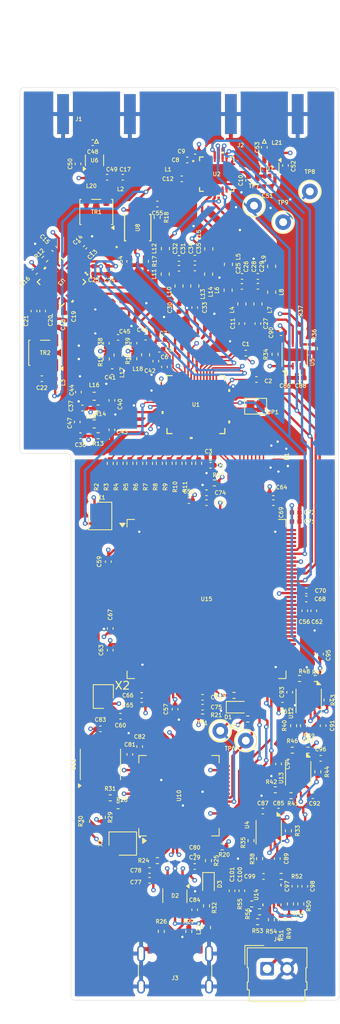
<source format=kicad_pcb>
(kicad_pcb (version 20240108) (generator "pcbnew") (generator_version "8.0")
  (layers (0 "F.Cu" signal) (1 "In1.Cu" signal) (2 "In2.Cu" signal) (31 "B.Cu" signal) (34 "B.Paste" user) (35 "F.Paste" user) (36 "B.SilkS" user "B.Silkscreen") (37 "F.SilkS" user "F.Silkscreen") (38 "B.Mask" user) (39 "F.Mask" user) (44 "Edge.Cuts" user))
  (net 0 "")
  (net 1 "AGND")
  (net 2 "+3V3")
  (net 3 "DGND")
  (net 4 "Net-(U1-REFN)")
  (net 5 "Net-(U1-REFP)")
  (net 6 "Net-(U1-COM)")
  (net 7 "/Payload_Payload_radio_module/TX_RF")
  (net 8 "Net-(U2-RF)")
  (net 9 "Net-(C11-Pad2)")
  (net 10 "/Payload_Payload_radio_module/TX_I_P")
  (net 11 "Net-(U2-LOC)")
  (net 12 "/Payload_Payload_radio_module/LO")
  (net 13 "Net-(C13-Pad1)")
  (net 14 "Net-(U3-RF+)")
  (net 15 "Net-(C14-Pad1)")
  (net 16 "Net-(U3-RF-)")
  (net 17 "+5V")
  (net 18 "/Payload_Payload_radio_module/RX_RF")
  (net 19 "Net-(U3-VCAP)")
  (net 20 "Net-(U3-CMQ)")
  (net 21 "Net-(U3-CMI)")
  (net 22 "Net-(U3-LO-)")
  (net 23 "Net-(C20-Pad2)")
  (net 24 "Net-(U3-LO+)")
  (net 25 "Net-(C21-Pad2)")
  (net 26 "Net-(C22-Pad1)")
  (net 27 "/Payload_Payload_radio_module/DCO_Q")
  (net 28 "/Payload_Payload_radio_module/DCO_I")
  (net 29 "Net-(C25-Pad2)")
  (net 30 "Net-(C25-Pad1)")
  (net 31 "/Payload_Payload_radio_module/TX_I_N")
  (net 32 "Net-(C27-Pad2)")
  (net 33 "Net-(C28-Pad2)")
  (net 34 "Net-(C29-Pad2)")
  (net 35 "Net-(C30-Pad2)")
  (net 36 "/Payload_Payload_radio_module/TX_Q_P")
  (net 37 "Net-(C31-Pad2)")
  (net 38 "Net-(C32-Pad2)")
  (net 39 "Net-(C33-Pad2)")
  (net 40 "/Payload_Payload_radio_module/TX_Q_N")
  (net 41 "Net-(C34-Pad2)")
  (net 42 "Net-(C35-Pad2)")
  (net 43 "/Payload_Payload_radio_module/RX_Q_P")
  (net 44 "/Payload_Payload_radio_module/RX_I_N")
  (net 45 "/Payload_Payload_radio_module/RX_I_P")
  (net 46 "/Payload_Payload_radio_module/RX_Q_N")
  (net 47 "/Payload_Payload_radio_module/Q+")
  (net 48 "/Payload_Payload_radio_module/I-")
  (net 49 "/Payload_Payload_radio_module/I+")
  (net 50 "/Payload_Payload_radio_module/Q-")
  (net 51 "Net-(U6-in)")
  (net 52 "Net-(J1-In)")
  (net 53 "Net-(U6-out)")
  (net 54 "Net-(U7-in)")
  (net 55 "Net-(U7-out)")
  (net 56 "Net-(J2-In)")
  (net 57 "Net-(U8-VREG)")
  (net 58 "+1V2")
  (net 59 "+2V5")
  (net 60 "VCC")
  (net 61 "VBUS")
  (net 62 "Net-(U4-SS)")
  (net 63 "Net-(U5-SS)")
  (net 64 "/Power/VIN")
  (net 65 "Net-(U12-SS)")
  (net 66 "Net-(U13-SS)")
  (net 67 "/Power/BATT_POWER")
  (net 68 "Net-(U14-SS)")
  (net 69 "/ICE_CDONE")
  (net 70 "Net-(D2-L1-Pad6)")
  (net 71 "/USB/DP")
  (net 72 "Net-(D2-L2-Pad4)")
  (net 73 "/USB/DM")
  (net 74 "Net-(D3-A)")
  (net 75 "Net-(J3-VBUS-PadA4)")
  (net 76 "Net-(J3-CC2)")
  (net 77 "Net-(J3-CC1)")
  (net 78 "/SPI_SDO")
  (net 79 "Net-(JP1-A)")
  (net 80 "Net-(U2-LOL)")
  (net 81 "Net-(L2-Pad2)")
  (net 82 "/Payload_Payload_radio_module/BBPI")
  (net 83 "/Payload_Payload_radio_module/BBMI")
  (net 84 "/Payload_Payload_radio_module/BBPQ")
  (net 85 "/Payload_Payload_radio_module/BBMQ")
  (net 86 "/AD0")
  (net 87 "Net-(U1-AD0)")
  (net 88 "Net-(U1-AD1)")
  (net 89 "/AD1")
  (net 90 "Net-(U1-AD2)")
  (net 91 "/AD2")
  (net 92 "Net-(U1-AD3)")
  (net 93 "/AD3")
  (net 94 "/AD4")
  (net 95 "Net-(U1-AD4)")
  (net 96 "Net-(U1-AD5)")
  (net 97 "/AD5")
  (net 98 "/AD6")
  (net 99 "Net-(U1-AD6)")
  (net 100 "/AD7")
  (net 101 "Net-(U1-AD7)")
  (net 102 "/AD8")
  (net 103 "Net-(U1-AD8)")
  (net 104 "/AD9")
  (net 105 "Net-(U1-AD9)")
  (net 106 "Net-(U3-VBIAS)")
  (net 107 "Net-(U8-MOD)")
  (net 108 "/ICE_CRESET")
  (net 109 "/HOST_SCK")
  (net 110 "Net-(U10-REF)")
  (net 111 "Net-(U10-~{RESET})")
  (net 112 "Net-(U11-DO)")
  (net 113 "Net-(U10-EECLK)")
  (net 114 "/USB/F_CS")
  (net 115 "Net-(U10-EEDATA)")
  (net 116 "Net-(U4-PG)")
  (net 117 "Net-(U5-PG)")
  (net 118 "Net-(U4-EN{slash}UVLO)")
  (net 119 "Net-(U5-EN{slash}UVLO)")
  (net 120 "Net-(U12-EN{slash}UVLO)")
  (net 121 "Net-(U13-EN{slash}UVLO)")
  (net 122 "Net-(U12-PG)")
  (net 123 "Net-(U13-PG)")
  (net 124 "Net-(U14-PR1)")
  (net 125 "Net-(U13-SENSE{slash}ADJ)")
  (net 126 "Net-(U12-SENSE{slash}ADJ)")
  (net 127 "Net-(U14-OV1)")
  (net 128 "Net-(U14-ILM)")
  (net 129 "Net-(U14-OV2)")
  (net 130 "Net-(U14-CP2)")
  (net 131 "/DA1")
  (net 132 "/Data_clk")
  (net 133 "/DA3")
  (net 136 "/SPI_SDI")
  (net 137 "/DA8")
  (net 138 "/DA4")
  (net 139 "/SPI_CLK")
  (net 140 "/DA7")
  (net 141 "/DA5")
  (net 142 "/DA9")
  (net 143 "/Payload_Payload_radio_module/LO_TUNE")
  (net 144 "/DA2")
  (net 145 "/DA0")
  (net 146 "/DA6")
  (net 147 "/SPI_CS_FE")
  (net 148 "/TTCK")
  (net 149 "/SPI_CS_M")
  (net 155 "/SYS_clk")
  (net 156 "/DSRn")
  (net 157 "/RS232_RX_TTL")
  (net 158 "/CTSn")
  (net 159 "/HOST_MISO")
  (net 160 "/DCDn")
  (net 161 "/DTRn")
  (net 162 "/RS232_TX_TTL")
  (net 163 "/HOST_MOSI")
  (net 164 "/RTSn")
  (net 165 "/HOST_SS")
  (net 181 "Net-(U10-OSCI)")
  (net 193 "Net-(U15E-GNDPLL1)")
  (net 194 "Net-(U15E-VCCPLL0)")
  (net 195 "Net-(U15E-VCCPLL1)")
  (net 196 "Net-(U15E-GNDPLL0)")
  (footprint "Capacitor_SMD:C_0402_1005Metric" (layer "F.Cu") (at 92 105.75)
    (property "Reference" "C66")
    (property "Value" "0.1u")
  )
  (footprint "Resistor_SMD:R_0402_1005Metric" (layer "F.Cu") (at 109 117.75)
    (property "Reference" "R42")
    (property "Value" "100k")
  )
  (footprint "TestPoint:TestPoint_Keystone_5000-5004_Miniature" (layer "F.Cu") (at 110 45.6)
    (property "Reference" "TP9")
    (property "Value" "TestPoint")
  )
  (footprint "Capacitor_SMD:C_0402_1005Metric" (layer "F.Cu") (at 92.5 60.2125 180)
    (property "Reference" "C46")
    (property "Value" "6.8p")
  )
  (footprint "Connector_Coaxial:SMA_Amphenol_132289_EdgeMount" (layer "F.Cu") (at 86.25 31.8625 90)
    (property "Reference" "J1")
    (property "Value" "SMA")
  )
  (footprint "Capacitor_SMD:C_0402_1005Metric" (layer "F.Cu") (at 114.75 100.5 90)
    (property "Reference" "C95")
    (property "Value" "1uF")
  )
  (footprint "Capacitor_SMD:C_0402_1005Metric" (layer "F.Cu") (at 79.3 65.5 180)
    (property "Reference" "C22")
    (property "Value" "1.5pF")
  )
  (footprint "Inductor_SMD:L_0402_1005Metric" (layer "F.Cu") (at 97.1 38.9)
    (property "Reference" "L1")
    (property "Value" "5.6nH")
  )
  (footprint "Resistor_SMD:R_0402_1005Metric" (layer "F.Cu") (at 90.5 76.25 90)
    (property "Reference" "R4")
    (property "Value" "100")
  )
  (footprint "Resistor_SMD:R_0402_1005Metric" (layer "F.Cu") (at 93 76.25 90)
    (property "Reference" "R6")
    (property "Value" "100")
  )
  (footprint "Capacitor_SMD:C_0402_1005Metric" (layer "F.Cu") (at 104.77 52.5 180)
    (property "Reference" "C25")
    (property "Value" "10p")
  )
  (footprint "Resistor_SMD:R_0402_1005Metric" (layer "F.Cu") (at 110.925 132.26 90)
    (property "Reference" "R45")
    (property "Value" "18.2k")
  )
  (footprint "Capacitor_SMD:C_0402_1005Metric" (layer "F.Cu") (at 109.25 126.5 -90)
    (property "Reference" "C89")
    (property "Value" "1uF")
  )
  (footprint "Resistor_SMD:R_0402_1005Metric" (layer "F.Cu") (at 110.75 134.26 90)
    (property "Reference" "R49")
    (property "Value" "5k")
  )
  (footprint "Package_SO:SOIC-8_3.9x4.9mm_P1.27mm" (layer "F.Cu") (at 86.75 114.525 90)
    (property "Reference" "U11")
    (property "Value" "93LC56")
  )
  (footprint "Resistor_SMD:R_0402_1005Metric" (layer "F.Cu") (at 107 126.5 -90)
    (property "Reference" "R38")
    (property "Value" "100k")
  )
  (footprint "Inductor_SMD:L_0402_1005Metric" (layer "F.Cu") (at 109.2 36.5 180)
    (property "Reference" "L21")
    (property "Value" "100n")
  )
  (footprint "Inductor_SMD:L_0603_1608Metric" (layer "F.Cu") (at 98.76 53.7125 90)
    (property "Reference" "L13")
    (property "Value" "6.8u")
  )
  (footprint "Connector_Coaxial:SMA_Amphenol_132289_EdgeMount" (layer "F.Cu") (at 107.6 31.8625 90)
    (property "Reference" "J2")
    (property "Value" "SMA")
  )
  (footprint "Capacitor_SMD:C_0402_1005Metric" (layer "F.Cu") (at 85.9 51.7 -90)
    (property "Reference" "C23")
    (property "Value" "0.1uF")
  )
  (footprint "Capacitor_SMD:C_0402_1005Metric" (layer "F.Cu") (at 88.2125 72 -90)
    (property "Reference" "C43")
    (property "Value" "43p")
  )
  (footprint "Inductor_SMD:L_0603_1608Metric" (layer "F.Cu") (at 108.5375 54.5 90)
    (property "Reference" "L8")
    (property "Value" "3.6u")
  )
  (footprint "Jumper:SolderJumper-2_P1.3mm_Bridged2Bar_Pad1.0x1.5mm" (layer "F.Cu") (at 106.5 69)
    (property "Reference" "JP1")
    (property "Value" "Jumper_2_Bridged")
  )
  (footprint "Resistor_SMD:R_0402_1005Metric" (layer "F.Cu") (at 87.5 63 -90)
    (property "Reference" "R15")
    (property "Value" "100")
  )
  (footprint "Capacitor_SMD:C_0402_1005Metric" (layer "F.Cu") (at 111.6 83.65 180)
    (property "Reference" "C71")
    (property "Value" "10u")
  )
  (footprint "Capacitor_SMD:C_0402_1005Metric" (layer "F.Cu") (at 88 97.25 -90)
    (property "Reference" "C67")
    (property "Value" "0.1u")
  )
  (footprint "Resistor_SMD:R_0402_1005Metric" (layer "F.Cu") (at 79.7 50.3 45)
    (property "Reference" "R12")
    (property "Value" "0")
  )
  (footprint "Capacitor_SMD:C_0402_1005Metric" (layer "F.Cu") (at 96.75 51.4625)
    (property "Reference" "C31")
    (property "Value" "3p")
  )
  (footprint "BPP_Lib:TPS2121" (layer "F.Cu") (at 108.575 131.084998 90)
    (property "Reference" "U14")
    (property "Value" "TPS2121RUXR")
  )
  (footprint "COMMS_footprints:Oscillator_SMD_SiTime_PQFD-4L_2.5x2mm" (layer "F.Cu") (at 86.8 83.1)
    (property "Reference" "X1")
    (property "Value" "SIT8918AE-13-33N-45")
  )
  (footprint "Transformer_SMD:Transformer_MiniCircuits_AT224-1A" (layer "F.Cu") (at 86.23 44.31 180)
    (property "Reference" "TR1")
    (property "Value" "TC1-1-13M+")
  )
  (footprint "Inductor_SMD:L_0603_1608Metric" (layer "F.Cu") (at 100.54 49 90)
    (property "Reference" "L15")
    (property "Value" "1.1u")
  )
  (footprint "Capacitor_SMD:C_0402_1005Metric" (layer "F.Cu") (at 110.3 38.4 90)
    (property "Reference" "C52")
    (property "Value" "1000p")
  )
  (footprint "Capacitor_SMD:C_0402_1005Metric" (layer "F.Cu") (at 96.25 107.5 90)
    (property "Reference" "C57")
    (property "Value" "0.1u")
  )
  (footprint "Inductor_SMD:L_0603_1608Metric" (layer "F.Cu") (at 85.9625 67.73)
    (property "Reference" "L16")
    (property "Value" "12u")
  )
  (footprint "Capacitor_SMD:C_0402_1005Metric" (layer "F.Cu") (at 112.22 65.4 180)
    (property "Reference" "C88")
    (property "Value" "1nF")
  )
  (footprint "Resistor_SMD:R_0402_1005Metric" (layer "F.Cu") (at 100.25 132.5 90)
    (property "Reference" "R32")
    (property "Value" "2.2k")
  )
  (footprint "Resistor_SMD:R_0402_1005Metric" (layer "F.Cu") (at 89 119.775)
    (property "Reference" "R28")
    (property "Value" "10k")
  )
  (footprint "Inductor_SMD:L_0603_1608Metric" (layer "F.Cu") (at 100.52 52.2125 90)
    (property "Reference" "L14")
    (property "Value" "3.6u")
  )
  (footprint "Resistor_SMD:R_0402_1005Metric" (layer "F.Cu") (at 86.4625 69.23)
    (property "Reference" "R14")
    (property "Value" "100")
  )
  (footprint "TestPoint:TestPoint_Keystone_5000-5004_Miniature" (layer "F.Cu") (at 105.25 111.5)
    (property "Reference" "TP6")
    (property "Value" "TestPoint")
  )
  (footprint "Package_QFP:LQFP-64_10x10mm_P0.5mm" (layer "F.Cu") (at 96.75 118.5 90)
    (property "Reference" "U10")
    (property "Value" "FT2232HL")
  )
  (footprint "Package_TO_SOT_SMD:SOT-363_SC-70-6" (layer "F.Cu") (at 86 37.75 90)
    (property "Reference" "U6")
    (property "Value" "NSVG3117SG6T1G")
  )
  (footprint "Capacitor_SMD:C_0402_1005Metric" (layer "F.Cu") (at 97.8 37.7 180)
    (property "Reference" "C8")
    (property "Value" "1nF")
  )
  (footprint "Capacitor_SMD:C_0402_1005Metric" (layer "F.Cu") (at 90.5 113.25 90)
    (property "Reference" "C81")
    (property "Value" "4.7u")
  )
  (footprint "Capacitor_SMD:C_0402_1005Metric" (layer "F.Cu") (at 100.25 80)
    (property "Reference" "C74")
    (property "Value" "10u")
  )
  (footprint "Capacitor_SMD:C_0402_1005Metric" (layer "F.Cu") (at 108.75 80 180)
    (property "Reference" "C64")
    (property "Value" "10u")
  )
  (footprint "Capacitor_SMD:C_0402_1005Metric" (layer "F.Cu") (at 109.92 107 180)
    (property "Reference" "C61")
    (property "Value" "1u")
  )
  (footprint "Resistor_SMD:R_0402_1005Metric" (layer "F.Cu") (at 98 135.75 90)
    (property "Reference" "R27")
    (property "Value" "5.1k")
  )
  (footprint "Capacitor_SMD:C_0402_1005Metric" (layer "F.Cu") (at 107.5 128.76)
    (property "Reference" "C99")
    (property "Value" "1uF")
  )
  (footprint "Resistor_SMD:R_0402_1005Metric" (layer "F.Cu") (at 111.165 112.7125)
    (property "Reference" "R46")
    (property "Value" "100k")
  )
  (footprint "Capacitor_SMD:C_0402_1005Metric" (layer "F.Cu") (at 90.47536 50.5902 90)
    (property "Reference" "C54")
    (property "Value" "330n")
  )
  (footprint "Capacitor_SMD:C_0402_1005Metric" (layer "F.Cu") (at 110.24 65.4)
    (property "Reference" "C86")
    (property "Value" "1uF")
  )
  (footprint "Inductor_SMD:L_0402_1005Metric" (layer "F.Cu") (at 81 66 -90)
    (property "Reference" "L3")
    (property "Value" "3nH")
  )
  (footprint "Package_CSP:LFCSP-8-1EP_3x3mm_P0.5mm_EP1.6x2.34mm" (layer "F.Cu") (at 113.25 106.45 -90)
    (property "Reference" "U12")
    (property "Value" "ADP7105ACPZ-R7")
  )
  (footprint "Inductor_SMD:L_0603_1608Metric" (layer "F.Cu") (at 100.25 135.25 -90)
    (property "Reference" "L22")
    (property "Value" "600 ohm 500 mA")
  )
  (footprint "Resistor_SMD:R_0402_1005Metric" (layer "F.Cu") (at 94.5 135.75 90)
    (property "Reference" "R26")
    (property "Value" "5.1k")
  )
  (footprint "Capacitor_SMD:C_0402_1005Metric" (layer "F.Cu") (at 85.77 35.5 180)
    (property "Reference" "C48")
    (property "Value" "100p")
  )
  (footprint "Resistor_SMD:R_0402_1005Metric" (layer "F.Cu") (at 114.415 115.4625 -90)
    (property "Reference" "R44")
    (property "Value" "100k")
  )
  (footprint "Inductor_SMD:L_0603_1608Metric" (layer "F.Cu") (at 85.9625 71.25)
    (property "Reference" "L19")
    (property "Value" "12u")
  )
  (footprint "Capacitor_SMD:C_0402_1005Metric" (layer "F.Cu") (at 111.5 130.01 90)
    (property "Reference" "C97")
    (property "Value" "1uF")
  )
  (footprint "Capacitor_SMD:C_0402_1005Metric" (layer "F.Cu") (at 83.8 71 -90)
    (property "Reference" "C47")
    (property "Value" "6.8p")
  )
  (footprint "Capacitor_SMD:C_0402_1005Metric" (layer "F.Cu") (at 86.75 110)
    (property "Reference" "C83")
    (property "Value" "0.1u")
  )
  (footprint "Capacitor_SMD:C_0402_1005Metric" (layer "F.Cu") (at 106.6 65.6)
    (property "Reference" "C2")
    (property "Value" "0.1uF")
  )
  (footprint "TestPoint:TestPoint_Keystone_5000-5004_Miniature" (layer "F.Cu") (at 102 110.25)
    (property "Reference" "TP1")
    (property "Value" "TestPoint")
  )
  (footprint "Capacitor_SMD:C_0402_1005Metric" (layer "F.Cu") (at 98.75 133 90)
    (property "Reference" "C84")
    (property "Value" "4.7u")
  )
  (footprint "Resistor_SMD:R_0402_1005Metric" (layer "F.Cu") (at 105.915 124.2125 -90)
    (property "Reference" "R35")
    (property "Value" "100k")
  )
  (footprint "Resistor_SMD:R_0402_1005Metric" (layer "F.Cu") (at 112.25 132.26 90)
    (property "Reference" "R50")
    (property "Value" "63.4k")
  )
  (footprint "Capacitor_SMD:C_0402_1005Metric" (layer "F.Cu") (at 112.75 130.01 90)
    (property "Reference" "C98")
    (property "Value" "100nF")
  )
  (footprint "Capacitor_SMD:C_0402_1005Metric" (layer "F.Cu") (at 105.6 40.3 -90)
    (property "Reference" "C10")
    (property "Value" "10uF")
  )
  (footprint "Capacitor_SMD:C_0402_1005Metric" (layer "F.Cu") (at 88.25 64.6 180)
    (property "Reference" "C41")
    (property "Value" "43p")
  )
  (footprint "Resistor_SMD:R_0402_1005Metric" (layer "F.Cu") (at 103.75 105.75)
    (property "Reference" "R19")
    (property "Value" "650")
  )
  (footprint "Inductor_SMD:L_0603_1608Metric" (layer "F.Cu") (at 95.02 48.9625 90)
    (property "Reference" "L12")
    (property "Value" "1.1u")
  )
  (footprint "Capacitor_SMD:C_0402_1005Metric" (layer "F.Cu") (at 98.77 51.425 180)
    (property "Reference" "C34")
    (property "Value" "3p")
  )
  (footprint "Resistor_SMD:R_0402_1005Metric" (layer "F.Cu") (at 88 76.26 90)
    (property "Reference" "R2")
    (property "Value" "100")
  )
  (footprint "Resistor_SMD:R_0402_1005Metric" (layer "F.Cu") (at 111 118.5)
    (property "Reference" "R41")
    (property "Value" "100k")
  )
  (footprint "Capacitor_SMD:C_0402_1005Metric" (layer "F.Cu") (at 103.5 130.584998 90)
    (property "Reference" "C101")
    (property "Value" "100nF")
  )
  (footprint "Capacitor_SMD:C_0402_1005Metric" (layer "F.Cu") (at 87.7 51.7 -90)
    (property "Reference" "C24")
    (property "Value" "0.1uF")
  )
  (footprint "Resistor_SMD:R_0402_1005Metric" (layer "F.Cu") (at 91.75 76.25 90)
    (property "Reference" "R5")
    (property "Value" "100")
  )
  (footprint "Resistor_SMD:R_0402_1005Metric" (layer "F.Cu") (at 108.97 62.4 90)
    (property "Reference" "R34")
    (property "Value" "100k")
  )
  (footprint "Capacitor_SMD:C_0402_1005Metric" (layer "F.Cu") (at 98.75 127.5)
    (property "Reference" "C79")
    (property "Value" "4.7u")
  )
  (footprint "Resistor_SMD:R_0402_1005Metric" (layer "F.Cu") (at 94 126.75)
    (property "Reference" "R24")
    (property "Value" "2.2k")
  )
  (footprint "Resistor_SMD:R_0402_1005Metric" (layer "F.Cu") (at 109.75 128.76)
    (property "Reference" "R52")
    (property "Value" "21.5k")
  )
  (footprint "Capacitor_SMD:C_0402_1005Metric" (layer "F.Cu") (at 94.25 61.75 180)
    (property "Reference" "C5")
    (property "Value" "0.33uF")
  )
  (footprint "Capacitor_SMD:C_0402_1005Metric" (layer "F.Cu") (at 114.77 113.75)
    (property "Reference" "C96")
    (property "Value" "1uF")
  )
  (footprint "Capacitor_SMD:C_0402_1005Metric" (layer "F.Cu") (at 106.7875 53.75 180)
    (property "Reference" "C28")
    (property "Value" "3p")
  )
  (footprint "COMMS_footprints:21-0036K_MXM" (layer "F.Cu") (at 91.5 46.3 90)
    (property "Reference" "U8")
    (property "Value" "MAX2754EUA+")
  )
  (footprint "LED_SMD:LED_0603_1608Metric" (layer "F.Cu") (at 104.25 107.25)
    (property "Reference" "D1")
    (property "Value" "LED")
  )
  (footprint "Resistor_SMD:R_0402_1005Metric" (layer "F.Cu") (at 107 133.26)
    (property "Reference" "R56")
    (property "Value" "5k")
  )
  (footprint "Transformer_SMD:Transformer_MiniCircuits_AT224-1A" (layer "F.Cu") (at 79.73 62.21 180)
    (property "Reference" "TR2")
    (property "Value" "TC1-1-13M+")
  )
  (footprint "Capacitor_SMD:C_0402_1005Metric" (layer "F.Cu") (at 98.8 36.6 180)
    (property "Reference" "C9")
    (property "Value" "4.7uF")
  )
  (footprint "Capacitor_SMD:C_0402_1005Metric" (layer "F.Cu") (at 82.2 57.6 -90)
    (property "Reference" "C19")
    (property "Value" "0.1uF")
  )
  (footprint "Capacitor_SMD:C_0402_1005Metric" (layer "F.Cu") (at 115.085 109.6 -90)
    (property "Reference" "C91")
    (property "Value" "1uF")
  )
  (footprint "Capacitor_SMD:C_0402_1005Metric" (layer "F.Cu") (at 93 129.25 180)
    (property "Reference" "C77")
    (property "Value" "0.1u")
  )
  (footprint "Package_QFP:TQFP-144_20x20mm_P0.5mm" (layer "F.Cu") (at 100.25 93.5)
    (property "Reference" "U15")
    (property "Value" "ICE40HX4K-TQ144")
  )
  (footprint "Inductor_SMD:L_0603_1608Metric" (layer "F.Cu") (at 96.75 53.7125 90)
    (property "Reference" "L10")
    (property "Value" "6.8u")
  )
  (footprint "Resistor_SMD:R_0402_1005Metric" (layer "F.Cu") (at 113.97 61.65 90)
    (property "Reference" "R36")
    (property "Value" "100k")
  )
  (footprint "Capacitor_SMD:C_0402_1005Metric" (layer "F.Cu") (at 84.4625 69.23 180)
    (property "Reference" "C37")
    (property "Value" "1u")
  )
  (footprint "Capacitor_SMD:C_0402_1005Metric" (layer "F.Cu") (at 88 100 90)
    (property "Reference" "C63")
    (property "Value" "0.01u")
  )
  (footprint "Resistor_SMD:R_0402_1005Metric" (layer "F.Cu") (at 95.5 76.25 90)
    (property "Reference" "R8")
    (property "Value" "100")
  )
  (footprint "Capacitor_SMD:C_0402_1005Metric" (layer "F.Cu") (at 100.75 75.5 180)
    (property "Reference" "C3")
    (property "Value" "2.2uF")
  )
  (footprint "Resistor_SMD:R_0402_1005Metric" (layer "F.Cu") (at 99.75 108.5 180)
    (property "Reference" "R21")
    (property "Value" "100")
  )
  (footprint "Capacitor_SMD:C_0402_1005Metric" (layer "F.Cu") (at 88.2125 68.25 -90)
    (property "Reference" "C40")
    (property "Value" "43p")
  )
  (footprint "Inductor_SMD:L_0603_1608Metric" (layer "F.Cu") (at 103 54.25 90)
    (property "Reference" "L6")
    (property "Value" "3.6u")
  )
  (footprint "Capacitor_SMD:C_0402_1005Metric" (layer "F.Cu") (at 97.1 40.1)
    (property "Reference" "C12")
    (property "Value" "3pF")
  )
  (footprint "Resistor_SMD:R_0402_1005Metric" (layer "F.Cu") (at 109.3 75.4 -90)
    (property "Reference" "R1")
    (property "Value" "3")
  )
  (footprint "Resistor_SMD:R_0402_1005Metric" (layer "F.Cu") (at 99.25 76.25 90)
    (property "Reference" "R11")
    (property "Value" "100")
  )
  (footprint "Resistor_SMD:R_0402_1005Metric" (layer "F.Cu") (at 112.085 103.6)
    (property "Reference" "R48")
    (property "Value" "30.1k")
  )
  (footprint "Resistor_SMD:R_0402_1005Metric" (layer "F.Cu") (at 100.5 126.75 90)
    (property "Reference" "R25")
    (property "Value" "12k")
  )
  (footprint "Capacitor_SMD:C_0402_1005Metric" (layer "F.Cu") (at 104.75 53.77)
    (property "Reference" "C26")
    (property "Value" "3p")
  )
  (footprint "Resistor_SMD:R_0402_1005Metric" (layer "F.Cu") (at 112.22 59.15 90)
    (property "Reference" "R37")
    (property "Value" "100k")
  )
  (footprint "Capacitor_SMD:C_0402_1005Metric" (layer "F.Cu") (at 78.3 56.9 -90)
    (property "Reference" "C21")
    (property "Value" "0.01uF")
  )
  (footprint "Inductor_SMD:L_0402_1005Metric" (layer "F.Cu") (at 88.015 41 180)
    (property "Reference" "L2")
    (property "Value" "4nH")
  )
  (footprint "Capacitor_SMD:C_0402_1005Metric" (layer "F.Cu") (at 96.75 50.2125 180)
    (property "Reference" "C32")
    (property "Value" "10p")
  )
  (footprint "Package_TO_SOT_SMD:TSOT-23-6_HandSoldering" (layer "F.Cu") (at 96.25 131.21 -90)
    (property "Reference" "D2")
    (property "Value" "USBLC6-2SC6")
  )
  (footprint "COMMS_footprints:Oscillator_SMD_SiTime_PQFD-4L_2x1.6mm" (layer "F.Cu") (at 86.84 105.49 180)
    (property "Reference" "X2")
    (property "Value" "SIT8925BA-78-25N-125.000000")
  )
  (footprint "Capacitor_SMD:C_0402_1005Metric" (layer "F.Cu") (at 80.9 49 -45)
    (property "Reference" "C15")
    (property "Value" "0.01uF")
  )
  (footprint "Capacitor_SMD:C_0402_1005Metric" (layer "F.Cu") (at 89.3 108.4 180)
    (property "Reference" "C60")
    (property "Value" "10u")
  )
  (footprint "Capacitor_SMD:C_0402_1005Metric" (layer "F.Cu") (at 112.95 93.5 180)
    (property "Reference" "C68")
    (property "Value" "0.1u")
  )
  (footprint "Resistor_SMD:R_0402_1005Metric" (layer "F.Cu") (at 108.5 134.26 90)
    (property "Reference" "R54")
    (property "Value" "5k")
  )
  (footprint "Resistor_SMD:R_0402_1005Metric" (layer "F.Cu") (at 114.085 103.6)
    (property "Reference" "R47")
    (property "Value" "31.6k")
  )
  (footprint "Package_TO_SOT_SMD:SOT-363_SC-70-6" (layer "F.Cu") (at 108.3 38.8 -90)
    (property "Reference" "U7")
    (property "Value" "NSVG3117SG6T1G")
  )
  (footprint "Capacitor_SMD:C_0402_1005Metric" (layer "F.Cu") (at 104.75 130.584998 90)
    (property "Reference" "C100")
    (property "Value" "1uF")
  )
  (footprint "TestPoint:TestPoint_Keystone_5000-5004_Miniature" (layer "F.Cu") (at 113.4 41.7)
    (property "Reference" "TP8")
    (property "Value" "TestPoint")
  )
  (footprint "Resistor_SMD:R_0402_1005Metric" (layer "F.Cu") (at 106.75 134.51 180)
    (property "Reference" "R53")
    (property "Value" "23.7k")
  )
  (footprint "Capacitor_SMD:C_0402_1005Metric" (layer "F.Cu") (at 91.75 112.25 90)
    (property "Reference" "C82")
    (property "Value" "0.1u")
  )
  (footprint "Capacitor_SMD:C_0402_1005Metric" (layer "F.Cu") (at 78.4 51.9 45)
    (property "Reference" "C16")
    (property "Value" "0.1uF")
  )
  (footprint "Capacitor_SMD:C_0402_1005Metric" (layer "F.Cu") (at 87.5 61 90)
    (property "Reference" "C38")
    (property "Value" "1u")
  )
  (footprint "Capacitor_SMD:C_0402_1005Metric" (layer "F.Cu") (at 93 128 180)
    (property "Reference" "C78")
    (property "Value" "4.7u")
  )
  (footprint "Resistor_SMD:R_0402_1005Metric" (layer "F.Cu") (at 115.585 106.35 -90)
    (property "Reference" "R43")
    (property "Value" "100k")
  )
  (footprint "Inductor_SMD:L_0603_1608Metric" (layer "F.Cu") (at 103.0375 50.9625 90)
    (property "Reference" "L5")
    (property "Value" "1.1u")
  )
  (footprint "Capacitor_SMD:C_0402_1005Metric" (layer "F.Cu") (at 92 107)
    (property "Reference" "C65")
    (property "Value" "1u")
  )
  (footprint "Resistor_SMD:R_0402_1005Metric" (layer "F.Cu") (at 101.25 78.75)
    (property "Reference" "R22")
    (property "Value" "100")
  )
  (footprint "Capacitor_SMD:C_0402_1005Metric" (layer "F.Cu") (at 84.2125 72.75 180)
    (property "Reference" "C36")
    (property "Value" "1u")
  )
  (footprint "Capacitor_SMD:C_0402_1005Metric" (layer "F.Cu") (at 81 57.4 90)
    (property "Reference" "C18")
    (property "Value" "0.1uF")
  )
  (footprint "Capacitor_SMD:C_0402_1005Metric" (layer "F.Cu") (at 94.9 64 -90)
    (property "Reference" "C6")
    (property "Value" "0.33uF")
  )
  (footprint "Resistor_SMD:R_0402_1005Metric" (layer "F.Cu") (at 112.585 109.6 -90)
    (property "Reference" "R39")
    (property "Value" "100k")
  )
  (footprint "Capacitor_SMD:C_0402_1005Metric" (layer "F.Cu") (at 93.8 63.27 90)
    (property "Reference" "C42")
    (property "Value" "43p")
  )
  (footprint "Capacitor_SMD:C_0402_1005Metric" (layer "F.Cu") (at 112.95 92.45 180)
    (property "Reference" "C70")
    (property "Value" "0.01u")
  )
  (footprint "Capacitor_SMD:C_0402_1005Metric" (layer "F.Cu") (at 109.415 120.4625 180)
    (property "Reference" "C85")
    (property "Value" "1uF")
  )
  (footprint "Capacitor_SMD:C_0402_1005Metric" (layer "F.Cu") (at 89.6 39.9)
    (property "Reference" "C17")
    (property "Value" "1pF")
  )
  (footprint "Resistor_SMD:R_0402_1005Metric" (layer "F.Cu") (at 87 121.25 -90)
    (property "Reference" "R29")
    (property "Value" "10k")
  )
  (footprint "Capacitor_SMD:C_0402_1005Metric" (layer "F.Cu") (at 107.6 36.1 -90)
    (property "Reference" "C53")
    (property "Value" "100p")
  )
  (footprint "Package_CSP:LFCSP-8-1EP_3x3mm_P0.5mm_EP1.6x2.34mm" (layer "F.Cu") (at 111.47 62.4625 90)
    (property "Reference" "U5")
    (property "Value" "ADP7105ACPZ-5.0-R7")
  )
  (footprint "Resistor_SMD:R_0402_1005Metric" (layer "F.Cu") (at 89.25 76.26 90)
    (property "Reference" "R3")
    (property "Value" "100")
  )
  (footprint "Resistor_SMD:R_0402_1005Metric" (layer "F.Cu") (at 110.665 122.9625 -90)
    (property "Reference" "R33")
    (property "Value" "100k")
  )
  (footprint "Capacitor_SMD:C_0402_1005Metric" (layer "F.Cu") (at 108.75 81.25 180)
    (property "Reference" "C69")
    (property "Value" "0.1u")
  )
  (footprint "Capacitor_SMD:C_0402_1005Metric" (layer "F.Cu") (at 89 60.25)
    (property "Reference" "C45")
    (property "Value" "6.8p")
  )
  (footprint "Connector_Molex:Molex_SL_171971-0002_1x02_P2.54mm_Vertical" (layer "F.Cu") (at 107.96 140.5)
    (property "Reference" "J4")
    (property "Value" "Conn_01x02_Pin")
  )
  (footprint "Resistor_SMD:R_0402_1005Metric" (layer "F.Cu") (at 93.97536 45 -90)
    (property "Reference" "R18")
    (property "Value" "1300")
  )
  (footprint "Capacitor_SMD:C_0402_1005Metric" (layer "F.Cu") (at 94 43.3 180)
    (property "Reference" "C55")
    (property "Value" "330n")
  )
  (footprint "Inductor_SMD:L_0402_1005Metric" (layer "F.Cu") (at 85.5 40)
    (property "Reference" "L20")
    (property "Value" "100n")
  )
  (footprint "Resistor_SMD:R_0402_1005Metric" (layer "F.Cu") (at 111.335 109.6 90)
    (property "Reference" "R40")
    (property "Value" "100k")
  )
  (footprint "Capacitor_SMD:C_0402_1005Metric" (layer "F.Cu") (at 79.4 56.9 -90)
    (property "Reference" "C20")
    (property "Value" "0.01uF")
  )
  (footprint "Capacitor_SMD:C_0402_1005Metric" (layer "F.Cu") (at 94.5 60.5 180)
    (property "Reference" "C7")
    (property "Value" "0.33uF")
  )
  (footprint "Resistor_SMD:R_0402_1005Metric" (layer "F.Cu") (at 105.5 108.75)
    (property "Reference" "R23")
    (property "Value" "10k")
  )
  (footprint "Resistor_SMD:R_0402_1005Metric" (layer "F.Cu") (at 113.165 112.7125)
    (property "Reference" "R57")
    (property "Value" "330")
  )
  (footprint "Capacitor_SMD:C_0402_1005Metric" (layer "F.Cu") (at 109.415 114.4625 -90)
    (property "Reference" "C94")
    (property "Value" "1nF")
  )
  (footprint "Capacitor_SMD:C_0402_1005Metric" (layer "F.Cu") (at 98.75 126.25)
    (property "Reference" "C80")
    (property "Value" "0.1u")
  )
  (footprint "Capacitor_SMD:C_0402_1005Metric" (layer "F.Cu") (at 109.72 59.65 180)
    (property "Reference" "C90")
    (property "Value" "1uF")
  )
  (footprint "Connector_USB:USB_C_Receptacle_GCT_USB4105-xx-A_16P_TopMnt_Horizontal" (layer "F.Cu") (at 96.25 141.675)
    (property "Reference" "J3")
    (property "Value" "USB_C_Receptacle_USB2.0_14P")
  )
  (footprint "Capacitor_SMD:C_0402_1005Metric" (layer "F.Cu") (at 107.415 120.4625)
    (property "Reference" "C87")
    (property "Value" "1nF")
  )
  (footprint "Resistor_SMD:R_0402_1005Metric" (layer "F.Cu") (at 106 132.26 180)
    (property "Reference" "R55")
    (property "Value" "10.2k")
  )
  (footprint "Capacitor_SMD:C_0402_1005Metric" (layer "F.Cu") (at 111.6 82.5 180)
    (property "Reference" "C72")
    (property "Value" "1u")
  )
  (footprint "TestPoint:TestPoint_Keystone_5000-5004_Miniature" (layer "F.Cu") (at 106.3 43.5)
    (property "Reference" "TP7")
    (property "Value" "TestPoint")
  )
  (footprint "COMMS_footprints:Oscillator_SMD_SiTime_PQFD-4L_2.5x2mm" (layer "F.Cu") (at 89.75 124.5 90)
    (property "Reference" "X3")
    (property "Value" "SIT9003AI-13-33DB-12.00000Y")
  )
  (footprint "Capacitor_SMD:C_0402_1005Metric" (layer "F.Cu") (at 87.6 39.9 180)
    (property "Reference" "C49")
    (property "Value" "100p")
  )
  (footprint "Capacitor_SMD:C_0402_1005Metric" (layer "F.Cu") (at 98 81)
    (property "Reference" "C58")
    (property "Value" "0.1u")
  )
  (footprint "Capacitor_SMD:C_0402_1005Metric" (layer "F.Cu") (at 100.25 81.25)
    (property "Reference" "C76")
    (property "Value" "0.1u")
  )
  (footprint "Capacitor_SMD:C_0402_1005Metric" (layer "F.Cu") (at 98.77 50.175)
    (property "Reference" "C35")
    (property "Value" "10p")
  )
  (footprint "Capacitor_SMD:C_0402_1005Metric" (layer "F.Cu") (at 84.4 48.4 -135)
    (property "Reference" "C14")
    (property "Value" "0.01uF")
  )
  (footprint "Package_CSP:LFCSP-8-1EP_3x3mm_P0.5mm_EP1.6x2.34mm" (layer "F.Cu") (at 108.165 123.15 -90)
    (property "Reference" "U4")
    (property "Value" "ADP7105ACPZ-3.3-R7")
  )
  (footprint "Package_CSP:LFCSP-8-1EP_3x3mm_P0.5mm_EP1.6x2.34mm" (layer "F.Cu") (at 111.915 115.65 -90)
    (property "Reference" "U13")
    (property "Value" "ADP7105ACPZ-R7")
  )
  (footprint "Capacitor_SMD:C_0402_1005Metric" (layer "F.Cu") (at 106.7875 58.5 90)
    (property "Reference" "C27")
    (property "Value" "1.6p")
  )
  (footprint "Capacitor_SMD:C_0402_1005Metric" (layer "F.Cu") (at 100.75 76.5 180)
    (property "Reference" "C4")
    (property "Value" "0.1uF")
  )
  (footprint "COMMS_footprints:QFN-24_UF_LIT" (layer "F.Cu") (at 81.8 53.203329 -135)
    (property "Reference" "U3")
    (property "Value" "LTC5584IUF-PBF")
  )
  (footprint "Resistor_SMD:R_0402_1005Metric" (layer "F.Cu") (at 96.75 76.25 90)
    (property "Reference" "R9")
    (property "Value" "100")
  )
  (footprint "Capacitor_SMD:C_0402_1005Metric" (layer "F.Cu") (at 112.75 95 90)
    (property "Reference" "C56")
    (property "Value" "0.1u")
  )
  (footprint "Inductor_SMD:L_0603_1608Metric" (layer "F.Cu") (at 104.75 56 90)
    (property "Reference" "L4")
    (property "Value" "6.8u")
  )
  (footprint "Capacitor_SMD:C_0402_1005Metric" (layer "F.Cu") (at 83.9 38.2 -90)
    (property "Reference" "C50")
    (property "Value" "1000p")
  )
  (footprint "Capacitor_SMD:C_0402_1005Metric" (layer "F.Cu") (at 110.835 105.35 -90)
    (property "Reference" "C93")
    (property "Value" "1nF")
  )
  (footprint "Inductor_SMD:L_0603_1608Metric" (layer "F.Cu") (at 95 52.2125 90)
    (property "Reference" "L11")
    (property "Value" "3.6u")
  )
  (footprint "Resistor_SMD:R_0402_1005Metric" (layer "F.Cu") (at 102.25 125 180)
    (property "Reference" "R20")
    (property "Value" "10k")
  )
  (footprint "Capacitor_SMD:C_0402_1005Metric" (layer "F.Cu") (at 99.75 106)
    (property "Reference" "C73")
    (property "Value" "10u")
  )
  (footprint "COMMS_footprints:QFN-24_UF_LIT" (layer "F.Cu") (at 101.547601 39.5)
    (property "Reference" "U2")
    (property "Value" "LTC5599IUF-PBF")
  )
  (footprint "Inductor_SMD:L_0603_1608Metric" (layer "F.Cu") (at 92.5 62.4625 -90)
    (property "Reference" "L18")
    (property "Value" "12u")
  )
  (footprint "Resistor_SMD:R_0402_1005Metric" (layer "F.Cu") (at 109.75 134.26 90)
    (property "Reference" "R51")
    (property "Value" "5k")
  )
  (footprint "Capacitor_SMD:C_0402_1005Metric" (layer "F.Cu") (at 104.75 58.5 90)
    (property "Reference" "C11")
    (property "Value" "1.6p")
  )
  (footprint "Inductor_SMD:L_0603_1608Metric" (layer "F.Cu") (at 106.7875 56 90)
    (property "Reference" "L7")
    (property "Value" "6.8u")
  )
  (footprint "Resistor_SMD:R_0402_1005Metric" (layer "F.Cu") (at 92.47536 50.5902 -90)
    (property "Reference" "R17")
    (property "Value" "1000")
  )
  (footprint "Capacitor_SMD:C_0402_1005Metric" (layer "F.Cu") (at 98.75 56.4625 90)
    (property "Reference" "C33")
    (property "Value" "1.6p")
  )
  (footprint "Capacitor_SMD:C_0402_1005Metric" (layer "F.Cu") (at 99.75 107.25)
    (property "Reference" "C75")
    (property "Value" "0.1u")
  )
  (footprint "Resistor_SMD:R_0402_1005Metric" (layer "F.Cu") (at 91 62.9625 -90)
    (property "Reference" "R16")
    (property "Value" "100")
  )
  (footprint "Resistor_SMD:R_0402_1005Metric" (layer "F.Cu") (at 98 76.25 90)
    (property "Reference" "R10")
    (property "Value" "100")
  )
  (footprint "Inductor_SMD:L_0603_1608Metric" (layer "F.Cu") (at 89 62.5 -90)
    (property "Reference" "L17")
    (property "Value" "12u")
  )
  (footprint "Capacitor_SMD:C_0402_1005Metric" (layer "F.Cu") (at 105.25 62.25)
    (property "Reference" "C1")
    (property "Value" "2.2uF")
  )
  (footprint "Capacitor_SMD:C_0402_1005Metric" (layer "F.Cu") (at 91.02 60.9825 90)
    (property "Reference" "C39")
    (property "Value" "1u")
  )
  (footprint "Resistor_SMD:R_0402_1005Metric" (layer "F.Cu") (at 88 118.775)
    (property "Reference" "R31")
    (property "Value" "2.2k")
  )
  (footprint "Capacitor_SMD:C_0402_1005Metric" (layer "F.Cu") (at 106.7875 52.5)
    (property "Reference" "C29")
    (property "Value" "10p")
  )
  (footprint "Capacitor_SMD:C_0402_1005Metric" (layer "F.Cu") (at 113.77 118.5)
    (property "Reference" "C92")
    (property "Value" "1uF")
  )
  (footprint "COMMS_footprints:21-0144_T5677&plus_2_MXM" (layer "F.Cu") (at 98.9 68.7956)
    (property "Reference" "U1")
    (property "Value" "max19713etn+")
  )
  (footprint "Resistor_SMD:R_0402_1005Metric" (layer "F.Cu") (at 85 121.75 -90)
    (property "Reference" "R30")
    (property "Value" "10k")
  )
  (footprint "Capacitor_SMD:C_0402_1005Metric" (layer "F.Cu") (at 85.2 49.2 -135)
    (property "Reference" "C13")
    (property "Value" "0.01uF")
  )
  (footprint "Inductor_SMD:L_0603_1608Metric" (layer "F.Cu") (at 108.5375 51.2125 90)
    (property "Reference" "L9")
    (property "Value" "1.1u")
  )
  (footprint "LED_SMD:LED_0603_1608Metric" (layer "F.Cu") (at 100.5 129.75 -90)
    (property "Reference" "D3")
    (property "Value" "LED")
  )
  (footprint "Capacitor_SMD:C_0402_1005Metric" (layer "F.Cu") (at 108 41.1 180)
    (property "Reference" "C51")
    (property "Value" "100p")
  )
  (footprint "Capacitor_SMD:C_0402_1005Metric" (layer "F.Cu") (at 87.76 88.75 90)
    (property "Reference" "C59")
    (property "Value" "0.1u")
  )
  (footprint "Resistor_SMD:R_0402_1005Metric" (layer "F.Cu") (at 94.25 76.25 90)
    (property "Reference" "R7")
    (property "Value" "100")
  )
  (footprint "Capacitor_SMD:C_0402_1005Metric" (layer "F.Cu") (at 96.75 56.4825 90)
    (property "Reference" "C30")
    (property "Value" "1.6p")
  )
  (footprint "Resistor_SMD:R_0402_1005Metric" (layer "F.Cu") (at 86.4625 72.75)
    (property "Reference" "R13")
    (property "Value" "100")
  )
  (footprint "Capacitor_SMD:C_0402_1005Metric" (layer "F.Cu") (at 113.9 95 90)
    (property "Reference" "C62")
    (property "Value" "0.1u")
  )
  (footprint "Capacitor_SMD:C_0402_1005Metric" (layer "F.Cu") (at 83.95 67.2 -90)
    (property "Reference" "C44")
    (property "Value" "6.8p")
  )
  (gr_line (start 116.5 28.5) (end 76.999998 28.5) (stroke (width 0.05)) (layer "Edge.Cuts"))
  (gr_line (start 83 75.5) (end 83 144) (stroke (width 0.05)) (layer "Edge.Cuts"))
  (gr_arc (start 116.5 28.5) (mid 116.853553 28.646447) (end 117 29) (stroke (width 0.05)) (layer "Edge.Cuts"))
  (gr_arc (start 82.5 75) (mid 82.853553 75.146447) (end 83 75.5) (stroke (width 0.05)) (layer "Edge.Cuts"))
  (gr_arc (start 76.999998 75) (mid 76.646445 74.853553) (end 76.499998 74.5) (stroke (width 0.05)) (layer "Edge.Cuts"))
  (gr_arc (start 83.5 144.5) (mid 83.146447 144.353553) (end 83 144) (stroke (width 0.05)) (layer "Edge.Cuts"))
  (gr_line (start 83.5 144.5) (end 116.646447 144.5) (stroke (width 0.05)) (layer "Edge.Cuts"))
  (gr_line (start 76.999998 75) (end 82.5 75) (stroke (width 0.05)) (layer "Edge.Cuts"))
  (gr_line (start 76.499998 29) (end 76.499998 74.5) (stroke (width 0.05)) (layer "Edge.Cuts"))
  (gr_arc (start 76.499998 29) (mid 76.646445 28.646447) (end 76.999998 28.5) (stroke (width 0.05)) (layer "Edge.Cuts"))
  (gr_line (start 117.146447 144) (end 117 29) (stroke (width 0.05)) (layer "Edge.Cuts"))
  (gr_arc (start 117.146447 144) (mid 117.000003 144.353569) (end 116.646447 144.5) (stroke (width 0.05)) (layer "Edge.Cuts"))
  (segment (start 103.5 39.75) (end 103.5 40.250001) (width 0.3) (layer "F.Cu") (net 1))
  (segment (start 103.5 38.25) (end 103.5 37.9) (width 0.3) (layer "F.Cu") (net 1))
  (segment (start 88.2125 69.6125) (end 88.65 70.05) (width 0.3) (layer "F.Cu") (net 1))
  (segment (start 93.77 60.75) (end 94.02 60.5) (width 0.3) (layer "F.Cu") (net 1))
  (segment (start 100.699999 66.995601) (end 98.9 68.7956) (width 0.18) (layer "F.Cu") (net 1))
  (segment (start 87.77 65.88) (end 87.5 66.15) (width 0.3) (layer "F.Cu") (net 1))
  (segment (start 101.9 52.15) (end 101.175 51.425) (width 0.3) (layer "F.Cu") (net 1))
  (segment (start 102.3544 66.995601) (end 100.699999 66.995601) (width 0.18) (layer "F.Cu") (net 1))
  (segment (start 93.77 61.75) (end 93.77 62.76) (width 0.3) (layer "F.Cu") (net 1))
  (segment (start 108.3 37.85) (end 108.3 38.6) (width 0.4) (layer "F.Cu") (net 1))
  (segment (start 103.179801 66.995601) (end 103.6408 66.534602) (width 0.18) (layer "F.Cu") (net 1))
  (segment (start 103.5 39.75) (end 101.797601 39.75) (width 0.3) (layer "F.Cu") (net 1))
  (segment (start 83.95 67.68) (end 83.95 68.35) (width 0.3) (layer "F.Cu") (net 1))
  (segment (start 95.4456 68.5956) (end 98.7 68.5956) (width 0.18) (layer "F.Cu") (net 1))
  (segment (start 78.696248 48.575) (end 78.675 48.575) (width 0.3) (layer "F.Cu") (net 1))
  (segment (start 96.27 51.4625) (end 95.0375 51.4625) (width 0.3) (layer "F.Cu") (net 1))
  (segment (start 101.175 51.425) (end 100.52 51.425) (width 0.3) (layer "F.Cu") (net 1))
  (segment (start 103.5 40.75) (end 102.797601 40.75) (width 0.3) (layer "F.Cu") (net 1))
  (segment (start 100.7976 38.749999) (end 101.547601 39.5) (width 0.3) (layer "F.Cu") (net 1))
  (segment (start 98.949999 40.250001) (end 98.6 40.6) (width 0.3) (layer "F.Cu") (net 1))
  (segment (start 111.72 62.2125) (end 111.47 62.4625) (width 0.3) (layer "F.Cu") (net 1))
  (segment (start 102.797601 41.452399) (end 102.797601 40.75) (width 0.3) (layer "F.Cu") (net 1))
  (segment (start 107.305 53.7125) (end 107.2675 53.75) (width 0.3) (layer "F.Cu") (net 1))
  (segment (start 103.2222 38.25) (end 101.9722 39.5) (width 0.3) (layer "F.Cu") (net 1))
  (segment (start 94.17 62.79) (end 94.9 63.52) (width 0.3) (layer "F.Cu") (net 1))
  (segment (start 89.48 60.25) (end 89.48 60.02) (width 0.3) (layer "F.Cu") (net 1))
  (segment (start 111.72 61.025) (end 111.72 62.2125) (width 0.3) (layer "F.Cu") (net 1))
  (segment (start 83.7325 71.25) (end 83.7125 71.23) (width 0.3) (layer "F.Cu") (net 1))
  (segment (start 101.9 52.65) (end 102.1875 52.65) (width 0.3) (layer "F.Cu") (net 1))
  (segment (start 98.9 68.7956) (end 97.899999 67.795599) (width 0.18) (layer "F.Cu") (net 1))
  (segment (start 91.82512 48.5098) (end 91.82512 47.17488) (width 0.3) (layer "F.Cu") (net 1))
  (segment (start 103 53.4625) (end 103.9625 53.4625) (width 0.3) (layer "F.Cu") (net 1))
  (segment (start 95.4456 70.595599) (end 94.6202 70.595599) (width 0.18) (layer "F.Cu") (net 1))
  (segment (start 102.1875 52.65) (end 103 53.4625) (width 0.3) (layer "F.Cu") (net 1))
  (segment (start 111.72 62.7125) (end 111.47 62.4625) (width 0.3) (layer "F.Cu") (net 1))
  (segment (start 101.797601 39.75) (end 101.547601 39.5) (width 0.3) (layer "F.Cu") (net 1))
  (segment (start 103.5 40.250001) (end 103.5 40.75) (width 0.3) (layer "F.Cu") (net 1))
  (segment (start 93.77 62.76) (end 93.8 62.79) (width 0.3) (layer "F.Cu") (net 1))
  (segment (start 91.02 59.12) (end 90.7 58.8) (width 0.3) (layer "F.Cu") (net 1))
  (segment (start 79.535562 53.7) (end 78.5 53.7) (width 0.3) (layer "F.Cu") (net 1))
  (segment (start 93.77 61.75) (end 93.77 60.75) (width 0.3) (layer "F.Cu") (net 1))
  (segment (start 89.48 60.02) (end 90.7 58.8) (width 0.3) (layer "F.Cu") (net 1))
  (segment (start 88.2125 68.73) (end 88.2125 69.6125) (width 0.3) (layer "F.Cu") (net 1))
  (segment (start 97.899999 67.795599) (end 95.4456 67.795599) (width 0.18) (layer "F.Cu") (net 1))
  (segment (start 87.5 60.52) (end 86.87 60.52) (width 0.3) (layer "F.Cu") (net 1))
  (segment (start 94.1592 71.056599) (end 94.1592 71.7) (width 0.18) (layer "F.Cu") (net 1))
  (segment (start 101.9722 39.5) (end 101.547601 39.5) (width 0.3) (layer "F.Cu") (net 1))
  (segment (start 103.6408 66.534602) (end 103.6408 66.49438) (width 0.18) (layer "F.Cu") (net 1))
  (segment (start 95.0375 51.4625) (end 95 51.425) (width 0.3) (layer "F.Cu") (net 1))
  (segment (start 93.8 62.79) (end 94.17 62.79) (width 0.3) (layer "F.Cu") (net 1))
  (segment (start 102.3544 66.995601) (end 103.179801 66.995601) (width 0.18) (layer "F.Cu") (net 1))
  (segment (start 103.5 40.75) (end 103.95 40.75) (width 0.3) (layer "F.Cu") (net 1))
  (segment (start 79.535562 53.7) (end 79.889115 54.053553) (width 0.3) (layer "F.Cu") (net 1))
  (segment (start 108.5375 53.7125) (end 107.305 53.7125) (width 0.3) (layer "F.Cu") (net 1))
  (segment (start 81.8 52.142668) (end 81.8 53.203329) (width 0.3) (layer "F.Cu") (net 1))
  (segment (start 80.739339 53.203329) (end 79.889115 54.053553) (width 0.3) (layer "F.Cu") (net 1))
  (segment (start 95.4456 70.595599) (end 97.100001 70.595599) (width 0.18) (layer "F.Cu") (net 1))
  (segment (start 97.100001 70.595599) (end 98.9 68.7956) (width 0.18) (layer "F.Cu") (net 1))
  (segment (start 78.675 48.575) (end 78.45 48.35) (width 0.3) (layer "F.Cu") (net 1))
  (segment (start 103.9625 53.4625) (end 104.27 53.77) (width 0.3) (layer "F.Cu") (net 1))
  (segment (start 103.5 37.9) (end 103.8 37.6) (width 0.3) (layer "F.Cu") (net 1))
  (segment (start 83.9825 68.3825) (end 83.9825 69.23) (width 0.3) (layer "F.Cu") (net 1))
  (segment (start 98.7 68.5956) (end 98.9 68.7956) (width 0.18) (layer "F.Cu") (net 1))
  (segment (start 102.297602 40.250001) (end 101.547601 39.5) (width 0.3) (layer "F.Cu") (net 1))
  (segment (start 83.95 68.35) (end 83.9825 68.3825) (width 0.3) (layer "F.Cu") (net 1))
  (segment (start 101.9 52.65) (end 101.9 52.15) (width 0.3) (layer "F.Cu") (net 1))
  (segment (start 81.8 53.203329) (end 80.739339 53.203329) (width 0.3) (layer "F.Cu") (net 1))
  (segment (start 80.560589 48.660589) (end 78.760589 48.660589) (width 0.3) (layer "F.Cu") (net 1))
  (segment (start 91.82512 45.37488) (end 91.8 45.4) (width 0.3) (layer "F.Cu") (net 1))
  (segment (start 94.6202 70.595599) (end 94.1592 71.056599) (width 0.18) (layer "F.Cu") (net 1))
  (segment (start 99.595202 40.250001) (end 100.7976 40.250001) (width 0.3) (layer "F.Cu") (net 1))
  (segment (start 100.7976 40.250001) (end 101.547601 39.5) (width 0.3) (layer "F.Cu") (net 1))
  (segment (start 111.72 63.9) (end 111.72 62.7125) (width 0.3) (layer "F.Cu") (net 1))
  (segment (start 103.5 40.250001) (end 102.297602 40.250001) (width 0.3) (layer "F.Cu") (net 1))
  (segment (start 102.797601 40.75) (end 101.547601 39.5) (width 0.3) (layer "F.Cu") (net 1))
  (segment (start 103.5 38.749999) (end 103.5 38.25) (width 0.3) (layer "F.Cu") (net 1))
  (segment (start 78.5 53.7) (end 78.4 53.8) (width 0.3) (layer "F.Cu") (net 1))
  (segment (start 103.95 40.75) (end 104.4 41.2) (width 0.3) (layer "F.Cu") (net 1))
  (segment (start 85.9 52.18) (end 87.7 52.18) (width 0.4) (layer "F.Cu") (net 1))
  (segment (start 80.060624 49.939376) (end 78.696248 48.575) (width 0.3) (layer "F.Cu") (net 1))
  (segment (start 103.5 38.25) (end 103.2222 38.25) (width 0.3) (layer "F.Cu") (net 1))
  (segment (start 80.949776 51.292444) (end 81.8 52.142668) (width 0.3) (layer "F.Cu") (net 1))
  (segment (start 100.52 51.425) (end 99.25 51.425) (width 0.3) (layer "F.Cu") (net 1))
  (segment (start 102.297602 38.749999) (end 101.547601 39.5) (width 0.3) (layer "F.Cu") (net 1))
  (segment (start 91.02 60.5025) (end 91.02 59.12) (width 0.3) (layer "F.Cu") (net 1))
  (segment (start 103.5 38.749999) (end 102.297602 38.749999) (width 0.3) (layer "F.Cu") (net 1))
  (segment (start 87.77 64.6) (end 87.77 65.88) (width 0.3) (layer "F.Cu") (net 1))
  (segment (start 80.060624 50.403292) (end 80.949776 51.292444) (width 0.3) (layer "F.Cu") (net 1))
  (segment (start 99.595202 38.749999) (end 100.7976 38.749999) (width 0.3) (layer "F.Cu") (net 1))
  (segment (start 99.595202 40.250001) (end 98.949999 40.250001) (width 0.3) (layer "F.Cu") (net 1))
  (segment (start 80.060624 49.939376) (end 80.060624 50.403292) (width 0.3) (layer "F.Cu") (net 1))
  (segment (start 91.82512 44.0902) (end 91.82512 45.37488) (width 0.3) (layer "F.Cu") (net 1))
  (segment (start 86.87 60.52) (end 86.1 59.75) (width 0.3) (layer "F.Cu") (net 1))
  (segment (start 78.760589 48.660589) (end 78.675 48.575) (width 0.3) (layer "F.Cu") (net 1))
  (segment (start 98.7 65.3412) (end 98.7 68.5956) (width 0.18) (layer "F.Cu") (net 1))
  (via (at 86.1 56.7) (size 0.6) (drill 0.3) (layers "F.Cu" "B.Cu") (net 1))
  (via (at 104.7 41.8) (size 0.6) (drill 0.3) (layers "F.Cu" "B.Cu") (net 1))
  (via (at 97.77 56.5) (size 0.6) (drill 0.3) (layers "F.Cu" "B.Cu") (net 1))
  (via (at 93.25 67) (size 0.6) (drill 0.3) (layers "F.Cu" "B.Cu") (net 1))
  (via (at 101.9 52.65) (size 0.6) (drill 0.3) (layers "F.Cu" "B.Cu") (net 1))
  (via (at 103.6408 66.49438) (size 0.6) (drill 0.3) (layers "F.Cu" "B.Cu") (net 1))
  (via (at 92.607565 72.506052) (size 0.6) (drill 0.3) (layers "F.Cu" "B.Cu") (net 1))
  (via (at 88.65 70.05) (size 0.6) (drill 0.3) (layers "F.Cu" "B.Cu") (net 1))
  (via (at 84 63) (size 0.6) (drill 0.3) (layers "F.Cu" "B.Cu") (net 1))
  (via (at 110.9 42.7) (size 0.6) (drill 0.3) (layers "F.Cu" "B.Cu") (net 1))
  (via (at 104 43.7) (size 0.6) (drill 0.3) (layers "F.Cu" "B.Cu") (net 1))
  (via (at 86.1 59.75) (size 0.6) (drill 0.3) (layers "F.Cu" "B.Cu") (net 1))
  (via (at 78.45 48.35) (size 0.6) (drill 0.3) (layers "F.Cu" "B.Cu") (net 1))
  (via (at 84 61.3) (size 0.6) (drill 0.3) (layers "F.Cu" "B.Cu") (net 1))
  (via (at 84.15 65.2) (size 0.6) (drill 0.3) (layers "F.Cu" "B.Cu") (net 1))
  (via (at 98.6 46.1) (size 0.6) (drill 0.3) (layers "F.Cu" "B.Cu") (net 1))
  (via (at 101.25 57.25) (size 0.6) (drill 0.3) (layers "F.Cu" "B.Cu") (net 1))
  (via (at 92.6 55.9) (size 0.6) (drill 0.3) (layers "F.Cu" "B.Cu") (net 1))
  (via (at 91 68.9) (size 0.6) (drill 0.3) (layers "F.Cu" "B.Cu") (net 1))
  (via (at 94.85 57.65) (size 0.6) (drill 0.3) (layers "F.Cu" "B.Cu") (net 1))
  (via (at 104.5 46.6) (size 0.6) (drill 0.3) (layers "F.Cu" "B.Cu") (net 1))
  (via (at 90.7 58.8) (size 0.6) (drill 0.3) (layers "F.Cu" "B.Cu") (net 1))
  (via (at 93.25 65) (size 0.6) (drill 0.3) (layers "F.Cu" "B.Cu") (net 1))
  (via (at 85.7 47.4) (size 0.6) (drill 0.3) (layers "F.Cu" "B.Cu") (net 1))
  (via (at 89.75 64.5) (size 0.6) (drill 0.3) (layers "F.Cu" "B.Cu") (net 1))
  (via (at 106.25 50.25) (size 0.6) (drill 0.3) (layers "F.Cu" "B.Cu") (net 1))
  (via (at 108.4 43.8) (size 0.6) (drill 0.3) (layers "F.Cu" "B.Cu") (net 1))
  (via (at 103.25 60.75) (size 0.6) (drill 0.3) (layers "F.Cu" "B.Cu") (net 1))
  (via (at 87.5 66.15) (size 0.6) (drill 0.3) (layers "F.Cu" "B.Cu") (net 1))
  (via (at 110.4 74.4) (size 0.6) (drill 0.3) (layers "F.Cu" "B.Cu") (net 1))
  (via (at 108.5 74) (size 0.6) (drill 0.3) (layers "F.Cu" "B.Cu") (net 1))
  (via (at 83.9825 68.3825) (size 0.6) (drill 0.3) (layers "F.Cu" "B.Cu") (net 1))
  (via (at 109.3 73.5) (size 0.6) (drill 0.3) (layers "F.Cu" "B.Cu") (net 1))
  (via (at 94.1592 71.7) (size 0.6) (drill 0.3) (layers "F.Cu" "B.Cu") (net 1))
  (segment (start 109.75 121.5) (end 110.25 121.5) (width 0.25) (layer "F.Cu") (net 2))
  (segment (start 95.4456 66.595599) (end 94.757599 66.595599) (width 0.18) (layer "F.Cu") (net 2))
  (segment (start 93.48 130.48) (end 93.5 130.5) (width 0.3) (layer "F.Cu") (net 2))
  (segment (start 102 82.8375) (end 102 81.25) (width 0.3) (layer "F.Cu") (net 2))
  (segment (start 98.300001 64.282252) (end 98.5 64.082253) (width 0.18) (layer "F.Cu") (net 2))
  (segment (start 98.48 81) (end 98.48 80.52) (width 0.3) (layer "F.Cu") (net 2))
  (segment (start 88.27 99.25) (end 88 99.52) (width 0.3) (layer "F.Cu") (net 2))
  (segment (start 98.28 37.7) (end 99.045202 37.7) (width 0.3) (layer "F.Cu") (net 2))
  (segment (start 98.5 61.5) (end 99 61) (width 0.18) (layer "F.Cu") (net 2))
  (segment (start 96.25 106.25) (end 96.25 107.02) (width 0.3) (layer "F.Cu") (net 2))
  (segment (start 105.47 66.73) (end 105.47 66.25) (width 0.18) (layer "F.Cu") (net 2))
  (segment (start 98.48 80.52) (end 98.75 80.25) (width 0.3) (layer "F.Cu") (net 2))
  (segment (start 86.27 110) (end 84.845 111.425) (width 0.3) (layer "F.Cu") (net 2))
  (segment (start 103.24 105.75) (end 102 105.75) (width 0.3) (layer "F.Cu") (net 2))
  (segment (start 96.617194 64.017194) (end 96.617194 63.882806) (width 0.18) (layer "F.Cu") (net 2))
  (segment (start 102.3544 67.3956) (end 103.575505 67.3956) (width 0.18) (layer "F.Cu") (net 2))
  (segment (start 89.1 106.8) (end 87.875 106.8) (width 0.3) (layer "F.Cu") (net 2))
  (segment (start 89.5875 99.25) (end 88.27 99.25) (width 0.3) (layer "F.Cu") (net 2))
  (segment (start 85 122.26) (end 85 122.75) (width 0.3) (layer "F.Cu") (net 2))
  (segment (start 105.92 63.4) (end 106.1 63.4) (width 0.18) (layer "F.Cu") (net 2))
  (segment (start 103.0508 66.5872) (end 103.0508 66.1492) (width 0.18) (layer "F.Cu") (net 2))
  (segment (start 109.44 107) (end 109.44 104.5525) (width 0.4) (layer "F.Cu") (net 2))
  (segment (start 93.57556 44.0902) (end 93.97536 44.49) (width 0.3) (layer "F.Cu") (net 2))
  (segment (start 112.75 94.52) (end 112.48 94.25) (width 0.3) (layer "F.Cu") (net 2))
  (segment (start 94.482798 70.1956) (end 95.4456 70.1956) (width 0.18) (layer "F.Cu") (net 2))
  (segment (start 99.879999 64.742251) (end 99.879999 64.242255) (width 0.18) (layer "F.Cu") (net 2))
  (segment (start 103.5 65.65) (end 103.55 65.6) (width 0.18) (layer "F.Cu") (net 2))
  (segment (start 96.7 64.1) (end 96.617194 64.017194) (width 0.18) (layer "F.Cu") (net 2))
  (segment (start 109.44 104.5525) (end 109.05 104.1625) (width 0.4) (layer "F.Cu") (net 2))
  (segment (start 99.28 36.6) (end 99.28 37.934798) (width 0.3) (layer "F.Cu") (net 2))
  (segment (start 98.27 128.77) (end 98.27 127.5) (width 0.3) (layer "F.Cu") (net 2))
  (segment (start 109.75 121.5) (end 109.43875 121.18875) (width 0.25) (layer "F.Cu") (net 2))
  (segment (start 93.49 126.75) (end 93.49 127.99) (width 0.3) (layer "F.Cu") (net 2))
  (segment (start 94.017854 68.9956) (end 93.982254 68.96) (width 0.18) (layer "F.Cu") (net 2))
  (segment (start 100.932254 63.19) (end 103.199754 63.19) (width 0.18) (layer "F.Cu") (net 2))
  (segment (start 91.075 115.25) (end 89.75 115.25) (width 0.3) (layer "F.Cu") (net 2))
  (segment (start 93.129759 71.889481) (end 93.129759 71.548639) (width 0.18) (layer "F.Cu") (net 2))
  (segment (start 97.100001 65.3412) (end 97.100001 64.500001) (width 0.18) (layer "F.Cu") (net 2))
  (segment (start 98 82.8375) (end 98 81.526846) (width 0.3) (layer "F.Cu") (net 2))
  (segment (start 99.900001 65.3412) (end 99.900001 64.762253) (width 0.18) (layer "F.Cu") (net 2))
  (segment (start 88.82 108.4) (end 88.82 107.745) (width 0.4) (layer "F.Cu") (net 2))
  (segment (start 86.27 110) (end 85.5 110) (width 0.3) (layer "F.Cu") (net 2))
  (segment (start 87.385 112.05) (end 87.385 111.424999) (width 0.3) (layer "F.Cu") (net 2))
  (segment (start 87.76 88.27) (end 87.76 87.26) (width 0.3) (layer "F.Cu") (net 2))
  (segment (start 87.55 125.3) (end 86.25 124) (width 0.3) (layer "F.Cu") (net 2))
  (segment (start 87.76 87.26) (end 87.75 87.25) (width 0.3) (layer "F.Cu") (net 2))
  (segment (start 93.49 127.99) (end 93.48 128) (width 0.3) (layer "F.Cu") (net 2))
  (segment (start 104.99 108.75) (end 104.99 108.76) (width 0.3) (layer "F.Cu") (net 2))
  (segment (start 94.5 66.338) (end 94.5 65.5) (width 0.18) (layer "F.Cu") (net 2))
  (segment (start 103.042401 66.595599) (end 103.0508 66.5872) (width 0.18) (layer "F.Cu") (net 2))
  (segment (start 97 124.175) (end 97 125.05312) (width 0.3) (layer "F.Cu") (net 2))
  (segment (start 93.48 129.25) (end 93.48 130.48) (width 0.3) (layer "F.Cu") (net 2))
  (segment (start 94.5 124.175) (end 94.5 125.245) (width 0.3) (layer "F.Cu") (net 2))
  (segment (start 98.27 127.5) (end 98.27 126.25) (width 0.3) (layer "F.Cu") (net 2))
  (segment (start 99.28 36.6) (end 99.28 35.72) (width 0.3) (layer "F.Cu") (net 2))
  (segment (start 86.27 110.309999) (end 86.27 110) (width 0.3) (layer "F.Cu") (net 2))
  (segment (start 109.44 108) (end 109.44 107) (width 0.4) (layer "F.Cu") (net 2))
  (segment (start 92.47536 44.0902) (end 93.57556 44.0902) (width 0.3) (layer "F.Cu") (net 2))
  (segment (start 94.5 125.245) (end 93.49 126.255) (width 0.3) (layer "F.Cu") (net 2))
  (segment (start 99.28 35.72) (end 99.3 35.7) (width 0.3) (layer "F.Cu") (net 2))
  (segment (start 102.425 120.75) (end 100.75 120.75) (width 0.3) (layer "F.Cu") (net 2))
  (segment (start 93.982254 68.96) (end 93.231937 68.96) (width 0.18) (layer "F.Cu") (net 2))
  (segment (start 87 121.76) (end 86.51 121.76) (width 0.3) (layer "F.Cu") (net 2))
  (segment (start 98.5 64.082253) (end 98.5 61.5) (width 0.18) (layer "F.Cu") (net 2))
  (segment (start 92.47536 44.0902) (end 92.7298 44.0902) (width 0.3) (layer "F.Cu") (net 2))
  (segment (start 95.4456 68.9956) (end 94.017854 68.9956) (width 0.18) (layer "F.Cu") (net 2))
  (segment (start 99.045202 37.7) (end 99.595202 38.25) (width 0.3) (layer "F.Cu") (net 2))
  (segment (start 93.48 129.25) (end 93.48 128) (width 0.3) (layer "F.Cu") (net 2))
  (segment (start 90.52464 44.0902) (end 89.7902 44.0902) (width 0.3) (layer "F.Cu") (net 2))
  (segment (start 86 82) (end 86 80.7) (width 0.3) (layer "F.Cu") (net 2))
  (segment (start 105.47 66.25) (end 106.12 65.6) (width 0.18) (layer "F.Cu") (net 2))
  (segment (start 98.19688 126.25) (end 98.27 126.25) (width 0.3) (layer "F.Cu") (net 2))
  (segment (start 99.900001 64.762253) (end 99.879999 64.742251) (width 0.18) (layer "F.Cu") (net 2))
  (segment (start 93.231937 68.96) (end 93.091937 69.1) (width 0.18) (layer "F.Cu") (net 2))
  (segment (start 88 99.52) (end 88 98.75) (width 0.3) (layer "F.Cu") (net 2))
  (segment (start 102.425 115.25) (end 100.75 115.25) (width 0.3) (layer "F.Cu") (net 2))
  (segment (start 113.9 94.52) (end 112.75 94.52) (width 0.4) (layer "F.Cu") (net 2))
  (segment (start 102.3544 66.595599) (end 103.042401 66.595599) (width 0.18) (layer "F.Cu") (net 2))
  (segment (start 104.011105 66.96) (end 105.24 66.96) (width 0.18) (layer "F.Cu") (net 2))
  (segment (start 89.7902 44.0902) (end 89.7 44) (width 0.3) (layer "F.Cu") (net 2))
  (segment (start 102.76 124.626572) (end 103.068286 124.318286) (width 0.3) (layer "F.Cu") (net 2))
  (segment (start 103.575505 67.3956) (end 104.011105 66.96) (width 0.18) (layer "F.Cu") (net 2))
  (segment (start 93.49 126.255) (end 93.49 126.75) (width 0.3) (layer "F.Cu") (net 2))
  (segment (start 109.895 120.7325) (end 109.43875 121.18875) (width 0.25) (layer "F.Cu") (net 2))
  (segment (start 85 122.75) (end 86.25 124) (width 0.3) (layer "F.Cu") (net 2))
  (segment (start 86 80.7) (end 85.9 80.6) (width 0.3) (layer "F.Cu") (net 2))
  (segment (start 99.28 37.934798) (end 99.595202 38.25) (width 0.3) (layer "F.Cu") (net 2))
  (segment (start 110.665 122.415) (end 109.75 121.5) (width 0.25) (layer "F.Cu") (net 2))
  (segment (start 96 106) (end 96 104.1625) (width 0.3) (layer "F.Cu") (net 2))
  (segment (start 98 81.526846) (end 98.48 81.046846) (width 0.3) (layer "F.Cu") (net 2))
  (segment (start 94.757599 66.595599) (end 94.5 66.338) (width 0.18) (layer "F.Cu") (net 2))
  (segment (start 101.23 75.5) (end 101.23 76.5) (width 0.18) (layer "F.Cu") (net 2))
  (segment (start 101.5 104.1625) (end 101.5 105.25) (width 0.3) (layer "F.Cu") (net 2))
  (segment (start 86.51 121.76) (end 86.25 121.5) (width 0.3) (layer "F.Cu") (net 2))
  (segment (start 87.385 111.424999) (end 86.27 110.309999) (width 0.3) (layer "F.Cu") (net 2))
  (segment (start 103.55 65.6) (end 106.12 65.6) (width 0.18) (layer "F.Cu") (net 2))
  (segment (start 102 76.5) (end 101.23 76.5) (width 0.18) (layer "F.Cu") (net 2))
  (segment (start 88.82 107.745) (end 87.77 106.695) (width 0.4) (layer "F.Cu") (net 2))
  (segment (start 98.300001 65.3412) (end 98.300001 64.282252) (width 0.18) (layer "F.Cu") (net 2))
  (segment (start 110.9125 88.75) (end 112.25 88.75) (width 0.3) (layer "F.Cu") (net 2))
  (segment (start 99.879999 64.242255) (end 100.932254 63.19) (width 0.18) (layer "F.Cu") (net 2))
  (segment (start 93.129759 71.548639) (end 94.482798 70.1956) (width 0.18) (layer "F.Cu") (net 2))
  (segment (start 88.65 125.3) (end 87.55 125.3) (width 0.3) (layer "F.Cu") (net 2))
  (segment (start 110.25 121.5) (end 110.5 121.25) (width 0.25) (layer "F.Cu") (net 2))
  (segment (start 88.500001 87.25) (end 89.5875 87.25) (width 0.3) (layer "F.Cu") (net 2))
  (segment (start 98.48 81.046846) (end 98.48 81) (width 0.3) (layer "F.Cu") (net 2))
  (segment (start 97.100001 64.500001) (end 96.7 64.1) (width 0.18) (layer "F.Cu") (net 2))
  (segment (start 102.76 125) (end 102.76 124.626572) (width 0.3) (layer "F.Cu") (net 2))
  (segment (start 87.76 87.990001) (end 88.500001 87.25) (width 0.3) (layer "F.Cu") (net 2))
  (segment (start 104.139754 62.25) (end 104.77 62.25) (width 0.18) (layer "F.Cu") (net 2))
  (segment (start 109.43875 121.18875) (end 108.915 121.7125) (width 0.25) (layer "F.Cu") (net 2))
  (segment (start 91.075 118.25) (end 89.75 118.25) (width 0.3) (layer "F.Cu") (net 2))
  (segment (start 108.415 121.7125) (end 108.915 121.7125) (width 0.25) (layer "F.Cu") (net 2))
  (segment (start 109.895 120.4625) (end 109.895 120.7325) (width 0.25) (layer "F.Cu") (net 2))
  (segment (start 96.25 106.25) (end 96 106) (width 0.3) (layer "F.Cu") (net 2))
  (segment (start 103.5 65.7) (end 103.5 65.65) (width 0.18) (layer "F.Cu") (net 2))
  (segment (start 104.77 62.25) (end 105.92 63.4) (width 0.18) (layer "F.Cu") (net 2))
  (segment (start 87.76 88.27) (end 87.76 87.990001) (width 0.3) (layer "F.Cu") (net 2))
  (segment (start 105.24 66.96) (end 105.47 66.73) (width 0.18) (layer "F.Cu") (net 2))
  (segment (start 87.875 106.8) (end 87.77 106.695) (width 0.3) (layer "F.Cu") (net 2))
  (segment (start 84.845 111.425) (end 84.845 112.05) (width 0.3) (layer "F.Cu") (net 2))
  (segment (start 98.75 129.25) (end 98.27 128.77) (width 0.3) (layer "F.Cu") (net 2))
  (segment (start 99.900001 72.25) (end 99.900001 74.170001) (width 0.18) (layer "F.Cu") (net 2))
  (segment (start 97 125.05312) (end 98.19688 126.25) (width 0.3) (layer "F.Cu") (net 2))
  (segment (start 112.48 94.25) (end 110.9125 94.25) (width 0.3) (layer "F.Cu") (net 2))
  (segment (start 95.541726 110.458274) (end 96 110.916548) (width 0.3) (layer "F.Cu") (net 2))
  (segment (start 104.99 108.76) (end 104.25 109.5) (width 0.3) (layer "F.Cu") (net 2))
  (segment (start 110.665 122.4525) (end 110.665 122.415) (width 0.25) (layer "F.Cu") (net 2))
  (segment (start 103.199754 63.19) (end 104.139754 62.25) (width 0.18) (layer "F.Cu") (net 2))
  (segment (start 99.900001 74.170001) (end 101.23 75.5) (width 0.18) (layer "F.Cu") (net 2))
  (segment (start 100.7976 37.547601) (end 100.297601 37.547601) (width 0.3) (layer "F.Cu") (net 2))
  (segment (start 103.0508 66.1492) (end 103.5 65.7) (width 0.18) (layer "F.Cu") (net 2))
  (segment (start 92.7298 44.0902) (end 93.52 43.3) (width 0.3) (layer "F.Cu") (net 2))
  (segment (start 96 110.916548) (end 96 112.825) (width 0.3) (layer "F.Cu") (net 2))
  (segment (start 100.297601 37.547601) (end 99.595202 38.25) (width 0.3) (layer "F.Cu") (net 2))
  (segment (start 101.5 105.25) (end 102 105.75) (width 0.3) (layer "F.Cu") (net 2))
  (via (at 104.25 109.5) (size 0.6) (drill 0.3) (layers "F.Cu" "B.Cu") (net 2))
  (via (at 109.44 108) (size 0.6) (drill 0.3) (layers "F.Cu" "B.Cu") (net 2))
  (via (at 103.068286 124.318286) (size 0.6) (drill 0.3) (layers "F.Cu" "B.Cu") (net 2))
  (via (at 103.5 65.65) (size 0.6) (drill 0.3) (layers "F.Cu" "B.Cu") (net 2))
  (via (at 96.617194 63.882806) (size 0.6) (drill 0.3) (layers "F.Cu" "B.Cu") (net 2))
  (via (at 96.25 106.25) (size 0.6) (drill 0.3) (layers "F.Cu" "B.Cu") (net 2))
  (via (at 98.75 129.25) (size 0.6) (drill 0.3) (layers "F.Cu" "B.Cu") (net 2))
  (via (at 95.541726 110.458274) (size 0.6) (drill 0.3) (layers "F.Cu" "B.Cu") (net 2))
  (via (at 89.75 115.25) (size 0.6) (drill 0.3) (layers "F.Cu" "B.Cu") (net 2))
  (via (at 89.75 118.25) (size 0.6) (drill 0.3) (layers "F.Cu" "B.Cu") (net 2))
  (via (at 110.5 121.25) (size 0.6) (drill 0.3) (layers "F.Cu" "B.Cu") (net 2))
  (via (at 86.25 124) (size 0.6) (drill 0.3) (layers "F.Cu" "B.Cu") (net 2))
  (via (at 99 61) (size 0.6) (drill 0.3) (layers "F.Cu" "B.Cu") (net 2))
  (via (at 86.25 121.5) (size 0.6) (drill 0.3) (layers "F.Cu" "B.Cu") (net 2))
  (via (at 98.75 80.25) (size 0.6) (drill 0.3) (layers "F.Cu" "B.Cu") (net 2))
  (via (at 112.25 88.75) (size 0.6) (drill 0.3) (layers "F.Cu" "B.Cu") (net 2))
  (via (at 102 76.5) (size 0.6) (drill 0.3) (layers "F.Cu" "B.Cu") (net 2))
  (via (at 100.75 120.75) (size 0.6) (drill 0.3) (layers "F.Cu" "B.Cu") (net 2))
  (via (at 85.9 80.6) (size 0.6) (drill 0.3) (layers "F.Cu" "B.Cu") (net 2))
  (via (at 93.129759 71.889481) (size 0.6) (drill 0.3) (layers "F.Cu" "B.Cu") (net 2))
  (via (at 87.75 87.25) (size 0.6) (drill 0.3) (layers "F.Cu" "B.Cu") (net 2))
  (via (at 106.1 63.4) (size 0.6) (drill 0.3) (layers "F.Cu" "B.Cu") (net 2))
  (via (at 102 81.25) (size 0.6) (drill 0.3) (layers "F.Cu" "B.Cu") (net 2))
  (via (at 89.7 44) (size 0.6) (drill 0.3) (layers "F.Cu" "B.Cu") (net 2))
  (via (at 85.5 110) (size 0.6) (drill 0.3) (layers "F.Cu" "B.Cu") (net 2))
  (via (at 93.5 130.5) (size 0.6) (drill 0.3) (layers "F.Cu" "B.Cu") (net 2))
  (via (at 93.091937 69.1) (size 0.6) (drill 0.3) (layers "F.Cu" "B.Cu") (net 2))
  (via (at 88 98.75) (size 0.6) (drill 0.3) (layers "F.Cu" "B.Cu") (net 2))
  (via (at 94.5 65.5) (size 0.6) (drill 0.3) (layers "F.Cu" "B.Cu") (net 2))
  (via (at 102 105.75) (size 0.6) (drill 0.3) (layers "F.Cu" "B.Cu") (net 2))
  (via (at 89.1 106.8) (size 0.6) (drill 0.3) (layers "F.Cu" "B.Cu") (net 2))
  (via (at 100.75 115.25) (size 0.6) (drill 0.3) (layers "F.Cu" "B.Cu") (net 2))
  (via (at 99.3 35.7) (size 0.6) (drill 0.3) (layers "F.Cu" "B.Cu") (net 2))
  (segment (start 97.5 124.175) (end 97.5 122.75) (width 0.3) (layer "F.Cu") (net 3))
  (segment (start 111.665 115.9) (end 111.915 115.65) (width 0.3) (layer "F.Cu") (net 3))
  (segment (start 109.325001 129.935) (end 109.325001 129.694999) (width 0.3) (layer "F.Cu") (net 3))
  (segment (start 100.27 75.5) (end 100.27 76.5) (width 0.18) (layer "F.Cu") (net 3))
  (segment (start 111.665 114.2125) (end 111.665 115.4) (width 0.3) (layer "F.Cu") (net 3))
  (segment (start 99.5 112.825) (end 99.5 114) (width 0.3) (layer "F.Cu") (net 3))
  (segment (start 113 106.7) (end 113.25 106.45) (width 0.3) (layer "F.Cu") (net 3))
  (segment (start 98 124.175) (end 98 122.75) (width 0.3) (layer "F.Cu") (net 3))
  (segment (start 113 106.2) (end 113.25 106.45) (width 0.3) (layer "F.Cu") (net 3))
  (segment (start 88 102.5) (end 88.25 102.75) (width 0.3) (layer "F.Cu") (net 3))
  (segment (start 99.499999 74.729999) (end 100.27 75.5) (width 0.18) (layer "F.Cu") (net 3))
  (segment (start 93.5 82.8375) (end 93.5 84.25) (width 0.3) (layer "F.Cu") (net 3))
  (segment (start 107.02 128.76) (end 107.02 129.130001) (width 0.3) (layer "F.Cu") (net 3))
  (segment (start 107.720001 127.75) (end 108.48 127.75) (width 0.3) (layer "F.Cu") (net 3))
  (segment (start 90.35 110.55) (end 90.35 112.62) (width 0.3) (layer "F.Cu") (net 3))
  (segment (start 111.455 106.45) (end 110.835 105.83) (width 0.3) (layer "F.Cu") (net 3))
  (segment (start 109.325001 129.694999) (end 110.26 128.76) (width 0.3) (layer "F.Cu") (net 3))
  (segment (start 107.915 124.5875) (end 107.915 123.4) (width 0.3) (layer "F.Cu") (net 3))
  (segment (start 97.5 81.02) (end 97.5 82.8375) (width 0.3) (layer "F.Cu") (net 3))
  (segment (start 96.730483 108.83269) (end 96.25 108.352207) (width 0.3) (layer "F.Cu") (net 3))
  (segment (start 91.075 115.75) (end 92.75 115.75) (width 0.3) (layer "F.Cu") (net 3))
  (segment (start 87.73 96.77) (end 87.2 97.3) (width 0.4) (layer "F.Cu") (net 3))
  (segment (start 112.08 86.92312) (end 111.75312 87.25) (width 0.3) (layer "F.Cu") (net 3))
  (segment (start 98.75 132.52) (end 98.75 130.7) (width 0.3) (layer "F.Cu") (net 3))
  (segment (start 100.27 77.48) (end 100.25 77.5) (width 0.3) (layer "F.Cu") (net 3))
  (segment (start 90.55 123.8) (end 91.7 123.8) (width 0.3) (layer "F.Cu") (net 3))
  (segment (start 98 135.24) (end 97.181791 136.058209) (width 0.3) (layer "F.Cu") (net 3))
  (segment (start 100 124.175) (end 100 123) (width 0.3) (layer "F.Cu") (net 3))
  (segment (start 97.5 83) (end 97.5 84.25) (width 0.3) (layer "F.Cu") (net 3))
  (segment (start 97.5 82.8375) (end 97.5 83) (width 0.3) (layer "F.Cu") (net 3))
  (segment (start 113.25 106.45) (end 111.455 106.45) (width 0.3) (layer "F.Cu") (net 3))
  (segment (start 102.55 107.25) (end 102.1 107.7) (width 0.3) (layer "F.Cu") (net 3))
  (segment (start 107.02 129.130001) (end 107.824999 129.935) (width 0.3) (layer "F.Cu") (net 3))
  (segment (start 107.895 121.6925) (end 107.915 121.7125) (width 0.25) (layer "F.Cu") (net 3))
  (segment (start 107.895 120.4625) (end 107.895 121.6925) (width 0.25) (layer "F.Cu") (net 3))
  (segment (start 100.27 76.5) (end 100.27 77.48) (width 0.3) (layer "F.Cu") (net 3))
  (segment (start 106.49 133.26) (end 105.956041 133.26) (width 0.2) (layer "F.Cu") (net 3))
  (segment (start 100.26 127.5) (end 100.5 127.26) (width 0.3) (layer "F.Cu") (net 3))
  (segment (start 93 124.175) (end 92.175 124.175) (width 0.3) (layer "F.Cu") (net 3))
  (segment (start 95 124.175) (end 95 122.75) (width 0.3) (layer "F.Cu") (net 3))
  (segment (start 111.75312 87.25) (end 110.9125 87.25) (width 0.3) (layer "F.Cu") (net 3))
  (segment (start 91.57 111.77) (end 90.35 110.55) (width 0.3) (layer "F.Cu") (net 3))
  (segment (start 112.75 95.48) (end 112.48 95.75) (width 0.3) (layer "F.Cu") (net 3))
  (segment (start 111.665 117.0875) (end 111.665 115.9) (width 0.3) (layer "F.Cu") (net 3))
  (segment (start 92.175 124.175) (end 91.75 123.75) (width 0.3) (layer "F.Cu") (net 3))
  (segment (start 112.08 83.65) (end 112.08 86.92312) (width 0.3) (layer "F.Cu") (net 3))
  (segment (start 108.48 127.75) (end 109.25 126.98) (width 0.3) (layer "F.Cu") (net 3))
  (segment (start 113 105.0125) (end 113 106.2) (width 0.3) (layer "F.Cu") (net 3))
  (segment (start 107.5 104.1625) (end 107.5 102.75) (width 0.3) (layer "F.Cu") (net 3))
  (segment (start 107.02 128.76) (end 107.02 128.450001) (width 0.3) (layer "F.Cu") (net 3))
  (segment (start 98.75 130.7) (end 98.8 130.65) (width 0.3) (layer "F.Cu") (net 3))
  (segment (start 91.75 111.77) (end 91.57 111.77) (width 0.3) (layer "F.Cu") (net 3))
  (segment (start 105.956041 133.26) (end 105.85 133.153959) (width 0.2) (layer "F.Cu") (net 3))
  (segment (start 97.181791 136.058209) (end 97.181791 136.450571) (width 0.3) (layer "F.Cu") (net 3))
  (segment (start 93.5 112.825) (end 93.5 111.94688) (width 0.3) (layer "F.Cu") (net 3))
  (segment (start 100.5 127.26) (end 100.5 128.9625) (width 0.3) (layer "F.Cu") (net 3))
  (segment (start 88 96.77) (end 87.73 96.77) (width 0.4) (layer "F.Cu") (net 3))
  (segment (start 99 123) (end 99.5 122.5) (width 0.3) (layer "F.Cu") (net 3))
  (segment (start 102.425 118.25) (end 101.25 118.25) (width 0.3) (layer "F.Cu") (net 3))
  (segment (start 99 124.175) (end 99 123) (width 0.3) (layer "F.Cu") (net 3))
  (segment (start 107.915 123.4) (end 108.165 123.15) (width 0.3) (layer "F.Cu") (net 3))
  (segment (start 113 107.8875) (end 113 106.7) (width 0.3) (layer "F.Cu") (net 3))
  (segment (start 113 102.175) (end 111.575 103.6) (width 0.3) (layer "F.Cu") (net 3))
  (segment (start 91.7 123.8) (end 91.75 123.75) (width 0.3) (layer "F.Cu") (net 3))
  (segment (start 102.5 104.1625) (end 102.5 102.75) (width 0.3) (layer "F.Cu") (net 3))
  (segment (start 90.35 112.62) (end 90.5 112.77) (width 0.3) (layer "F.Cu") (net 3))
  (segment (start 99.23 126.25) (end 99.23 127.5) (width 0.3) (layer "F.Cu") (net 3))
  (segment (start 107.02 128.450001) (end 107.720001 127.75) (width 0.3) (layer "F.Cu") (net 3))
  (segment (start 111.665 115.4) (end 111.915 115.65) (width 0.3) (layer "F.Cu") (net 3))
  (segment (start 112.48 95.75) (end 110.9125 95.75) (width 0.3) (layer "F.Cu") (net 3))
  (segment (start 88 100.48) (end 88 102.5) (width 0.3) (layer "F.Cu") (net 3))
  (segment (start 103.4625 107.25) (end 102.55 107.25) (width 0.3) (layer "F.Cu") (net 3))
  (segment (start 99.499999 72.25) (end 99.499999 74.729999) (width 0.18) (layer "F.Cu") (net 3))
  (segment (start 99.23 127.5) (end 100.26 127.5) (width 0.3) (layer "F.Cu") (net 3))
  (segment (start 97.52 81) (end 97.5 81.02) (width 0.3) (layer "F.Cu") (net 3))
  (segment (start 93.5 111.94688) (end 92.80312 111.25) (width 0.3) (layer "F.Cu") (net 3))
  (segment (start 96.25 108.352207) (end 96.25 107.98) (width 0.3) (layer "F.Cu") (net 3))
  (segment (start 112.08 82.5) (end 112.08 83.65) (width 0.3) (layer "F.Cu") (net 3))
  (via (at 114 97.5) (size 0.6) (drill 0.3) (layers "F.Cu" "B.Cu") (net 3))
  (via (at 97.181791 136.450571) (size 0.6) (drill 0.3) (layers "F.Cu" "B.Cu") (net 3))
  (via (at 99.75 118) (size 0.6) (drill 0.3) (layers "F.Cu" "B.Cu") (net 3))
  (via (at 104.25 126.5) (size 0.6) (drill 0.3) (layers "F.Cu" "B.Cu") (net 3))
  (via (at 97.25 119.75) (size 0.6) (drill 0.3) (layers "F.Cu" "B.Cu") (net 3))
  (via (at 91.7 84.95) (size 0.6) (drill 0.3) (layers "F.Cu" "B.Cu") (net 3))
  (via (at 102.1 107.7) (size 0.6) (drill 0.3) (layers "F.Cu" "B.Cu") (net 3))
  (via (at 96.730483 108.83269) (size 0.6) (drill 0.3) (layers "F.Cu" "B.Cu") (net 3))
  (via (at 87.2 97.3) (size 0.6) (drill 0.3) (layers "F.Cu" "B.Cu") (net 3))
  (via (at 111.5 107) (size 0.6) (drill 0.3) (layers "F.Cu" "B.Cu") (net 3))
  (via (at 99.75 79) (size 0.6) (drill 0.3) (layers "F.Cu" "B.Cu") (net 3))
  (via (at 110.6 76.6) (size 0.6) (drill 0.3) (layers "F.Cu" "B.Cu") (net 3))
  (via (at 100.25 77.5) (size 0.6) (drill 0.3) (layers "F.Cu" "B.Cu") (net 3))
  (via (at 107.25 118.5) (size 0.6) (drill 0.3) (layers "F.Cu" "B.Cu") (net 3))
  (via (at 109 84.95) (size 0.6) (drill 0.3) (layers "F.Cu" "B.Cu") (net 3))
  (via (at 105.85 133.153959) (size 0.6) (drill 0.3) (layers "F.Cu" "B.Cu") (net 3))
  (via (at 98.8 130.65) (size 0.6) (drill 0.3) (layers "F.Cu" "B.Cu") (net 3))
  (via (at 91.75 123.75) (size 0.6) (drill 0.3) (layers "F.Cu" "B.Cu") (net 3))
  (via (at 108.4 76.8) (size 0.6) (drill 0.3) (layers "F.Cu" "B.Cu") (net 3))
  (via (at 96.25 127.75) (size 0.6) (drill 0.3) (layers "F.Cu" "B.Cu") (net 3))
  (via (at 109.4 77.3) (size 0.6) (drill 0.3) (layers "F.Cu" "B.Cu") (net 3))
  (via (at 113 102.175) (size 0.6) (drill 0.3) (layers "F.Cu" "B.Cu") (net 3))
  (via (at 94.5 116.5) (size 0.6) (drill 0.3) (layers "F.Cu" "B.Cu") (net 3))
  (via (at 109.05 102.15) (size 0.6) (drill 0.3) (layers "F.Cu" "B.Cu") (net 3))
  (via (at 92.1 101.85) (size 0.6) (drill 0.3) (layers "F.Cu" "B.Cu") (net 3))
  (via (at 90.35 110.55) (size 0.6) (drill 0.3) (layers "F.Cu" "B.Cu") (net 3))
  (via (at 108.5 116) (size 0.6) (drill 0.3) (layers "F.Cu" "B.Cu") (net 3))
  (segment (start 95.84 64.797746) (end 95.6 64.557746) (width 0.18) (layer "F.Cu") (net 4))
  (segment (start 96.3 65.3412) (end 95.84 64.8812) (width 0.18) (layer "F.Cu") (net 4))
  (segment (start 95.6 62.61) (end 94.74 61.75) (width 0.18) (layer "F.Cu") (net 4))
  (segment (start 95.84 64.8812) (end 95.84 64.797746) (width 0.18) (layer "F.Cu") (net 4))
  (segment (start 94.74 61.75) (end 94.73 61.75) (width 0.18) (layer "F.Cu") (net 4))
  (segment (start 95.6 64.557746) (end 95.6 62.61) (width 0.18) (layer "F.Cu") (net 4))
  (segment (start 95.4 66.098399) (end 95.4456 66.143999) (width 0.3) (layer "F.Cu") (net 5))
  (segment (start 94.9 64.48) (end 95.4 64.98) (width 0.3) (layer "F.Cu") (net 5))
  (segment (start 95.4 64.98) (end 95.4 66.098399) (width 0.3) (layer "F.Cu") (net 5))
  (segment (start 95.5 61.972598) (end 95.98 62.452599) (width 0.18) (layer "F.Cu") (net 6))
  (segment (start 95.5 61) (end 95.5 61.972598) (width 0.18) (layer "F.Cu") (net 6))
  (segment (start 95.98 62.452599) (end 95.98 64.08) (width 0.18) (layer "F.Cu") (net 6))
  (segment (start 95 60.5) (end 95.5 61) (width 0.18) (layer "F.Cu") (net 6))
  (segment (start 95.98 64.08) (end 96.699999 64.799999) (width 0.18) (layer "F.Cu") (net 6))
  (segment (start 94.98 60.5) (end 95 60.5) (width 0.18) (layer "F.Cu") (net 6))
  (segment (start 96.699999 64.799999) (end 96.699999 65.3412) (width 0.18) (layer "F.Cu") (net 6))
  (segment (start 105.92 41.1) (end 107.52 41.1) (width 0.4) (layer "F.Cu") (net 7))
  (segment (start 105.6 40.78) (end 105.92 41.1) (width 0.4) (layer "F.Cu") (net 7))
  (segment (start 103.5 39.25) (end 105.03 39.25) (width 0.3) (layer "F.Cu") (net 8))
  (segment (start 105.03 39.25) (end 105.6 39.82) (width 0.3) (layer "F.Cu") (net 8))
  (segment (start 104.75 56.7875) (end 104.75 58.02) (width 0.3) (layer "F.Cu") (net 9))
  (segment (start 101.52 58.98) (end 100.75 59.75) (width 0.3) (layer "F.Cu") (net 10))
  (segment (start 100.75 60.4375) (end 99 62.1875) (width 0.3) (layer "F.Cu") (net 10))
  (segment (start 100.75 59.75) (end 100.75 60.4375) (width 0.3) (layer "F.Cu") (net 10))
  (segment (start 104.75 58.98) (end 101.52 58.98) (width 0.3) (layer "F.Cu") (net 10))
  (segment (start 99.1 64.6) (end 99 64.5) (width 0.18) (layer "F.Cu") (net 10))
  (segment (start 99 62.1875) (end 99 64.5) (width 0.3) (layer "F.Cu") (net 10))
  (segment (start 99.1 65.3412) (end 99.1 64.6) (width 0.18) (layer "F.Cu") (net 10))
  (segment (start 99.595202 39.75) (end 97.93 39.75) (width 0.3) (layer "F.Cu") (net 11))
  (segment (start 97.93 39.75) (end 97.58 40.1) (width 0.3) (layer "F.Cu") (net 11))
  (segment (start 94.20468 40.1) (end 96.62 40.1) (width 0.3) (layer "F.Cu") (net 12))
  (segment (start 81 66.485) (end 81 67.6) (width 0.3) (layer "F.Cu") (net 12))
  (segment (start 91.17488 44.0902) (end 91.17488 43.1298) (width 0.3) (layer "F.Cu") (net 12))
  (segment (start 96.615 38.9) (end 96.615 40.095) (width 0.3) (layer "F.Cu") (net 12))
  (segment (start 96.615 40.095) (end 96.62 40.1) (width 0.3) (layer "F.Cu") (net 12))
  (segment (start 81 67.6) (end 80.9 67.7) (width 0.3) (layer "F.Cu") (net 12))
  (segment (start 91.17488 43.1298) (end 94.20468 40.1) (width 0.3) (layer "F.Cu") (net 12))
  (via (at 80.9 67.7) (size 0.6) (drill 0.3) (layers "F.Cu" "B.Cu") (net 12))
  (via (at 92.55234 41.75234) (size 0.6) (drill 0.3) (layers "F.Cu" "B.Cu") (net 12))
  (segment (start 88.880761 43.9) (end 83.6 43.9) (width 0.3) (layer "B.Cu") (net 12))
  (segment (start 83.6 43.9) (end 81.9 45.6) (width 0.3) (layer "B.Cu") (net 12))
  (segment (start 81.4 67.7) (end 80.9 67.7) (width 0.3) (layer "B.Cu") (net 12))
  (segment (start 81.9 67.2) (end 81.4 67.7) (width 0.3) (layer "B.Cu") (net 12))
  (segment (start 92.55234 41.75234) (end 91.028421 41.75234) (width 0.3) (layer "B.Cu") (net 12))
  (segment (start 91.028421 41.75234) (end 88.880761 43.9) (width 0.3) (layer "B.Cu") (net 12))
  (segment (start 81.9 45.6) (end 81.9 67.2) (width 0.3) (layer "B.Cu") (net 12))
  (segment (start 85.539411 48.860589) (end 87.5 46.9) (width 0.3) (layer "F.Cu") (net 13))
  (segment (start 87.5 46.9) (end 87.5 45.9) (width 0.3) (layer "F.Cu") (net 13))
  (segment (start 84.403257 49.539411) (end 84.860589 49.539411) (width 0.3) (layer "F.Cu") (net 14))
  (segment (start 82.650224 51.292444) (end 84.403257 49.539411) (width 0.3) (layer "F.Cu") (net 14))
  (segment (start 84.239596 48.027464) (end 84.027464 48.027464) (width 0.3) (layer "F.Cu") (net 15))
  (segment (start 84.027464 48.027464) (end 83.5 47.5) (width 0.3) (layer "F.Cu") (net 15))
  (segment (start 83.5 46.4) (end 84 45.9) (width 0.3) (layer "F.Cu") (net 15))
  (segment (start 84.272721 48.060589) (end 84.239596 48.027464) (width 0.3) (layer "F.Cu") (net 15))
  (segment (start 83.5 47.5) (end 83.5 46.4) (width 0.3) (layer "F.Cu") (net 15))
  (segment (start 84 45.9) (end 84.96 45.9) (width 0.3) (layer "F.Cu") (net 15))
  (segment (start 84.739411 48.060589) (end 84.272721 48.060589) (width 0.3) (layer "F.Cu") (net 15))
  (segment (start 84.060589 49.174973) (end 82.296671 50.938891) (width 0.3) (layer "F.Cu") (net 16))
  (segment (start 84.060589 48.739411) (end 84.060589 49.174973) (width 0.3) (layer "F.Cu") (net 16))
  (segment (start 87.5 62) (end 87.5 62.49) (width 0.3) (layer "F.Cu") (net 17))
  (segment (start 91.02 61.4625) (end 91.02 62) (width 0.3) (layer "F.Cu") (net 17))
  (segment (start 78 50.821178) (end 78.739411 51.560589) (width 0.3) (layer "F.Cu") (net 17))
  (segment (start 109.76 65.4) (end 109.76 64.1) (width 0.3) (layer "F.Cu") (net 17))
  (segment (start 78 50.7) (end 78 50.821178) (width 0.3) (layer "F.Cu") (net 17))
  (segment (start 91.02 62) (end 91.02 62.4325) (width 0.3) (layer "F.Cu") (net 17))
  (segment (start 79.889115 52.353105) (end 79.096599 51.560589) (width 0.3) (layer "F.Cu") (net 17))
  (segment (start 85.5 69.23) (end 85.9525 69.23) (width 0.3) (layer "F.Cu") (net 17))
  (segment (start 85.015 40) (end 84 40) (width 0.3) (layer "F.Cu") (net 17))
  (segment (start 79.096599 51.560589) (end 78.739411 51.560589) (width 0.3) (layer "F.Cu") (net 17))
  (segment (start 85.5 69.23) (end 85.5 69.75) (width 0.3) (layer "F.Cu") (net 17))
  (segment (start 85.25 72.75) (end 85.25 73.25) (width 0.3) (layer "F.Cu") (net 17))
  (segment (start 85.25 72.75) (end 85.9525 72.75) (width 0.3) (layer "F.Cu") (net 17))
  (segment (start 111.22 63.9) (end 110.72 63.9) (width 0.3) (layer "F.Cu") (net 17))
  (segment (start 109.985 36.8) (end 109.685 36.5) (width 0.3) (layer "F.Cu") (net 17))
  (segment (start 85.015 39.035) (end 85.35 38.7) (width 0.3) (layer "F.Cu") (net 17))
  (segment (start 85.33 38.68) (end 85.35 38.7) (width 0.3) (layer "F.Cu") (net 17))
  (segment (start 109.685 37.115) (end 108.95 37.85) (width 0.3) (layer "F.Cu") (net 17))
  (segment (start 109.685 36.5) (end 109.685 37.115) (width 0.3) (layer "F.Cu") (net 17))
  (segment (start 108.97 62.91) (end 109.96 63.9) (width 0.3) (layer "F.Cu") (net 17))
  (segment (start 91.02 62.4325) (end 91 62.4525) (width 0.3) (layer "F.Cu") (net 17))
  (segment (start 108.95 37.85) (end 110.23 37.85) (width 0.3) (layer "F.Cu") (net 17))
  (segment (start 81.458614 49.120208) (end 81.458614 47.658614) (width 0.3) (layer "F.Cu") (net 17))
  (segment (start 110.23 37.85) (end 110.3 37.92) (width 0.3) (layer "F.Cu") (net 17))
  (segment (start 81.303329 49.403329) (end 81.239411 49.339411) (width 0.3) (layer "F.Cu") (net 17))
  (segment (start 87.5 62) (end 86.75 62) (width 0.3) (layer "F.Cu") (net 17))
  (segment (start 109.96 63.9) (end 110.72 63.9) (width 0.3) (layer "F.Cu") (net 17))
  (segment (start 110.9 36.8) (end 109.985 36.8) (width 0.3) (layer "F.Cu") (net 17))
  (segment (start 85.015 40) (end 85.015 39.035) (width 0.3) (layer "F.Cu") (net 17))
  (segment (start 109.76 64.1) (end 109.96 63.9) (width 0.3) (layer "F.Cu") (net 17))
  (segment (start 87.5 61.48) (end 87.5 62) (width 0.3) (layer "F.Cu") (net 17))
  (segment (start 81.458614 47.658614) (end 80.7 46.9) (width 0.3) (layer "F.Cu") (net 17))
  (segment (start 84.9425 69.23) (end 85.5 69.23) (width 0.3) (layer "F.Cu") (net 17))
  (segment (start 83.9 38.68) (end 85.33 38.68) (width 0.3) (layer "F.Cu") (net 17))
  (segment (start 81.239411 49.339411) (end 81.458614 49.120208) (width 0.3) (layer "F.Cu") (net 17))
  (segment (start 108.3 63.9) (end 109.96 63.9) (width 0.3) (layer "F.Cu") (net 17))
  (segment (start 91.02 62) (end 90.25 62) (width 0.3) (layer "F.Cu") (net 17))
  (segment (start 81.303329 50.938891) (end 81.303329 49.403329) (width 0.3) (layer "F.Cu") (net 17))
  (segment (start 79.889115 52.353105) (end 80.242669 51.999551) (width 0.3) (layer "F.Cu") (net 17))
  (segment (start 84.6925 72.75) (end 85.25 72.75) (width 0.3) (layer "F.Cu") (net 17))
  (via (at 108.3 63.9) (size 0.6) (drill 0.3) (layers "F.Cu" "B.Cu") (net 17))
  (via (at 90.25 62) (size 0.6) (drill 0.3) (layers "F.Cu" "B.Cu") (net 17))
  (via (at 85.25 73.25) (size 0.6) (drill 0.3) (layers "F.Cu" "B.Cu") (net 17))
  (via (at 78 50.7) (size 0.6) (drill 0.3) (layers "F.Cu" "B.Cu") (net 17))
  (via (at 80.7 46.9) (size 0.6) (drill 0.3) (layers "F.Cu" "B.Cu") (net 17))
  (via (at 110.9 36.8) (size 0.6) (drill 0.3) (layers "F.Cu" "B.Cu") (net 17))
  (via (at 85.5 69.75) (size 0.6) (drill 0.3) (layers "F.Cu" "B.Cu") (net 17))
  (via (at 84 40) (size 0.6) (drill 0.3) (layers "F.Cu" "B.Cu") (net 17))
  (via (at 86.75 62) (size 0.6) (drill 0.3) (layers "F.Cu" "B.Cu") (net 17))
  (segment (start 88.5 40.32) (end 88.08 39.9) (width 0.4) (layer "F.Cu") (net 18))
  (segment (start 88.5 41) (end 88.5 40.32) (width 0.4) (layer "F.Cu") (net 18))
  (segment (start 89.12 39.9) (end 88.08 39.9) (width 0.3) (layer "F.Cu") (net 18))
  (segment (start 80.34 55.72399) (end 80.34 57.74) (width 0.3) (layer "F.Cu") (net 19))
  (segment (start 81 57.88) (end 82 57.88) (width 0.3) (layer "F.Cu") (net 19))
  (segment (start 80.34 57.74) (end 80.48 57.88) (width 0.3) (layer "F.Cu") (net 19))
  (segment (start 80.949776 55.114214) (end 80.34 55.72399) (width 0.3) (layer "F.Cu") (net 19))
  (segment (start 82 57.88) (end 82.2 58.08) (width 0.3) (layer "F.Cu") (net 19))
  (segment (start 80.48 57.88) (end 81 57.88) (width 0.3) (layer "F.Cu") (net 19))
  (segment (start 81.303329 55.467767) (end 81.303329 56.616671) (width 0.3) (layer "F.Cu") (net 20))
  (segment (start 81.303329 56.616671) (end 81 56.92) (width 0.3) (layer "F.Cu") (net 20))
  (segment (start 82.2 55.564438) (end 82.296671 55.467767) (width 0.3) (layer "F.Cu") (net 21))
  (segment (start 82.2 57.12) (end 82.2 55.564438) (width 0.3) (layer "F.Cu") (net 21))
  (segment (start 79.4 56.42) (end 79.4 55.956882) (width 0.3) (layer "F.Cu") (net 22))
  (segment (start 79.4 55.956882) (end 80.596222 54.76066) (width 0.3) (layer "F.Cu") (net 22))
  (segment (start 79.4 57.38) (end 79.4 59.02) (width 0.3) (layer "F.Cu") (net 23))
  (segment (start 79.4 59.02) (end 81 60.62) (width 0.3) (layer "F.Cu") (net 23))
  (segment (start 78.3 56.42) (end 78.3 56.349776) (width 0.3) (layer "F.Cu") (net 24))
  (segment (start 78.3 56.349776) (end 80.242669 54.407107) (width 0.3) (layer "F.Cu") (net 24))
  (segment (start 78.46 60.62) (end 78.46 57.54) (width 0.3) (layer "F.Cu") (net 25))
  (segment (start 78.46 57.54) (end 78.3 57.38) (width 0.3) (layer "F.Cu") (net 25))
  (segment (start 79.78 65.5) (end 80.985 65.5) (width 0.3) (layer "F.Cu") (net 26))
  (segment (start 80.985 65.5) (end 81 65.515) (width 0.3) (layer "F.Cu") (net 26))
  (segment (start 81 65.515) (end 81 63.8) (width 0.3) (layer "F.Cu") (net 26))
  (segment (start 86.78 51.22) (end 86.8 51.24) (width 0.3) (layer "F.Cu") (net 27))
  (segment (start 100.699999 64.5158) (end 100.699999 65.3412) (width 0.18) (layer "F.Cu") (net 27))
  (segment (start 101.095799 64.12) (end 100.699999 64.5158) (width 0.18) (layer "F.Cu") (net 27))
  (segment (start 85.9 51.22) (end 86.78 51.22) (width 0.3) (layer "F.Cu") (net 27))
  (segment (start 85.9 51.22) (end 84.84399 51.22) (width 0.3) (layer "F.Cu") (net 27))
  (segment (start 104.8 63.9) (end 104.58 64.12) (width 0.18) (layer "F.Cu") (net 27))
  (segment (start 104.58 64.12) (end 101.095799 64.12) (width 0.18) (layer "F.Cu") (net 27))
  (segment (start 84.84399 51.22) (end 83.710885 52.353105) (width 0.3) (layer "F.Cu") (net 27))
  (via (at 104.8 63.9) (size 0.6) (drill 0.3) (layers "F.Cu" "B.Cu") (net 27))
  (via (at 86.8 51.24) (size 0.6) (drill 0.3) (layers "F.Cu" "B.Cu") (net 27))
  (segment (start 99.3 64.4) (end 86.8 51.9) (width 0.3) (layer "B.Cu") (net 27))
  (segment (start 104.3 64.4) (end 99.3 64.4) (width 0.3) (layer "B.Cu") (net 27))
  (segment (start 104.8 63.9) (end 104.3 64.4) (width 0.3) (layer "B.Cu") (net 27))
  (segment (start 86.8 51.9) (end 86.8 51.24) (width 0.3) (layer "B.Cu") (net 27))
  (segment (start 105.1 64.8) (end 104.8 64.5) (width 0.18) (layer "F.Cu") (net 28))
  (segment (start 88.68 51.22) (end 88.7 51.2) (width 0.3) (layer "F.Cu") (net 28))
  (segment (start 101.2532 64.5) (end 101.100001 64.653199) (width 0.18) (layer "F.Cu") (net 28))
  (segment (start 87.7 51.22) (end 88.68 51.22) (width 0.3) (layer "F.Cu") (net 28))
  (segment (start 87.07 50.59) (end 87.7 51.22) (width 0.3) (layer "F.Cu") (net 28))
  (segment (start 84.766882 50.59) (end 87.07 50.59) (width 0.3) (layer "F.Cu") (net 28))
  (segment (start 104.8 64.5) (end 101.2532 64.5) (width 0.18) (layer "F.Cu") (net 28))
  (segment (start 101.100001 64.653199) (end 101.100001 65.3412) (width 0.18) (layer "F.Cu") (net 28))
  (segment (start 83.357331 51.999551) (end 84.766882 50.59) (width 0.3) (layer "F.Cu") (net 28))
  (via (at 105.1 64.8) (size 0.6) (drill 0.3) (layers "F.Cu" "B.Cu") (net 28))
  (via (at 88.7 51.2) (size 0.6) (drill 0.3) (layers "F.Cu" "B.Cu") (net 28))
  (segment (start 105.1 64.8) (end 104.9 65) (width 0.3) (layer "B.Cu") (net 28))
  (segment (start 86.1 52.4) (end 86.1 51) (width 0.3) (layer "B.Cu") (net 28))
  (segment (start 104.9 65) (end 98.7 65) (width 0.3) (layer "B.Cu") (net 28))
  (segment (start 86.51 50.59) (end 88.09 50.59) (width 0.3) (layer "B.Cu") (net 28))
  (segment (start 98.7 65) (end 86.1 52.4) (width 0.3) (layer "B.Cu") (net 28))
  (segment (start 88.09 50.59) (end 88.7 51.2) (width 0.3) (layer "B.Cu") (net 28))
  (segment (start 86.1 51) (end 86.51 50.59) (width 0.3) (layer "B.Cu") (net 28))
  (segment (start 103.54 51.75) (end 104.29 52.5) (width 0.3) (layer "F.Cu") (net 29))
  (segment (start 103.0375 51.75) (end 103.54 51.75) (width 0.3) (layer "F.Cu") (net 29))
  (segment (start 104.575 55.0375) (end 104.75 55.2125) (width 0.3) (layer "F.Cu") (net 30))
  (segment (start 105.23 54.7325) (end 104.75 55.2125) (width 0.3) (layer "F.Cu") (net 30))
  (segment (start 105.23 53.77) (end 105.23 52.52) (width 0.3) (layer "F.Cu") (net 30))
  (segment (start 105.23 53.77) (end 105.23 54.7325) (width 0.3) (layer "F.Cu") (net 30))
  (segment (start 105.23 52.52) (end 105.25 52.5) (width 0.3) (layer "F.Cu") (net 30))
  (segment (start 103 55.0375) (end 104.575 55.0375) (width 0.3) (layer "F.Cu") (net 30))
  (segment (start 103.0175 62.75) (end 100.75 62.75) (width 0.3) (layer "F.Cu") (net 31))
  (segment (start 100.75 62.75) (end 99.54 63.96) (width 0.3) (layer "F.Cu") (net 31))
  (segment (start 99.499999 64.000001) (end 99.499999 65.3412) (width 0.18) (layer "F.Cu") (net 31))
  (segment (start 106.7875 58.98) (end 103.0175 62.75) (width 0.3) (layer "F.Cu") (net 31))
  (segment (start 99.54 63.96) (end 99.499999 64.000001) (width 0.18) (layer "F.Cu") (net 31))
  (segment (start 106.7875 58.02) (end 106.7875 56.7875) (width 0.3) (layer "F.Cu") (net 32))
  (segment (start 106.3075 53.75) (end 106.3075 54.7325) (width 0.3) (layer "F.Cu") (net 33))
  (segment (start 108.4625 55.2125) (end 108.5375 55.2875) (width 0.3) (layer "F.Cu") (net 33))
  (segment (start 106.3075 52.5) (end 106.3075 53.75) (width 0.3) (layer "F.Cu") (net 33))
  (segment (start 106.3075 54.7325) (end 106.7875 55.2125) (width 0.3) (layer "F.Cu") (net 33))
  (segment (start 106.7875 55.2125) (end 108.4625 55.2125) (width 0.3) (layer "F.Cu") (net 33))
  (segment (start 108.0375 52.5) (end 108.5375 52) (width 0.3) (layer "F.Cu") (net 34))
  (segment (start 107.2675 52.5) (end 108.0375 52.5) (width 0.3) (layer "F.Cu") (net 34))
  (segment (start 96.75 54.5) (end 96.75 56.0025) (width 0.3) (layer "F.Cu") (net 35))
  (segment (start 96.82 63.12) (end 97.459999 63.759999) (width 0.3) (layer "F.Cu") (net 36))
  (segment (start 97.5 65.3412) (end 97.5 64) (width 0.18) (layer "F.Cu") (net 36))
  (segment (start 96.25 62) (end 96.82 62.57) (width 0.3) (layer "F.Cu") (net 36))
  (segment (start 97.459999 63.759999) (end 97.459999 63.959999) (width 0.3) (layer "F.Cu") (net 36))
  (segment (start 96.82 62.57) (end 96.82 63.12) (width 0.3) (layer "F.Cu") (net 36))
  (segment (start 96.75 56.9625) (end 96.25 57.4625) (width 0.3) (layer "F.Cu") (net 36))
  (segment (start 96.25 57.4625) (end 96.25 62) (width 0.3) (layer "F.Cu") (net 36))
  (segment (start 97.23 51.4625) (end 97.23 52.445) (width 0.3) (layer "F.Cu") (net 37))
  (segment (start 97.23 50.2125) (end 97.23 51.4625) (width 0.3) (layer "F.Cu") (net 37))
  (segment (start 96.675 53) (end 96.75 52.925) (width 0.3) (layer "F.Cu") (net 37))
  (segment (start 95 53) (end 96.675 53) (width 0.3) (layer "F.Cu") (net 37))
  (segment (start 97.23 52.445) (end 96.75 52.925) (width 0.3) (layer "F.Cu") (net 37))
  (segment (start 96.27 50.2125) (end 95.4825 50.2125) (width 0.3) (layer "F.Cu") (net 38))
  (segment (start 95.4825 50.2125) (end 95.02 49.75) (width 0.3) (layer "F.Cu") (net 38))
  (segment (start 98.76 55.9725) (end 98.75 55.9825) (width 0.3) (layer "F.Cu") (net 39))
  (segment (start 98.76 54.5) (end 98.76 55.9725) (width 0.3) (layer "F.Cu") (net 39))
  (segment (start 99.15375 59.72125) (end 97.959999 60.915001) (width 0.3) (layer "F.Cu") (net 40))
  (segment (start 98.75 56.9425) (end 98.75 58.25) (width 0.3) (layer "F.Cu") (net 40))
  (segment (start 99.15375 58.65375) (end 99.15375 59.72125) (width 0.3) (layer "F.Cu") (net 40))
  (segment (start 97.959999 60.915001) (end 97.959999 64) (width 0.3) (layer "F.Cu") (net 40))
  (segment (start 97.899999 64) (end 97.899999 65.3412) (width 0.18) (layer "F.Cu") (net 40))
  (segment (start 98.75 58.25) (end 99.15375 58.65375) (width 0.3) (layer "F.Cu") (net 40))
  (segment (start 98.76 52.925) (end 100.445 52.925) (width 0.3) (layer "F.Cu") (net 41))
  (segment (start 98.29 50.175) (end 98.29 51.425) (width 0.3) (layer "F.Cu") (net 41))
  (segment (start 98.29 51.425) (end 98.29 52.455) (width 0.3) (layer "F.Cu") (net 41))
  (segment (start 100.445 52.925) (end 100.52 53) (width 0.3) (layer "F.Cu") (net 41))
  (segment (start 98.29 52.455) (end 98.76 52.925) (width 0.3) (layer "F.Cu") (net 41))
  (segment (start 100.54 49.7875) (end 99.6375 49.7875) (width 0.3) (layer "F.Cu") (net 42))
  (segment (start 99.6375 49.7875) (end 99.25 50.175) (width 0.3) (layer "F.Cu") (net 42))
  (segment (start 86.75 67.73) (end 88.1725 67.73) (width 0.3) (layer "F.Cu") (net 43))
  (segment (start 93.45 69.75) (end 90.55 69.75) (width 0.3) (layer "F.Cu") (net 43))
  (segment (start 93.804401 69.395599) (end 95.4456 69.395599) (width 0.18) (layer "F.Cu") (net 43))
  (segment (start 90.55 69.75) (end 88.57 67.77) (width 0.3) (layer "F.Cu") (net 43))
  (segment (start 93.8 69.4) (end 93.804401 69.395599) (width 0.18) (layer "F.Cu") (net 43))
  (segment (start 93.8 69.4) (end 93.45 69.75) (width 0.3) (layer "F.Cu") (net 43))
  (segment (start 88.57 67.77) (end 88.2125 67.77) (width 0.3) (layer "F.Cu") (net 43))
  (segment (start 88.1725 67.73) (end 88.2125 67.77) (width 0.3) (layer "F.Cu") (net 43))
  (segment (start 86.75 69.0075) (end 86.9725 69.23) (width 0.3) (layer "F.Cu") (net 43))
  (segment (start 86.75 67.73) (end 86.75 69.0075) (width 0.3) (layer "F.Cu") (net 43))
  (segment (start 88.7775 63.51) (end 89 63.2875) (width 0.3) (layer "F.Cu") (net 44))
  (segment (start 94 68) (end 91 68) (width 0.3) (layer "F.Cu") (net 44))
  (segment (start 88.73 65.73) (end 88.73 64.6) (width 0.3) (layer "F.Cu") (net 44))
  (segment (start 88.73 63.5575) (end 89 63.2875) (width 0.3) (layer "F.Cu") (net 44))
  (segment (start 94.5 67.5) (end 94.6044 67.3956) (width 0.18) (layer "F.Cu") (net 44))
  (segment (start 94.5 67.5) (end 94 68) (width 0.3) (layer "F.Cu") (net 44))
  (segment (start 94.6044 67.3956) (end 95.4456 67.3956) (width 0.18) (layer "F.Cu") (net 44))
  (segment (start 87.5 63.51) (end 88.7775 63.51) (width 0.3) (layer "F.Cu") (net 44))
  (segment (start 88.73 64.6) (end 88.73 63.5575) (width 0.3) (layer "F.Cu") (net 44))
  (segment (start 91 68) (end 88.73 65.73) (width 0.3) (layer "F.Cu") (net 44))
  (segment (start 91 63.4725) (end 92.2775 63.4725) (width 0.3) (layer "F.Cu") (net 45))
  (segment (start 94.25 66.75) (end 93.75 66.25) (width 0.3) (layer "F.Cu") (net 45))
  (segment (start 92.2775 63.4725) (end 92.5 63.25) (width 0.3) (layer "F.Cu") (net 45))
  (segment (start 92 64.5) (end 92.5 64) (width 0.3) (layer "F.Cu") (net 45))
  (segment (start 93 63.75) (end 92.5 63.25) (width 0.3) (layer "F.Cu") (net 45))
  (segment (start 94.495601 66.995601) (end 94.25 66.75) (width 0.18) (layer "F.Cu") (net 45))
  (segment (start 93.8 63.75) (end 93 63.75) (width 0.3) (layer "F.Cu") (net 45))
  (segment (start 92.5 64) (end 92.5 63.25) (width 0.3) (layer "F.Cu") (net 45))
  (segment (start 93.75 66.25) (end 91.5 66.25) (width 0.3) (layer "F.Cu") (net 45))
  (segment (start 90.75 65) (end 91.25 64.5) (width 0.3) (layer "F.Cu") (net 45))
  (segment (start 95.4456 66.995601) (end 94.495601 66.995601) (width 0.18) (layer "F.Cu") (net 45))
  (segment (start 90.75 65.5) (end 90.75 65) (width 0.3) (layer "F.Cu") (net 45))
  (segment (start 91.5 66.25) (end 90.75 65.5) (width 0.3) (layer "F.Cu") (net 45))
  (segment (start 91.25 64.5) (end 92 64.5) (width 0.3) (layer "F.Cu") (net 45))
  (segment (start 92.48 71.52) (end 94.164401 69.835599) (width 0.3) (layer "F.Cu") (net 46))
  (segment (start 95.4456 69.795601) (end 94.204399 69.795601) (width 0.18) (layer "F.Cu") (net 46))
  (segment (start 94.164401 69.835599) (end 94.204399 69.835599) (width 0.3) (layer "F.Cu") (net 46))
  (segment (start 88.2125 71.52) (end 87.02 71.52) (width 0.3) (layer "F.Cu") (net 46))
  (segment (start 86.9725 72.75) (end 86.9725 71.4725) (width 0.3) (layer "F.Cu") (net 46))
  (segment (start 86.9725 71.4725) (end 86.75 71.25) (width 0.3) (layer "F.Cu") (net 46))
  (segment (start 92.48 71.52) (end 88.2125 71.52) (width 0.3) (layer "F.Cu") (net 46))
  (segment (start 87.02 71.52) (end 86.75 71.25) (width 0.3) (layer "F.Cu") (net 46))
  (segment (start 86.65 64.892) (end 86.65 64.59) (width 0.3) (layer "F.Cu") (net 47))
  (segment (start 85.175 67.73) (end 84.165 66.72) (width 0.3) (layer "F.Cu") (net 47))
  (segment (start 85.404 65.496) (end 86.046 65.496) (width 0.3) (layer "F.Cu") (net 47))
  (segment (start 84.8 63.08) (end 84.8 60.5) (width 0.3) (layer "F.Cu") (net 47))
  (segment (start 84.165 66.72) (end 83.95 66.72) (width 0.3) (layer "F.Cu") (net 47))
  (segment (start 84.8 56.556882) (end 83.003778 54.76066) (width 0.3) (layer "F.Cu") (net 47))
  (segment (start 84.18 66.72) (end 84.8 66.1) (width 0.3) (layer "F.Cu") (net 47))
  (segment (start 84.8 60.5) (end 84.8 56.556882) (width 0.3) (layer "F.Cu") (net 47))
  (segment (start 83.95 66.72) (end 84.18 66.72) (width 0.3) (layer "F.Cu") (net 47))
  (segment (start 84.8 63.382) (end 84.8 63.08) (width 0.3) (layer "F.Cu") (net 47))
  (segment (start 86.046 63.986) (end 85.404 63.986) (width 0.3) (layer "F.Cu") (net 47))
  (arc (start 85.404 63.986) (mid 84.976908 63.809092) (end 84.8 63.382) (width 0.3) (layer "F.Cu") (net 47))
  (arc (start 84.8 66.1) (mid 84.976908 65.672908) (end 85.404 65.496) (width 0.3) (layer "F.Cu") (net 47))
  (arc (start 86.65 64.59) (mid 86.473092 64.162908) (end 86.046 63.986) (width 0.3) (layer "F.Cu") (net 47))
  (arc (start 86.046 65.496) (mid 86.473092 65.319092) (end 86.65 64.892) (width 0.3) (layer "F.Cu") (net 47))
  (segment (start 89 61.7125) (end 88.52 61.2325) (width 0.3) (layer "F.Cu") (net 48))
  (segment (start 88.3 55.5) (end 84.450224 55.5) (width 0.3) (layer "F.Cu") (net 48))
  (segment (start 88.04 58.97) (end 87.12 58.97) (width 0.3) (layer "F.Cu") (net 48))
  (segment (start 88.52 55.72) (end 88.3 55.5) (width 0.3) (layer "F.Cu") (net 48))
  (segment (start 88.04 57.77) (end 89.92 57.77) (width 0.3) (layer "F.Cu") (net 48))
  (segment (start 90.4 57.29) (end 90.4 57.05) (width 0.3) (layer "F.Cu") (net 48))
  (segment (start 88.52 56.09) (end 88.52 55.85) (width 0.3) (layer "F.Cu") (net 48))
  (segment (start 88.52 60.25) (end 88.52 59.45) (width 0.3) (layer "F.Cu") (net 48))
  (segment (start 89.92 56.57) (end 89 56.57) (width 0.3) (layer "F.Cu") (net 48))
  (segment (start 88.52 55.85) (end 88.52 55.75) (width 0.3) (layer "F.Cu") (net 48))
  (segment (start 88.52 55.75) (end 88.52 55.72) (width 0.3) (layer "F.Cu") (net 48))
  (segment (start 88.52 61.2325) (end 88.52 60.25) (width 0.3) (layer "F.Cu") (net 48))
  (segment (start 86.64 58.49) (end 86.64 58.25) (width 0.3) (layer "F.Cu") (net 48))
  (segment (start 84.450224 55.5) (end 83.357331 54.407107) (width 0.3) (layer "F.Cu") (net 48))
  (segment (start 87.12 57.77) (end 88.04 57.77) (width 0.3) (layer "F.Cu") (net 48))
  (arc (start 86.64 58.25) (mid 86.780589 57.910589) (end 87.12 57.77) (width 0.3) (layer "F.Cu") (net 48))
  (arc (start 89.92 57.77) (mid 90.259411 57.629411) (end 90.4 57.29) (width 0.3) (layer "F.Cu") (net 48))
  (arc (start 90.4 57.05) (mid 90.259411 56.710589) (end 89.92 56.57) (width 0.3) (layer "F.Cu") (net 48))
  (arc (start 89 56.57) (mid 88.660589 56.429411) (end 88.52 56.09) (width 0.3) (layer "F.Cu") (net 48))
  (arc (start 88.52 59.45) (mid 88.379411 59.110589) (end 88.04 58.97) (width 0.3) (layer "F.Cu") (net 48))
  (arc (start 87.12 58.97) (mid 86.780589 58.829411) (end 86.64 58.49) (width 0.3) (layer "F.Cu") (net 48))
  (segment (start 92 58.1) (end 93.9 56.2) (width 0.3) (layer "F.Cu") (net 49))
  (segment (start 84.928492 53.9) (end 84.405847 54.422645) (width 0.3) (layer "F.Cu") (net 49))
  (segment (start 93.9 56.2) (end 93.9 55.6) (width 0.3) (layer "F.Cu") (net 49))
  (segment (start 93.9 55.6) (end 92.2 53.9) (width 0.3) (layer "F.Cu") (net 49))
  (segment (start 84.405847 54.422645) (end 84.079977 54.422645) (width 0.3) (layer "F.Cu") (net 49))
  (segment (start 92.2 53.9) (end 84.928492 53.9) (width 0.3) (layer "F.Cu") (net 49))
  (segment (start 84.079977 54.422645) (end 83.710885 54.053553) (width 0.3) (layer "F.Cu") (net 49))
  (segment (start 92.5 61.675) (end 92.98 61.195) (width 0.3) (layer "F.Cu") (net 49))
  (segment (start 92.98 60.2125) (end 92.98 59.48) (width 0.3) (layer "F.Cu") (net 49))
  (segment (start 92.98 61.195) (end 92.98 60.2125) (width 0.3) (layer "F.Cu") (net 49))
  (segment (start 92.98 59.48) (end 92 58.5) (width 0.3) (layer "F.Cu") (net 49))
  (segment (start 92 58.5) (end 92 58.1) (width 0.3) (layer "F.Cu") (net 49))
  (segment (start 85.175 71.25) (end 84.445 70.52) (width 0.3) (layer "F.Cu") (net 50))
  (segment (start 83.19 55.65399) (end 82.650224 55.114214) (width 0.3) (layer "F.Cu") (net 50))
  (segment (start 84.445 70.52) (end 83.8 70.52) (width 0.3) (layer "F.Cu") (net 50))
  (segment (start 83.8 70.52) (end 83.19 69.91) (width 0.3) (layer "F.Cu") (net 50))
  (segment (start 83.19 69.91) (end 83.19 55.65399) (width 0.3) (layer "F.Cu") (net 50))
  (segment (start 85.29 36.74) (end 85.35 36.8) (width 0.5) (layer "F.Cu") (net 51))
  (segment (start 85.29 35.5) (end 85.29 36.74) (width 0.5) (layer "F.Cu") (net 51))
  (segment (start 86.25 35.5) (end 86.25 31.8625) (width 0.5) (layer "F.Cu") (net 52))
  (segment (start 87.12 39.17) (end 86.65 38.7) (width 0.4) (layer "F.Cu") (net 53))
  (segment (start 85.985 40) (end 87.02 40) (width 0.3) (layer "F.Cu") (net 53))
  (segment (start 87.02 40) (end 87.12 39.9) (width 0.3) (layer "F.Cu") (net 53))
  (segment (start 87.12 39.9) (end 87.12 39.17) (width 0.4) (layer "F.Cu") (net 53))
  (segment (start 108.95 40.63) (end 108.48 41.1) (width 0.4) (layer "F.Cu") (net 54))
  (segment (start 108.95 39.75) (end 108.95 40.63) (width 0.4) (layer "F.Cu") (net 54))
  (segment (start 107.6 37.8) (end 107.65 37.85) (width 0.5) (layer "F.Cu") (net 55))
  (segment (start 107.6 36.58) (end 107.6 37.8) (width 0.5) (layer "F.Cu") (net 55))
  (segment (start 108.715 36.5) (end 107.68 36.5) (width 0.3) (layer "F.Cu") (net 55))
  (segment (start 107.68 36.5) (end 107.6 36.58) (width 0.3) (layer "F.Cu") (net 55))
  (segment (start 107.6 31.8625) (end 107.6 35.62) (width 0.5) (layer "F.Cu") (net 56))
  (segment (start 90.47536 48.55908) (end 90.52464 48.5098) (width 0.3) (layer "F.Cu") (net 57))
  (segment (start 90.47536 50.1102) (end 90.47536 48.55908) (width 0.3) (layer "F.Cu") (net 57))
  (segment (start 108.27 79.23) (end 108.3 79.2) (width 0.3) (layer "F.Cu") (net 58))
  (segment (start 113.675 113.135) (end 114.29 113.75) (width 0.3) (layer "F.Cu") (net 58))
  (segment (start 112.665 114.2125) (end 113.8275 114.2125) (width 0.3) (layer "F.Cu") (net 58))
  (segment (start 99.24 109.49) (end 99.25 109.5) (width 0.3) (layer "F.Cu") (net 58))
  (segment (start 92.48 107) (end 92.48 107.98) (width 0.3) (layer "F.Cu") (net 58))
  (segment (start 99.24 108.5) (end 99.24 109.49) (width 0.3) (layer "F.Cu") (net 58))
  (segment (start 114.29 113.75) (end 114.29 114.8275) (width 0.3) (layer "F.Cu") (net 58))
  (segment (start 114.29 114.8275) (end 114.415 114.9525) (width 0.3) (layer "F.Cu") (net 58))
  (segment (start 101.76 78.75) (end 101.76 78.49) (width 0.3) (layer "F.Cu") (net 58))
  (segment (start 108.27 80) (end 108.27 81.25) (width 0.3) (layer "F.Cu") (net 58))
  (segment (start 92.48 105.52312) (end 92.48 105.75) (width 0.3) (layer "F.Cu") (net 58))
  (segment (start 113.675 112.325) (end 114.25 111.75) (width 0.3) (layer "F.Cu") (net 58))
  (segment (start 93 105.00312) (end 92.48 105.52312) (width 0.3) (layer "F.Cu") (net 58))
  (segment (start 108 81.52) (end 108.27 81.25) (width 0.3) (layer "F.Cu") (net 58))
  (segment (start 88.02 97.75) (end 89.5875 97.75) (width 0.3) (layer "F.Cu") (net 58))
  (segment (start 108.27 80) (end 108.27 79.23) (width 0.3) (layer "F.Cu") (net 58))
  (segment (start 112.47 92.45) (end 112.17 92.75) (width 0.3) (layer "F.Cu") (net 58))
  (segment (start 108 82.8375) (end 108 81.52) (width 0.3) (layer "F.Cu") (net 58))
  (segment (start 92.48 107.98) (end 92.5 108) (width 0.3) (layer "F.Cu") (net 58))
  (segment (start 113.675 112.7125) (end 113.675 112.325) (width 0.3) (layer "F.Cu") (net 58))
  (segment (start 110.9125 92.75) (end 109.55 92.75) (width 0.3) (layer "F.Cu") (net 58))
  (segment (start 113.675 112.7125) (end 113.675 113.135) (width 0.3) (layer "F.Cu") (net 58))
  (segment (start 101.76 78.49) (end 102.25 78) (width 0.3) (layer "F.Cu") (net 58))
  (segment (start 112.47 93.05) (end 112.17 92.75) (width 0.3) (layer "F.Cu") (net 58))
  (segment (start 112.47 93.5) (end 112.47 93.05) (width 0.3) (layer "F.Cu") (net 58))
  (segment (start 112.17 92.75) (end 110.9125 92.75) (width 0.3) (layer "F.Cu") (net 58))
  (segment (start 113.8275 114.2125) (end 114.29 113.75) (width 0.3) (layer "F.Cu") (net 58))
  (segment (start 87.77 97.73) (end 87.2 98.3) (width 0.3) (layer "F.Cu") (net 58))
  (segment (start 109.55 92.75) (end 109.5 92.8) (width 0.3) (layer "F.Cu") (net 58))
  (segment (start 88 97.73) (end 88.02 97.75) (width 0.3) (layer "F.Cu") (net 58))
  (segment (start 92.48 105.75) (end 92.48 107) (width 0.3) (layer "F.Cu") (net 58))
  (segment (start 93 104.1625) (end 93 105.00312) (width 0.3) (layer "F.Cu") (net 58))
  (segment (start 88 97.73) (end 87.77 97.73) (width 0.3) (layer "F.Cu") (net 58))
  (via (at 102.25 78) (size 0.6) (drill 0.3) (layers "F.Cu" "B.Cu") (net 58))
  (via (at 109.5 92.8) (size 0.6) (drill 0.3) (layers "F.Cu" "B.Cu") (net 58))
  (via (at 87.2 98.3) (size 0.6) (drill 0.3) (layers "F.Cu" "B.Cu") (net 58))
  (via (at 114.25 111.75) (size 0.6) (drill 0.3) (layers "F.Cu" "B.Cu") (net 58))
  (via (at 108.3 79.2) (size 0.6) (drill 0.3) (layers "F.Cu" "B.Cu") (net 58))
  (via (at 99.25 109.5) (size 0.6) (drill 0.3) (layers "F.Cu" "B.Cu") (net 58))
  (via (at 92.5 108) (size 0.6) (drill 0.3) (layers "F.Cu" "B.Cu") (net 58))
  (segment (start 114.7575 105.0125) (end 114 105.0125) (width 0.3) (layer "F.Cu") (net 59))
  (segment (start 114.7 103.495) (end 114.595 103.6) (width 0.3) (layer "F.Cu") (net 59))
  (segment (start 111.12 82.5) (end 111.12 81.62) (width 0.3) (layer "F.Cu") (net 59))
  (segment (start 114.75 100.98) (end 114.7 101.03) (width 0.3) (layer "F.Cu") (net 59))
  (segment (start 111.12 83.65) (end 111.12 84.5425) (width 0.3) (layer "F.Cu") (net 59))
  (segment (start 115.585 105.84) (end 114.7575 105.0125) (width 0.3) (layer "F.Cu") (net 59))
  (segment (start 114.7 101.03) (end 114.7 102.3) (width 0.3) (layer "F.Cu") (net 59))
  (segment (start 114.595 103.535) (end 114.595 103.6) (width 0.3) (layer "F.Cu") (net 59))
  (segment (start 111.12 81.62) (end 111.1 81.6) (width 0.3) (layer "F.Cu") (net 59))
  (segment (start 111.12 84.5425) (end 110.9125 84.75) (width 0.3) (layer "F.Cu") (net 59))
  (segment (start 114 104.195) (end 114.595 103.6) (width 0.3) (layer "F.Cu") (net 59))
  (segment (start 114 105.0125) (end 114 104.195) (width 0.3) (layer "F.Cu") (net 59))
  (segment (start 111.12 82.5) (end 111.12 83.65) (width 0.3) (layer "F.Cu") (net 59))
  (segment (start 114.7 102.3) (end 114.7 103.495) (width 0.3) (layer "F.Cu") (net 59))
  (via (at 111.1 81.6) (size 0.6) (drill 0.3) (layers "F.Cu" "B.Cu") (net 59))
  (via (at 114.7 102.3) (size 0.6) (drill 0.3) (layers "F.Cu" "B.Cu") (net 59))
  (segment (start 114.7 102.3) (end 114.7 101.8) (width 0.3) (layer "B.Cu") (net 59))
  (segment (start 114.7 101.8) (end 111.1 98.2) (width 0.3) (layer "B.Cu") (net 59))
  (segment (start 111.1 98.2) (end 111.1 81.6) (width 0.3) (layer "B.Cu") (net 59))
  (segment (start 91.75 112.73) (end 91.75 114.075) (width 0.3) (layer "F.Cu") (net 60))
  (segment (start 98.5 113.70312) (end 98.5 112.825) (width 0.3) (layer "F.Cu") (net 60))
  (segment (start 90.5 114.175) (end 91.075 114.75) (width 0.3) (layer "F.Cu") (net 60))
  (segment (start 97.45312 116.75) (end 97.45312 114.75) (width 0.3) (layer "F.Cu") (net 60))
  (segment (start 98.5 124.175) (end 98.5 117.79688) (width 0.3) (layer "F.Cu") (net 60))
  (segment (start 98.5 117.79688) (end 97.45312 116.75) (width 0.3) (layer "F.Cu") (net 60))
  (segment (start 91.75 114.075) (end 91.075 114.75) (width 0.3) (layer "F.Cu") (net 60))
  (segment (start 97.45312 114.75) (end 98.5 113.70312) (width 0.3) (layer "F.Cu") (net 60))
  (segment (start 91.95312 122.25) (end 97.45312 116.75) (width 0.3) (layer "F.Cu") (net 60))
  (segment (start 90.5 113.73) (end 90.5 114.175) (width 0.3) (layer "F.Cu") (net 60))
  (segment (start 91.075 114.75) (end 97.45312 114.75) (width 0.3) (layer "F.Cu") (net 60))
  (segment (start 91.075 122.25) (end 91.95312 122.25) (width 0.3) (layer "F.Cu") (net 60))
  (segment (start 105 132.75) (end 105 133.51) (width 0.5) (layer "F.Cu") (net 61))
  (segment (start 103.5 131.064998) (end 104.75 131.064998) (width 0.5) (layer "F.Cu") (net 61))
  (segment (start 107.9 131.459999) (end 105.970002 131.459999) (width 0.4) (layer "F.Cu") (net 61))
  (segment (start 105.970002 131.459999) (end 105.49 131.940001) (width 0.4) (layer "F.Cu") (net 61))
  (segment (start 105 133.51) (end 106 134.51) (width 0.5) (layer "F.Cu") (net 61))
  (segment (start 96.25 132.92) (end 96.25 134.75) (width 0.3) (layer "F.Cu") (net 61))
  (segment (start 106 134.51) (end 106.24 134.51) (width 0.5) (layer "F.Cu") (net 61))
  (segment (start 101.554998 133.01) (end 103.5 131.064998) (width 0.5) (layer "F.Cu") (net 61))
  (segment (start 99.5375 134.4625) (end 100.25 134.4625) (width 0.3) (layer "F.Cu") (net 61))
  (segment (start 105.49 132.26) (end 105 132.75) (width 0.5) (layer "F.Cu") (net 61))
  (segment (start 100.25 133.01) (end 100.25 134.4625) (width 0.5) (layer "F.Cu") (net 61))
  (segment (start 104.75 131.064998) (end 104.75 131.52) (width 0.5) (layer "F.Cu") (net 61))
  (segment (start 99.2675 133.48) (end 100.25 134.4625) (width 0.5) (layer "F.Cu") (net 61))
  (segment (start 104.75 131.52) (end 105.49 132.26) (width 0.5) (layer "F.Cu") (net 61))
  (segment (start 98.75 133.48) (end 99.2675 133.48) (width 0.5) (layer "F.Cu") (net 61))
  (segment (start 100.25 133.01) (end 101.554998 133.01) (width 0.5) (layer "F.Cu") (net 61))
  (segment (start 105.49 131.940001) (end 105.49 132.26) (width 0.3) (layer "F.Cu") (net 61))
  (segment (start 99.25 134.75) (end 99.5375 134.4625) (width 0.3) (layer "F.Cu") (net 61))
  (via (at 99.25 134.75) (size 0.6) (drill 0.3) (layers "F.Cu" "B.Cu") (net 61))
  (via (at 96.25 134.75) (size 0.6) (drill 0.3) (layers "F.Cu" "B.Cu") (net 61))
  (segment (start 99.25 134.75) (end 96.25 134.75) (width 0.3) (layer "B.Cu") (net 61))
  (segment (start 106.935 121.2325) (end 107.415 121.7125) (width 0.25) (layer "F.Cu") (net 62))
  (segment (start 106.935 120.4625) (end 106.935 121.2325) (width 0.25) (layer "F.Cu") (net 62))
  (segment (start 112.22 63.9) (end 112.7 64.38) (width 0.3) (layer "F.Cu") (net 63))
  (segment (start 112.7 64.38) (end 112.7 65.4) (width 0.3) (layer "F.Cu") (net 63))
  (segment (start 112.7 110.225) (end 112.585 110.11) (width 0.3) (layer "F.Cu") (net 64))
  (segment (start 112.585 110.11) (end 113.4025 110.11) (width 0.3) (layer "F.Cu") (net 64))
  (segment (start 115.085 109.12) (end 114.48875 108.52375) (width 0.3) (layer "F.Cu") (net 64))
  (segment (start 111.5 118.51) (end 111.51 118.5) (width 0.3) (layer "F.Cu") (net 64))
  (segment (start 114.075 108.11) (end 114.075 107.8875) (width 0.25) (layer "F.Cu") (net 64))
  (segment (start 111.5 119.560661) (end 111.5 118.51) (width 0.3) (layer "F.Cu") (net 64))
  (segment (start 112.8 120.9) (end 112.8 124.3) (width 0.3) (layer "F.Cu") (net 64))
  (segment (start 109.23 126) (end 109.25 126.02) (width 0.3) (layer "F.Cu") (net 64))
  (segment (start 113.29 118.5) (end 113.29 117.6375) (width 0.3) (layer "F.Cu") (net 64))
  (segment (start 107.9 130.76) (end 106.975 130.76) (width 0.5) (layer "F.Cu") (net 64))
  (segment (start 112.7 111.2) (end 112.7 110.225) (width 0.3) (layer "F.Cu") (net 64))
  (segment (start 113.4025 110.11) (end 114.48875 109.02375) (width 0.3) (layer "F.Cu") (net 64))
  (segment (start 110.2 59.65) (end 110.2 60.605) (width 0.3) (layer "F.Cu") (net 64))
  (segment (start 113.29 119.270661) (end 112.560661 120) (width 0.3) (layer "F.Cu") (net 64))
  (segment (start 110.83 57.25) (end 109.6 57.25) (width 0.3) (layer "F.Cu") (net 64))
  (segment (start 113.29 118.5) (end 113.29 119.270661) (width 0.3) (layer "F.Cu") (net 64))
  (segment (start 111.939339 120) (end 111.5 119.560661) (width 0.3) (layer "F.Cu") (net 64))
  (segment (start 107 127.01) (end 108.071734 127.01) (width 0.3) (layer "F.Cu") (net 64))
  (segment (start 109.25 126.02) (end 109.25 124.8475) (width 0.3) (layer "F.Cu") (net 64))
  (segment (start 111.08 126.02) (end 109.25 126.02) (width 0.3) (layer "F.Cu") (net 64))
  (segment (start 112.8 124.3) (end 111.08 126.02) (width 0.3) (layer "F.Cu") (net 64))
  (segment (start 107.9 130.76) (end 109.25 130.76) (width 0.4) (layer "F.Cu") (net 64))
  (segment (start 109.061734 126.02) (end 109.25 126.02) (width 0.3) (layer "F.Cu") (net 64))
  (segment (start 112.560661 120.660661) (end 112.560661 120) (width 0.3) (layer "F.Cu") (net 64))
  (segment (start 106 128.01) (end 107 127.01) (width 0.5) (layer "F.Cu") (net 64))
  (segment (start 106.975 130.76) (end 106 129.785) (width 0.5) (layer "F.Cu") (net 64))
  (segment (start 110.2 59.35) (end 109.6 58.75) (width 0.3) (layer "F.Cu") (net 64))
  (segment (start 112.8 120.9) (end 112.560661 120.660661) (width 0.3) (layer "F.Cu") (net 64))
  (segment (start 114.48875 108.52375) (end 114.075 108.11) (width 0.3) (layer "F.Cu") (net 64))
  (segment (start 109.25 124.8475) (end 108.99 124.5875) (width 0.3) (layer "F.Cu") (net 64))
  (segment (start 110.2 60.605) (end 110.62 61.025) (width 0.3) (layer "F.Cu") (net 64))
  (segment (start 106 129.785) (end 106 128.01) (width 0.5) (layer "F.Cu") (net 64))
  (segment (start 112.560661 120) (end 111.939339 120) (width 0.3) (layer "F.Cu") (net 64))
  (segment (start 114.48875 109.02375) (end 114.48875 108.52375) (width 0.3) (layer "F.Cu") (net 64))
  (segment (start 112.22 58.64) (end 110.83 57.25) (width 0.3) (layer "F.Cu") (net 64))
  (segment (start 108.071734 127.01) (end 109.061734 126.02) (width 0.3) (layer "F.Cu") (net 64))
  (segment (start 110.2 59.65) (end 110.2 59.35) (width 0.3) (layer "F.Cu") (net 64))
  (segment (start 113.29 117.6375) (end 112.74 117.0875) (width 0.3) (layer "F.Cu") (net 64))
  (via (at 112.8 120.9) (size 0.6) (drill 0.3) (layers "F.Cu" "B.Cu") (net 64))
  (via (at 109.6 57.25) (size 0.6) (drill 0.3) (layers "F.Cu" "B.Cu") (net 64))
  (via (at 109.6 58.75) (size 0.6) (drill 0.3) (layers "F.Cu" "B.Cu") (net 64))
  (via (at 112.7 111.2) (size 0.6) (drill 0.3) (layers "F.Cu" "B.Cu") (net 64))
  (segment (start 110.9775 105.0125) (end 110.835 104.87) (width 0.3) (layer "F.Cu") (net 65))
  (segment (start 112.5 105.0125) (end 110.9775 105.0125) (width 0.3) (layer "F.Cu") (net 65))
  (segment (start 110.935 113.9825) (end 111.165 114.2125) (width 0.3) (layer "F.Cu") (net 66))
  (segment (start 109.415 113.9825) (end 110.935 113.9825) (width 0.3) (layer "F.Cu") (net 66))
  (segment (start 112.75 130.49) (end 112.75 131.25) (width 0.4) (layer "F.Cu") (net 67))
  (segment (start 110.925 131.75) (end 110.925 131.065) (width 0.4) (layer "F.Cu") (net 67))
  (segment (start 113.6 131.3) (end 113.6 134.86) (width 0.4) (layer "F.Cu") (net 67))
  (segment (start 112.75 131.25) (end 113.55 131.25) (width 0.4) (layer "F.Cu") (net 67))
  (segment (start 112.75 131.25) (end 112.25 131.75) (width 0.4) (layer "F.Cu") (net 67))
  (segment (start 113.55 131.25) (end 113.6 131.3) (width 0.4) (layer "F.Cu") (net 67))
  (segment (start 110.925 131.75) (end 112.25 131.75) (width 0.4) (layer "F.Cu") (net 67))
  (segment (start 109.25 131.459999) (end 110.634999 131.459999) (width 0.4) (layer "F.Cu") (net 67))
  (segment (start 110.634999 131.459999) (end 110.925 131.75) (width 0.4) (layer "F.Cu") (net 67))
  (segment (start 113.6 134.86) (end 107.96 140.5) (width 0.4) (layer "F.Cu") (net 67))
  (segment (start 110.925 131.065) (end 111.5 130.49) (width 0.4) (layer "F.Cu") (net 67))
  (segment (start 111.5 130.49) (end 112.75 130.49) (width 0.4) (layer "F.Cu") (net 67))
  (segment (start 108.325 129.105) (end 108.325 129.935) (width 0.3) (layer "F.Cu") (net 68))
  (segment (start 107.98 128.76) (end 108.325 129.105) (width 0.3) (layer "F.Cu") (net 68))
  (segment (start 102.425 119.25) (end 103.75 119.25) (width 0.3) (layer "F.Cu") (net 69))
  (segment (start 104.26 105.75) (end 104.75312 105.75) (width 0.3) (layer "F.Cu") (net 69))
  (segment (start 104.26 106.4725) (end 105.0375 107.25) (width 0.3) (layer "F.Cu") (net 69))
  (segment (start 105.0375 107.25) (end 105 107.25) (width 0.3) (layer "F.Cu") (net 69))
  (segment (start 104.75312 105.75) (end 105.5 105.00312) (width 0.3) (layer "F.Cu") (net 69))
  (segment (start 105.5 105.00312) (end 105.5 104.1625) (width 0.3) (layer "F.Cu") (net 69))
  (segment (start 104.26 105.75) (end 104.26 106.4725) (width 0.3) (layer "F.Cu") (net 69))
  (segment (start 105 107.25) (end 102 110.25) (width 0.3) (layer "F.Cu") (net 69))
  (via (at 103.75 119.25) (size 0.6) (drill 0.3) (layers "F.Cu" "B.Cu") (net 69))
  (segment (start 103.75 119.25) (end 103.75 112) (width 0.3) (layer "B.Cu") (net 69))
  (segment (start 103.75 112) (end 102 110.25) (width 0.3) (layer "B.Cu") (net 69))
  (segment (start 97.2 132.92) (end 97.2 134.95) (width 0.3) (layer "F.Cu") (net 70))
  (segment (start 96.5 135.65) (end 96.5 137.995) (width 0.3) (layer "F.Cu") (net 70))
  (segment (start 97.2 134.95) (end 96.5 135.65) (width 0.3) (layer "F.Cu") (net 70))
  (segment (start 95.3 129.5) (end 95.3 127.8) (width 0.3) (layer "F.Cu") (net 71))
  (segment (start 96.5 124.175) (end 96.5 125.75) (width 0.3) (layer "F.Cu") (net 71))
  (segment (start 96.5 125.75) (end 96.75 126) (width 0.3) (layer "F.Cu") (net 71))
  (segment (start 95.3 127.8) (end 95.25 127.75) (width 0.3) (layer "F.Cu") (net 71))
  (via (at 95.25 127.75) (size 0.6) (drill 0.3) (layers "F.Cu" "B.Cu") (net 71))
  (via (at 96.75 126) (size 0.6) (drill 0.3) (layers "F.Cu" "B.Cu") (net 71))
  (segment (start 95.3 132.92) (end 95.3 134.9) (width 0.3) (layer "F.Cu") (net 72))
  (segment (start 95.3 134.9) (end 96 135.6) (width 0.3) (layer "F.Cu") (net 72))
  (segment (start 96 135.6) (end 96 137.995) (width 0.3) (layer "F.Cu") (net 72))
  (segment (start 97.2 129.5) (end 97.2 127.8) (width 0.3) (layer "F.Cu") (net 73))
  (segment (start 97.2 127.8) (end 97.25 127.75) (width 0.3) (layer "F.Cu") (net 73))
  (segment (start 96 125.75) (end 95.75 126) (width 0.3) (layer "F.Cu") (net 73))
  (segment (start 96 124.175) (end 96 125.75) (width 0.3) (layer "F.Cu") (net 73))
  (via (at 95.75 126) (size 0.6) (drill 0.3) (layers "F.Cu" "B.Cu") (net 73))
  (via (at 97.25 127.75) (size 0.6) (drill 0.3) (layers "F.Cu" "B.Cu") (net 73))
  (segment (start 100.5 130.5375) (end 100.5 131.74) (width 0.5) (layer "F.Cu") (net 74))
  (segment (start 100.5 131.74) (end 100.25 131.99) (width 0.5) (layer "F.Cu") (net 74))
  (segment (start 98.65 137.367316) (end 99.979816 136.0375) (width 0.5) (layer "F.Cu") (net 75))
  (segment (start 99.979816 136.0375) (end 100.25 136.0375) (width 0.5) (layer "F.Cu") (net 75))
  (segment (start 98.65 137.995) (end 98.65 137.367316) (width 0.5) (layer "F.Cu") (net 75))
  (segment (start 98 137.995) (end 98 136.26) (width 0.3) (layer "F.Cu") (net 76))
  (segment (start 95 137.31688) (end 95 137.995) (width 0.3) (layer "F.Cu") (net 77))
  (segment (start 94.5 136.26) (end 94.5 136.81688) (width 0.3) (layer "F.Cu") (net 77))
  (segment (start 94.5 136.81688) (end 95 137.31688) (width 0.3) (layer "F.Cu") (net 77))
  (segment (start 101.297601 36.697601) (end 101.297601 37.547601) (width 0.3) (layer "F.Cu") (net 78))
  (segment (start 113.65 88.75) (end 112.65 89.75) (width 0.3) (layer "F.Cu") (net 78))
  (segment (start 101 36.4) (end 101.297601 36.697601) (width 0.3) (layer "F.Cu") (net 78))
  (segment (start 113.65 73.05) (end 113.65 88.75) (width 0.3) (layer "F.Cu") (net 78))
  (segment (start 112.65 89.75) (end 110.9125 89.75) (width 0.3) (layer "F.Cu") (net 78))
  (segment (start 109.6 69) (end 113.65 73.05) (width 0.3) (layer "F.Cu") (net 78))
  (segment (start 107.15 69) (end 109.6 69) (width 0.3) (layer "F.Cu") (net 78))
  (via (at 101 36.4) (size 0.6) (drill 0.3) (layers "F.Cu" "B.Cu") (net 78))
  (via (at 113.4 72.8) (size 0.6) (drill 0.3) (layers "F.Cu" "B.Cu") (net 78))
  (segment (start 112.35 42.75) (end 112.05 42.75) (width 0.3) (layer "B.Cu") (net 78))
  (segment (start 101 35.680761) (end 101 36.4) (width 0.3) (layer "B.Cu") (net 78))
  (segment (start 113.4 72.8) (end 113.4 44.1) (width 0.3) (layer "B.Cu") (net 78))
  (segment (start 101.430761 35.25) (end 101 35.680761) (width 0.3) (layer "B.Cu") (net 78))
  (segment (start 104.55 35.25) (end 101.430761 35.25) (width 0.3) (layer "B.Cu") (net 78))
  (segment (start 113.4 41.7) (end 112.35 42.75) (width 0.3) (layer "B.Cu") (net 78))
  (segment (start 113.4 44.1) (end 112.05 42.75) (width 0.3) (layer "B.Cu") (net 78))
  (segment (start 112.05 42.75) (end 104.55 35.25) (width 0.3) (layer "B.Cu") (net 78))
  (segment (start 102.3544 68.9956) (end 103.783002 68.9956) (width 0.18) (layer "F.Cu") (net 79))
  (segment (start 104.037402 69.25) (end 105.6 69.25) (width 0.18) (layer "F.Cu") (net 79))
  (segment (start 103.783002 68.9956) (end 104.037402 69.25) (width 0.18) (layer "F.Cu") (net 79))
  (segment (start 105.6 69.25) (end 105.85 69) (width 0.18) (layer "F.Cu") (net 79))
  (segment (start 99.595202 39.25) (end 97.935 39.25) (width 0.3) (layer "F.Cu") (net 80))
  (segment (start 97.6 38.9) (end 97.7 39) (width 0.3) (layer "F.Cu") (net 80))
  (segment (start 97.585 38.9) (end 97.6 38.9) (width 0.3) (layer "F.Cu") (net 80))
  (segment (start 97.935 39.25) (end 97.585 38.9) (width 0.3) (layer "F.Cu") (net 80))
  (segment (start 87.53 42.69) (end 87.5 42.72) (width 0.3) (layer "F.Cu") (net 81))
  (segment (start 87.53 41) (end 87.53 42.69) (width 0.5) (layer "F.Cu") (net 81))
  (segment (start 104.325 50.175) (end 103.0375 50.175) (width 0.3) (layer "F.Cu") (net 82))
  (segment (start 104.3 48.1) (end 104.6 48.4) (width 0.3) (layer "F.Cu") (net 82))
  (segment (start 100.7976 41.452399) (end 100.7976 42.326054) (width 0.3) (layer "F.Cu") (net 82))
  (segment (start 99.7 44.95) (end 102.85 48.1) (width 0.3) (layer "F.Cu") (net 82))
  (segment (start 104.6 49.9) (end 104.325 50.175) (width 0.3) (layer "F.Cu") (net 82))
  (segment (start 100.647601 42.476053) (end 100.523947 42.476053) (width 0.3) (layer "F.Cu") (net 82))
  (segment (start 100.523947 42.476053) (end 99.7 43.3) (width 0.3) (layer "F.Cu") (net 82))
  (segment (start 102.85 48.1) (end 104.3 48.1) (width 0.3) (layer "F.Cu") (net 82))
  (segment (start 104.6 48.4) (end 104.6 49.9) (width 0.3) (layer "F.Cu") (net 82))
  (segment (start 100.7976 42.326054) (end 100.647601 42.476053) (width 0.3) (layer "F.Cu") (net 82))
  (segment (start 99.7 43.3) (end 99.7 44.95) (width 0.3) (layer "F.Cu") (net 82))
  (segment (start 103.325963 45.4) (end 105.8 45.4) (width 0.3) (layer "F.Cu") (net 83))
  (segment (start 101.147601 42.68316) (end 101.147601 43.221638) (width 0.3) (layer "F.Cu") (net 83))
  (segment (start 101.297601 42.53316) (end 101.147601 42.68316) (width 0.3) (layer "F.Cu") (net 83))
  (segment (start 101.147601 43.221638) (end 103.325963 45.4) (width 0.3) (layer "F.Cu") (net 83))
  (segment (start 108.5375 48.1375) (end 108.5375 50.425) (width 0.3) (layer "F.Cu") (net 83))
  (segment (start 101.297601 41.452399) (end 101.297601 42.53316) (width 0.3) (layer "F.Cu") (net 83))
  (segment (start 105.8 45.4) (end 108.5375 48.1375) (width 0.3) (layer "F.Cu") (net 83))
  (segment (start 96.2 47) (end 96.195 47) (width 0.3) (layer "F.Cu") (net 84))
  (segment (start 96.195 47) (end 95.02 48.175) (width 0.3) (layer "F.Cu") (net 84))
  (segment (start 101.797601 41.452399) (end 101.797601 42.952399) (width 0.3) (layer "F.Cu") (net 84))
  (via (at 96.2 47) (size 0.6) (drill 0.3) (layers "F.Cu" "B.Cu") (net 84))
  (via (at 101.797601 42.952399) (size 0.6) (drill 0.3) (layers "F.Cu" "B.Cu") (net 84))
  (segment (start 100.147601 42.952399) (end 101.797601 42.952399) (width 0.3) (layer "B.Cu") (net 84))
  (segment (start 96.2 47) (end 96.2 46.9) (width 0.3) (layer "B.Cu") (net 84))
  (segment (start 96.2 46.9) (end 100.147601 42.952399) (width 0.3) (layer "B.Cu") (net 84))
  (segment (start 102.297602 42.033161) (end 102.597604 42.333163) (width 0.3) (layer "F.Cu") (net 85))
  (segment (start 98.4 47.7) (end 98.9125 48.2125) (width 0.3) (layer "F.Cu") (net 85))
  (segment (start 102.297602 41.452399) (end 102.297602 42.033161) (width 0.3) (layer "F.Cu") (net 85))
  (segment (start 102.597604 42.333163) (end 102.597604 42.452399) (width 0.3) (layer "F.Cu") (net 85))
  (segment (start 98.9125 48.2125) (end 100.54 48.2125) (width 0.3) (layer "F.Cu") (net 85))
  (via (at 102.597604 42.452399) (size 0.6) (drill 0.3) (layers "F.Cu" "B.Cu") (net 85))
  (via (at 98.4 47.7) (size 0.6) (drill 0.3) (layers "F.Cu" "B.Cu") (net 85))
  (segment (start 102.597604 43.552396) (end 102.597604 42.452399) (width 0.3) (layer "B.Cu") (net 85))
  (segment (start 98.45 47.7) (end 102.597604 43.552396) (width 0.3) (layer "B.Cu") (net 85))
  (segment (start 98.4 47.7) (end 98.45 47.7) (width 0.3) (layer "B.Cu") (net 85))
  (segment (start 91.5 80.27) (end 88 76.77) (width 0.3) (layer "F.Cu") (net 86))
  (segment (start 91.5 82.8375) (end 91.5 80.27) (width 0.3) (layer "F.Cu") (net 86))
  (segment (start 94.7492 72.0508) (end 93.52 73.28) (width 0.18) (layer "F.Cu") (net 87))
  (segment (start 90.47 73.28) (end 88 75.75) (width 0.18) (layer "F.Cu") (net 87))
  (segment (start 94.7492 71.004) (end 94.7492 72.0508) (width 0.18) (layer "F.Cu") (net 87))
  (segment (start 93.52 73.28) (end 90.47 73.28) (width 0.18) (layer "F.Cu") (net 87))
  (segment (start 94.757599 70.995601) (end 94.7492 71.004) (width 0.18) (layer "F.Cu") (net 87))
  (segment (start 95.4456 70.995601) (end 94.757599 70.995601) (width 0.18) (layer "F.Cu") (net 87))
  (segment (start 95.4456 72.0544) (end 93.84 73.66) (width 0.18) (layer "F.Cu") (net 88))
  (segment (start 93.84 73.66) (end 91.34 73.66) (width 0.18) (layer "F.Cu") (net 88))
  (segment (start 91.34 73.66) (end 89.25 75.75) (width 0.18) (layer "F.Cu") (net 88))
  (segment (start 95.4456 71.3956) (end 95.4456 72.0544) (width 0.18) (layer "F.Cu") (net 88))
  (segment (start 92 79.52) (end 89.25 76.77) (width 0.3) (layer "F.Cu") (net 89))
  (segment (start 92 82.8375) (end 92 79.52) (width 0.3) (layer "F.Cu") (net 89))
  (segment (start 92.2 74.04) (end 90.5 75.74) (width 0.18) (layer "F.Cu") (net 90))
  (segment (start 96.3 72.25) (end 95.95 72.25) (width 0.18) (layer "F.Cu") (net 90))
  (segment (start 95.95 72.25) (end 94.16 74.04) (width 0.18) (layer "F.Cu") (net 90))
  (segment (start 94.16 74.04) (end 92.2 74.04) (width 0.18) (layer "F.Cu") (net 90))
  (segment (start 92.5 82.8375) (end 92.5 78.76) (width 0.3) (layer "F.Cu") (net 91))
  (segment (start 92.5 78.76) (end 90.5 76.76) (width 0.3) (layer "F.Cu") (net 91))
  (segment (start 94.58 74.42) (end 93.07 74.42) (width 0.18) (layer "F.Cu") (net 92))
  (segment (start 95.5 73.5) (end 94.58 74.42) (width 0.18) (layer "F.Cu") (net 92))
  (segment (start 93.07 74.42) (end 91.75 75.74) (width 0.18) (layer "F.Cu") (net 92))
  (segment (start 96.699999 72.25) (end 96.699999 72.837899) (width 0.18) (layer "F.Cu") (net 92))
  (segment (start 96.037898 73.5) (end 95.5 73.5) (width 0.18) (layer "F.Cu") (net 92))
  (segment (start 96.699999 72.837899) (end 96.037898 73.5) (width 0.18) (layer "F.Cu") (net 92))
  (segment (start 93 78.01) (end 91.75 76.76) (width 0.3) (layer "F.Cu") (net 93))
  (segment (start 93 82.8375) (end 93 78.01) (width 0.3) (layer "F.Cu") (net 93))
  (segment (start 94 77.76) (end 93 76.76) (width 0.3) (layer "F.Cu") (net 94))
  (segment (start 94 82.8375) (end 94 77.76) (width 0.3) (layer "F.Cu") (net 94))
  (segment (start 97.100001 72.25) (end 97.100001 72.975299) (width 0.18) (layer "F.Cu") (net 95))
  (segment (start 95 74.8) (end 93.94 74.8) (width 0.18) (layer "F.Cu") (net 95))
  (segment (start 95.55 74.25) (end 95 74.8) (width 0.18) (layer "F.Cu") (net 95))
  (segment (start 95.8253 74.25) (end 95.55 74.25) (width 0.18) (layer "F.Cu") (net 95))
  (segment (start 93.94 74.8) (end 93 75.74) (width 0.18) (layer "F.Cu") (net 95))
  (segment (start 97.100001 72.975299) (end 95.8253 74.25) (width 0.18) (layer "F.Cu") (net 95))
  (segment (start 97.5 73.202598) (end 97.5 72.25) (width 0.18) (layer "F.Cu") (net 96))
  (segment (start 94.25 75.74) (end 94.81 75.18) (width 0.18) (layer "F.Cu") (net 96))
  (segment (start 95.522598 75.18) (end 97.5 73.202598) (width 0.18) (layer "F.Cu") (net 96))
  (segment (start 94.81 75.18) (end 95.522598 75.18) (width 0.18) (layer "F.Cu") (net 96))
  (segment (start 94.25 76.76) (end 94.5 77.01) (width 0.3) (layer "F.Cu") (net 97))
  (segment (start 94.5 77.01) (end 94.5 82.8375) (width 0.3) (layer "F.Cu") (net 97))
  (segment (start 95 82.8375) (end 95 78.521447) (width 0.3) (layer "F.Cu") (net 98))
  (segment (start 95.5 78.021447) (end 95.5 76.76) (width 0.3) (layer "F.Cu") (net 98))
  (segment (start 95 78.521447) (end 95.5 78.021447) (width 0.3) (layer "F.Cu") (net 98))
  (segment (start 97.899999 73.340001) (end 97.899999 72.25) (width 0.18) (layer "F.Cu") (net 99))
  (segment (start 95.5 75.74) (end 97.899999 73.340001) (width 0.18) (layer "F.Cu") (net 99))
  (segment (start 95.5 79.25) (end 96.75 78) (width 0.3) (layer "F.Cu") (net 100))
  (segment (start 96.75 78) (end 96.75 76.76) (width 0.3) (layer "F.Cu") (net 100))
  (segment (start 95.5 82.8375) (end 95.5 79.25) (width 0.3) (layer "F.Cu") (net 100))
  (segment (start 96.75 75.74) (end 98.300001 74.189999) (width 0.18) (layer "F.Cu") (net 101))
  (segment (start 98.300001 74.189999) (end 98.300001 72.25) (width 0.18) (layer "F.Cu") (net 101))
  (segment (start 98 78.125) (end 98 76.76) (width 0.3) (layer "F.Cu") (net 102))
  (segment (start 96 80.125) (end 98 78.125) (width 0.3) (layer "F.Cu") (net 102))
  (segment (start 96 82.8375) (end 96 80.125) (width 0.3) (layer "F.Cu") (net 102))
  (segment (start 98 75.74) (end 98.7 75.04) (width 0.18) (layer "F.Cu") (net 103))
  (segment (start 98.7 75.04) (end 98.7 72.25) (width 0.18) (layer "F.Cu") (net 103))
  (segment (start 96.5 82.8375) (end 96.5 81.013154) (width 0.3) (layer "F.Cu") (net 104))
  (segment (start 96.5 81.013154) (end 99.25 78.263154) (width 0.3) (layer "F.Cu") (net 104))
  (segment (start 99.25 78.263154) (end 99.25 76.76) (width 0.3) (layer "F.Cu") (net 104))
  (segment (start 99.1 72.25) (end 99.1 75.59) (width 0.18) (layer "F.Cu") (net 105))
  (segment (start 99.1 75.59) (end 99.25 75.74) (width 0.18) (layer "F.Cu") (net 105))
  (segment (start 79.610848 50.660624) (end 80.596222 51.645998) (width 0.3) (layer "F.Cu") (net 106))
  (segment (start 79.339376 50.660624) (end 79.610848 50.660624) (width 0.3) (layer "F.Cu") (net 106))
  (segment (start 93.89 45.51) (end 92.47536 46.92464) (width 0.3) (layer "F.Cu") (net 107))
  (segment (start 92.47536 50.0802) (end 92.47536 48.5098) (width 0.3) (layer "F.Cu") (net 107))
  (segment (start 92.47536 46.92464) (end 92.47536 48.5098) (width 0.3) (layer "F.Cu") (net 107))
  (segment (start 93.97536 45.51) (end 93.89 45.51) (width 0.3) (layer "F.Cu") (net 107))
  (segment (start 105.25 111.75) (end 103.55 113.45) (width 0.3) (layer "F.Cu") (net 108))
  (segment (start 103.55 113.45) (end 103.55 118.50312) (width 0.3) (layer "F.Cu") (net 108))
  (segment (start 103.30312 118.75) (end 102.425 118.75) (width 0.3) (layer "F.Cu") (net 108))
  (segment (start 106 104.1625) (end 106 108.74) (width 0.3) (layer "F.Cu") (net 108))
  (segment (start 106.01 110.74) (end 105.25 111.5) (width 0.3) (layer "F.Cu") (net 108))
  (segment (start 105.25 111.5) (end 105.25 111.75) (width 0.3) (layer "F.Cu") (net 108))
  (segment (start 103.55 118.50312) (end 103.30312 118.75) (width 0.3) (layer "F.Cu") (net 108))
  (segment (start 106 108.74) (end 106.01 108.75) (width 0.3) (layer "F.Cu") (net 108))
  (segment (start 106.01 108.75) (end 106.01 110.74) (width 0.3) (layer "F.Cu") (net 108))
  (segment (start 101.74 125) (end 101.74 124.185) (width 0.3) (layer "F.Cu") (net 109))
  (segment (start 105.9 117.35) (end 105.9 120.567332) (width 0.3) (layer "F.Cu") (net 109))
  (segment (start 102.292332 124.175) (end 101.75 124.175) (width 0.3) (layer "F.Cu") (net 109))
  (segment (start 101.75 124.175) (end 100.5 124.175) (width 0.3) (layer "F.Cu") (net 109))
  (segment (start 101.74 124.185) (end 101.75 124.175) (width 0.3) (layer "F.Cu") (net 109))
  (segment (start 108 106.6) (end 108 104.1625) (width 0.3) (layer "F.Cu") (net 109))
  (segment (start 105.9 120.567332) (end 102.292332 124.175) (width 0.3) (layer "F.Cu") (net 109))
  (segment (start 107.85 106.75) (end 108 106.6) (width 0.3) (layer "F.Cu") (net 109))
  (segment (start 108.5 112.75) (end 108.5 114.75) (width 0.3) (layer "F.Cu") (net 109))
  (segment (start 108.5 114.75) (end 105.9 117.35) (width 0.3) (layer "F.Cu") (net 109))
  (via (at 108.5 112.75) (size 0.6) (drill 0.3) (layers "F.Cu" "B.Cu") (net 109))
  (via (at 107.85 106.75) (size 0.6) (drill 0.3) (layers "F.Cu" "B.Cu") (net 109))
  (segment (start 108.5 112.75) (end 108.5 107.4) (width 0.3) (layer "B.Cu") (net 109))
  (segment (start 108.5 107.4) (end 107.85 106.75) (width 0.3) (layer "B.Cu") (net 109))
  (segment (start 95.5 125.25) (end 94.51 126.24) (width 0.3) (layer "F.Cu") (net 110))
  (segment (start 94.51 126.24) (end 94.51 126.75) (width 0.3) (layer "F.Cu") (net 110))
  (segment (start 95.5 124.175) (end 95.5 125.25) (width 0.3) (layer "F.Cu") (net 110))
  (segment (start 99.5 125.05312) (end 100.5 126.05312) (width 0.3) (layer "F.Cu") (net 111))
  (segment (start 99.5 124.175) (end 99.5 125.05312) (width 0.3) (layer "F.Cu") (net 111))
  (segment (start 100.5 126.05312) (end 100.5 126.24) (width 0.3) (layer "F.Cu") (net 111))
  (segment (start 88.51 118.775) (end 88.51 119.755) (width 0.3) (layer "F.Cu") (net 112))
  (segment (start 88.655 117) (end 88.655 118.63) (width 0.3) (layer "F.Cu") (net 112))
  (segment (start 88.655 118.63) (end 88.51 118.775) (width 0.3) (layer "F.Cu") (net 112))
  (segment (start 88.51 119.755) (end 88.49 119.775) (width 0.3) (layer "F.Cu") (net 112))
  (segment (start 91.075 121.25) (end 87.51 121.25) (width 0.3) (layer "F.Cu") (net 113))
  (segment (start 86.115 119.855) (end 87 120.74) (width 0.3) (layer "F.Cu") (net 113))
  (segment (start 87.51 121.25) (end 87 120.74) (width 0.3) (layer "F.Cu") (net 113))
  (segment (start 86.115 117) (end 86.115 119.855) (width 0.3) (layer "F.Cu") (net 113))
  (segment (start 86.14 122.38) (end 87.62 122.38) (width 0.3) (layer "F.Cu") (net 114))
  (segment (start 85 121.24) (end 86.14 122.38) (width 0.3) (layer "F.Cu") (net 114))
  (segment (start 84.845 117) (end 84.845 121.085) (width 0.3) (layer "F.Cu") (net 114))
  (segment (start 84.845 121.085) (end 85 121.24) (width 0.3) (layer "F.Cu") (net 114))
  (segment (start 88.25 121.75) (end 91.075 121.75) (width 0.3) (layer "F.Cu") (net 114))
  (segment (start 87.62 122.38) (end 88.25 121.75) (width 0.3) (layer "F.Cu") (net 114))
  (segment (start 87.385 117) (end 87.385 118.67) (width 0.3) (layer "F.Cu") (net 115))
  (segment (start 87.385 118.67) (end 87.49 118.775) (width 0.3) (layer "F.Cu") (net 115))
  (segment (start 87.49 118.775) (end 87.49 119.784634) (width 0.3) (layer "F.Cu") (net 115))
  (segment (start 87.49 119.784634) (end 88.455366 120.75) (width 0.3) (layer "F.Cu") (net 115))
  (segment (start 88.455366 120.75) (end 91.075 120.75) (width 0.3) (layer "F.Cu") (net 115))
  (segment (start 110.5 124.25) (end 110.5 123.6375) (width 0.25) (layer "F.Cu") (net 116))
  (segment (start 110.5 123.6375) (end 110.665 123.4725) (width 0.25) (layer "F.Cu") (net 116))
  (segment (start 108.415 125.585) (end 108.25 125.75) (width 0.25) (layer "F.Cu") (net 116))
  (segment (start 108.415 124.5875) (end 108.415 125.585) (width 0.25) (layer "F.Cu") (net 116))
  (via (at 108.25 125.75) (size 0.6) (drill 0.3) (layers "F.Cu" "B.Cu") (net 116))
  (via (at 110.5 124.25) (size 0.6) (drill 0.3) (layers "F.Cu" "B.Cu") (net 116))
  (segment (start 109.75 124.25) (end 108.25 125.75) (width 0.25) (layer "B.Cu") (net 116))
  (segment (start 110.5 124.25) (end 109.75 124.25) (width 0.25) (layer "B.Cu") (net 116))
  (segment (start 108.61 61.53) (end 108.61 58.49) (width 0.3) (layer "F.Cu") (net 117))
  (segment (start 110.4 58) (end 111.22 58.82) (width 0.3) (layer "F.Cu") (net 117))
  (segment (start 109.1 58) (end 110.4 58) (width 0.3) (layer "F.Cu") (net 117))
  (segment (start 108.97 61.89) (end 108.61 61.53) (width 0.3) (layer "F.Cu") (net 117))
  (segment (start 111.22 58.82) (end 111.22 61.025) (width 0.3) (layer "F.Cu") (net 117))
  (segment (start 108.61 58.49) (end 109.1 58) (width 0.3) (layer "F.Cu") (net 117))
  (segment (start 105.915 124.7225) (end 107.28 124.7225) (width 0.3) (layer "F.Cu") (net 118))
  (segment (start 107.28 124.7225) (end 107.415 124.5875) (width 0.3) (layer "F.Cu") (net 118))
  (segment (start 106.99 125.0125) (end 107 125.0225) (width 0.3) (layer "F.Cu") (net 118))
  (segment (start 107 125.0225) (end 107 125.99) (width 0.3) (layer "F.Cu") (net 118))
  (segment (start 107.415 124.5875) (end 106.99 125.0125) (width 0.3) (layer "F.Cu") (net 118))
  (segment (start 112.22 59.66) (end 112.22 61.025) (width 0.3) (layer "F.Cu") (net 119))
  (segment (start 112.335 61.14) (end 112.22 61.025) (width 0.3) (layer "F.Cu") (net 119))
  (segment (start 113.97 61.14) (end 112.335 61.14) (width 0.3) (layer "F.Cu") (net 119))
  (segment (start 112.5 109.005) (end 112.585 109.09) (width 0.3) (layer "F.Cu") (net 120))
  (segment (start 112.5 107.8875) (end 112.5 109.005) (width 0.3) (layer "F.Cu") (net 120))
  (segment (start 112.585 109.09) (end 111.335 109.09) (width 0.3) (layer "F.Cu") (net 120))
  (segment (start 109.51 117.75) (end 110.4775 117.75) (width 0.3) (layer "F.Cu") (net 121))
  (segment (start 111.165 117.0875) (end 110.49 117.7625) (width 0.3) (layer "F.Cu") (net 121))
  (segment (start 110.4775 117.75) (end 110.49 117.7625) (width 0.3) (layer "F.Cu") (net 121))
  (segment (start 110.49 117.7625) (end 110.49 118.5) (width 0.3) (layer "F.Cu") (net 121))
  (segment (start 113.5 107.8875) (end 113.5 108.951838) (width 0.25) (layer "F.Cu") (net 122))
  (segment (start 115.585 107.6775) (end 115.5 107.7625) (width 0.3) (layer "F.Cu") (net 122))
  (segment (start 113.5 108.951838) (end 113.469669 108.982169) (width 0.25) (layer "F.Cu") (net 122))
  (segment (start 115.585 106.86) (end 115.585 107.6775) (width 0.3) (layer "F.Cu") (net 122))
  (via (at 115.5 107.7625) (size 0.6) (drill 0.3) (layers "F.Cu" "B.Cu") (net 122))
  (via (at 113.469669 108.982169) (size 0.6) (drill 0.3) (layers "F.Cu" "B.Cu") (net 122))
  (segment (start 114.689338 107.7625) (end 113.469669 108.982169) (width 0.3) (layer "B.Cu") (net 122))
  (segment (start 115.5 107.7625) (end 114.689338 107.7625) (width 0.3) (layer "B.Cu") (net 122))
  (segment (start 112.165 117.0875) (end 112.165 118.003944) (width 0.25) (layer "F.Cu") (net 123))
  (segment (start 114.25 116.1375) (end 114.415 115.9725) (width 0.25) (layer "F.Cu") (net 123))
  (segment (start 112.165 118.003944) (end 112.25 118.088944) (width 0.25) (layer "F.Cu") (net 123))
  (segment (start 114.25 116.75) (end 114.25 116.1375) (width 0.25) (layer "F.Cu") (net 123))
  (segment (start 112.25 118.088944) (end 112.25 119.25) (width 0.25) (layer "F.Cu") (net 123))
  (via (at 112.25 119.25) (size 0.6) (drill 0.3) (layers "F.Cu" "B.Cu") (net 123))
  (via (at 114.25 116.75) (size 0.6) (drill 0.3) (layers "F.Cu" "B.Cu") (net 123))
  (segment (start 112.25 119.25) (end 112.25 118.75) (width 0.25) (layer "B.Cu") (net 123))
  (segment (start 112.25 118.75) (end 114.25 116.75) (width 0.25) (layer "B.Cu") (net 123))
  (segment (start 110.75 133.75) (end 110.75 132.945) (width 0.3) (layer "F.Cu") (net 124))
  (segment (start 110.75 132.945) (end 110.925 132.77) (width 0.3) (layer "F.Cu") (net 124))
  (segment (start 109.325001 132.234998) (end 109.860003 132.77) (width 0.3) (layer "F.Cu") (net 124))
  (segment (start 109.860003 132.77) (end 110.925 132.77) (width 0.3) (layer "F.Cu") (net 124))
  (segment (start 111.675 112.7125) (end 112.165 113.2025) (width 0.3) (layer "F.Cu") (net 125))
  (segment (start 112.655 112.7125) (end 112.165 113.2025) (width 0.3) (layer "F.Cu") (net 125))
  (segment (start 112.165 113.2025) (end 112.165 114.2125) (width 0.3) (layer "F.Cu") (net 125))
  (segment (start 113.5 105.0125) (end 113.5 103.675) (width 0.3) (layer "F.Cu") (net 126))
  (segment (start 113.5 103.675) (end 113.575 103.6) (width 0.3) (layer "F.Cu") (net 126))
  (segment (start 112.595 103.6) (end 113.575 103.6) (width 0.3) (layer "F.Cu") (net 126))
  (segment (start 112.25 132.77) (end 112.25 133.75) (width 0.3) (layer "F.Cu") (net 127))
  (segment (start 108.825 132.825) (end 109.75 133.75) (width 0.3) (layer "F.Cu") (net 127))
  (segment (start 108.825 132.234998) (end 108.825 132.825) (width 0.3) (layer "F.Cu") (net 127))
  (via (at 109 133) (size 0.6) (drill 0.3) (layers "F.Cu" "B.Cu") (net 127))
  (via (at 112.25 133.75) (size 0.6) (drill 0.3) (layers "F.Cu" "B.Cu") (net 127))
  (segment (start 109.75 133.75) (end 109 133) (width 0.3) (layer "B.Cu") (net 127))
  (segment (start 112.25 133.75) (end 109.75 133.75) (width 0.3) (layer "B.Cu") (net 127))
  (segment (start 108.825 129.175) (end 108.825 129.935) (width 0.3) (layer "F.Cu") (net 128))
  (segment (start 109.24 128.76) (end 108.825 129.175) (width 0.3) (layer "F.Cu") (net 128))
  (segment (start 108.325 132.234998) (end 108.325 133.575) (width 0.3) (layer "F.Cu") (net 129))
  (segment (start 107.26 134.51) (end 107.74 134.51) (width 0.3) (layer "F.Cu") (net 129))
  (segment (start 108.325 133.575) (end 108.5 133.75) (width 0.3) (layer "F.Cu") (net 129))
  (segment (start 107.74 134.51) (end 108.5 133.75) (width 0.3) (layer "F.Cu") (net 129))
  (segment (start 107.824999 132.945001) (end 107.51 133.26) (width 0.3) (layer "F.Cu") (net 130))
  (segment (start 107.824999 132.234998) (end 107.824999 132.945001) (width 0.3) (layer "F.Cu") (net 130))
  (segment (start 106.51 132.26) (end 107.799997 132.26) (width 0.3) (layer "F.Cu") (net 130))
  (segment (start 107.799997 132.26) (end 107.824999 132.234998) (width 0.3) (layer "F.Cu") (net 130))
  (segment (start 100.699999 73.412597) (end 103.5 76.212598) (width 0.18) (layer "F.Cu") (net 131))
  (segment (start 100.699999 72.25) (end 100.699999 73.412597) (width 0.18) (layer "F.Cu") (net 131))
  (segment (start 103.5 76.212598) (end 103.5 82.8375) (width 0.18) (layer "F.Cu") (net 131))
  (segment (start 86 83.9) (end 86 92.6) (width 0.3) (layer "F.Cu") (net 132))
  (segment (start 92.5 68.5) (end 94.122254 68.5) (width 0.18) (layer "F.Cu") (net 132))
  (segment (start 87.65 94.25) (end 89.5875 94.25) (width 0.3) (layer "F.Cu") (net 132))
  (segment (start 92.1 68.9) (end 92.5 68.5) (width 0.18) (layer "F.Cu") (net 132))
  (segment (start 94.426653 68.195601) (end 95.4456 68.195601) (width 0.18) (layer "F.Cu") (net 132))
  (segment (start 94.122254 68.5) (end 94.426653 68.195601) (width 0.18) (layer "F.Cu") (net 132))
  (segment (start 86 92.6) (end 87.65 94.25) (width 0.3) (layer "F.Cu") (net 132))
  (segment (start 86 83.9) (end 84.8 83.9) (width 0.3) (layer "F.Cu") (net 132))
  (via (at 84.8 83.9) (size 0.6) (drill 0.3) (layers "F.Cu" "B.Cu") (net 132))
  (via (at 92.1 68.9) (size 0.6) (drill 0.3) (layers "F.Cu" "B.Cu") (net 132))
  (segment (start 92.1 68.9) (end 92.1 72.1) (width 0.3) (layer "B.Cu") (net 132))
  (segment (start 89.45 72.5) (end 84.8 77.15) (width 0.3) (layer "B.Cu") (net 132))
  (segment (start 91.7 72.5) (end 89.45 72.5) (width 0.3) (layer "B.Cu") (net 132))
  (segment (start 84.8 77.15) (end 84.8 83.9) (width 0.3) (layer "B.Cu") (net 132))
  (segment (start 92.1 72.1) (end 91.7 72.5) (width 0.3) (layer "B.Cu") (net 132))
  (segment (start 104.5 75.25) (end 104.5 82.8375) (width 0.18) (layer "F.Cu") (net 133))
  (segment (start 101.5 72.25) (end 104.5 75.25) (width 0.18) (layer "F.Cu") (net 133))
  (segment (start 104.5 68.55) (end 104.4544 68.5956) (width 0.18) (layer "F.Cu") (net 136))
  (segment (start 101.797601 35.997601) (end 101.7 35.9) (width 0.3) (layer "F.Cu") (net 136))
  (segment (start 104.4544 68.5956) (end 102.3544 68.5956) (width 0.18) (layer "F.Cu") (net 136))
  (segment (start 110.9125 87.75) (end 112.75 87.75) (width 0.3) (layer "F.Cu") (net 136))
  (segment (start 101.797601 37.547601) (end 101.797601 35.997601) (width 0.3) (layer "F.Cu") (net 136))
  (via (at 104.5 68.55) (size 0.6) (drill 0.3) (layers "F.Cu" "B.Cu") (net 136))
  (via (at 101.7 35.9) (size 0.6) (drill 0.3) (layers "F.Cu" "B.Cu") (net 136))
  (via (at 112.75 87.75) (size 0.6) (drill 0.3) (layers "F.Cu" "B.Cu") (net 136))
  (segment (start 110.8 73) (end 110.8 49) (width 0.3) (layer "B.Cu") (net 136))
  (segment (start 110.8 49) (end 105.75 43.95) (width 0.3) (layer "B.Cu") (net 136))
  (segment (start 101.7 39.9) (end 101.7 35.9) (width 0.3) (layer "B.Cu") (net 136))
  (segment (start 112.75 74.95) (end 106.35 68.55) (width 0.3) (layer "B.Cu") (net 136))
  (segment (start 112.75 87.75) (end 112.75 74.95) (width 0.3) (layer "B.Cu") (net 136))
  (segment (start 106.35 68.55) (end 104.5 68.55) (width 0.3) (layer "B.Cu") (net 136))
  (segment (start 106.3 43.5) (end 105.85 43.95) (width 0.3) (layer "B.Cu") (net 136))
  (segment (start 105.85 43.95) (end 105.75 43.95) (width 0.3) (layer "B.Cu") (net 136))
  (segment (start 105.75 43.95) (end 101.7 39.9) (width 0.3) (layer "B.Cu") (net 136))
  (segment (start 103.454604 69.795601) (end 107 73.340997) (width 0.18) (layer "F.Cu") (net 137))
  (segment (start 102.3544 69.795601) (end 103.454604 69.795601) (width 0.18) (layer "F.Cu") (net 137))
  (segment (start 107 73.340997) (end 107 82.8375) (width 0.18) (layer "F.Cu") (net 137))
  (segment (start 102.3544 71.3956) (end 102.904998 71.3956) (width 0.18) (layer "F.Cu") (net 138))
  (segment (start 102.904998 71.3956) (end 105 73.490602) (width 0.18) (layer "F.Cu") (net 138))
  (segment (start 105 73.490602) (end 105 82.8375) (width 0.18) (layer "F.Cu") (net 138))
  (segment (start 103.8 68.2) (end 103.930761 68.2) (width 0.18) (layer "F.Cu") (net 139))
  (segment (start 112.95 90.25) (end 110.9125 90.25) (width 0.3) (layer "F.Cu") (net 139))
  (segment (start 114.15 89.05) (end 112.95 90.25) (width 0.3) (layer "F.Cu") (net 139))
  (segment (start 114.15 71.95) (end 114.15 89.05) (width 0.3) (layer "F.Cu") (net 139))
  (segment (start 103.795601 68.195601) (end 103.8 68.2) (width 0.18) (layer "F.Cu") (net 139))
  (segment (start 104.005761 68.125) (end 104.230761 67.9) (width 0.3) (layer "F.Cu") (net 139))
  (segment (start 102.3544 68.195601) (end 103.795601 68.195601) (width 0.18) (layer "F.Cu") (net 139))
  (segment (start 110.1 67.9) (end 114.15 71.95) (width 0.3) (layer "F.Cu") (net 139))
  (segment (start 103.930761 68.2) (end 104.005761 68.125) (width 0.18) (layer "F.Cu") (net 139))
  (segment (start 104.230761 67.9) (end 110.1 67.9) (width 0.3) (layer "F.Cu") (net 139))
  (segment (start 102.500003 36.019236) (end 102.500003 35.9) (width 0.3) (layer "F.Cu") (net 139))
  (segment (start 102.297602 37.547601) (end 102.297602 36.221637) (width 0.3) (layer "F.Cu") (net 139))
  (segment (start 102.297602 36.221637) (end 102.500003 36.019236) (width 0.3) (layer "F.Cu") (net 139))
  (via (at 102.500003 35.9) (size 0.6) (drill 0.3) (layers "F.Cu" "B.Cu") (net 139))
  (via (at 111.75 69.55) (size 0.6) (drill 0.3) (layers "F.Cu" "B.Cu") (net 139))
  (segment (start 110.95 44.75) (end 111.75 45.55) (width 0.3) (layer "B.Cu") (net 139))
  (segment (start 111.75 45.55) (end 111.75 69.55) (width 0.3) (layer "B.Cu") (net 139))
  (segment (start 103.45 37.25) (end 110.95 44.75) (width 0.3) (layer "B.Cu") (net 139))
  (segment (start 102.45 35.950003) (end 102.45 36.869239) (width 0.3) (layer "B.Cu") (net 139))
  (segment (start 102.45 36.869239) (end 102.830761 37.25) (width 0.3) (layer "B.Cu") (net 139))
  (segment (start 110 45.6) (end 110.1 45.6) (width 0.3) (layer "B.Cu") (net 139))
  (segment (start 102.830761 37.25) (end 103.45 37.25) (width 0.3) (layer "B.Cu") (net 139))
  (segment (start 110.1 45.6) (end 110.95 44.75) (width 0.3) (layer "B.Cu") (net 139))
  (segment (start 102.500003 35.9) (end 102.45 35.950003) (width 0.3) (layer "B.Cu") (net 139))
  (segment (start 106.5 73.378398) (end 106.5 82.8375) (width 0.18) (layer "F.Cu") (net 140))
  (segment (start 103.317202 70.1956) (end 106.5 73.378398) (width 0.18) (layer "F.Cu") (net 140))
  (segment (start 102.3544 70.1956) (end 103.317202 70.1956) (width 0.18) (layer "F.Cu") (net 140))
  (segment (start 105.5 73.4532) (end 105.5 82.8375) (width 0.18) (layer "F.Cu") (net 141))
  (segment (start 103.042401 70.995601) (end 105.5 73.4532) (width 0.18) (layer "F.Cu") (net 141))
  (segment (start 102.3544 70.995601) (end 103.042401 70.995601) (width 0.18) (layer "F.Cu") (net 141))
  (segment (start 107.5 73.25) (end 107.5 82.8375) (width 0.18) (layer "F.Cu") (net 142))
  (segment (start 103.645599 69.395599) (end 107.5 73.25) (width 0.18) (layer "F.Cu") (net 142))
  (segment (start 102.3544 69.395599) (end 103.645599 69.395599) (width 0.18) (layer "F.Cu") (net 142))
  (segment (start 103.51 63.74) (end 103.75 63.5) (width 0.18) (layer "F.Cu") (net 143))
  (segment (start 91.17488 48.5098) (end 91.17488 49.47488) (width 0.3) (layer "F.Cu") (net 143))
  (segment (start 91.17488 49.47488) (end 91.5 49.8) (width 0.3) (layer "F.Cu") (net 143))
  (segment (start 100.3 65.3412) (end 100.3 64.378398) (width 0.18) (layer "F.Cu") (net 143))
  (segment (start 100.3 64.378398) (end 100.938398 63.74) (width 0.18) (layer "F.Cu") (net 143))
  (segment (start 100.938398 63.74) (end 103.51 63.74) (width 0.18) (layer "F.Cu") (net 143))
  (via (at 103.75 63.5) (size 0.6) (drill 0.3) (layers "F.Cu" "B.Cu") (net 143))
  (via (at 91.5 49.8) (size 0.6) (drill 0.3) (layers "F.Cu" "B.Cu") (net 143))
  (segment (start 91.5 51.25) (end 103.75 63.5) (width 0.3) (layer "B.Cu") (net 143))
  (segment (start 91.5 49.8) (end 91.5 51.25) (width 0.3) (layer "B.Cu") (net 143))
  (segment (start 104 75.838) (end 104 82.8375) (width 0.18) (layer "F.Cu") (net 144))
  (segment (start 101.100001 72.938001) (end 104 75.838) (width 0.18) (layer "F.Cu") (net 144))
  (segment (start 101.100001 72.25) (end 101.100001 72.938001) (width 0.18) (layer "F.Cu") (net 144))
  (segment (start 103 76.25) (end 103 82.8375) (width 0.18) (layer "F.Cu") (net 145))
  (segment (start 100.3 72.25) (end 100.3 73.55) (width 0.18) (layer "F.Cu") (net 145))
  (segment (start 100.3 73.55) (end 103 76.25) (width 0.18) (layer "F.Cu") (net 145))
  (segment (start 103.1798 70.595599) (end 106 73.415799) (width 0.18) (layer "F.Cu") (net 146))
  (segment (start 106 73.415799) (end 106 82.8375) (width 0.18) (layer "F.Cu") (net 146))
  (segment (start 102.3544 70.595599) (end 103.1798 70.595599) (width 0.18) (layer "F.Cu") (net 146))
  (segment (start 114.65 70.95) (end 114.65 90.55) (width 0.3) (layer "F.Cu") (net 147))
  (segment (start 113.45 91.75) (end 110.9125 91.75) (width 0.3) (layer "F.Cu") (net 147))
  (segment (start 104.3 67.4) (end 111.1 67.4) (width 0.3) (layer "F.Cu") (net 147))
  (segment (start 104.108507 67.4) (end 103.712908 67.795599) (width 0.18) (layer "F.Cu") (net 147))
  (segment (start 103.712908 67.795599) (end 102.3544 67.795599) (width 0.18) (layer "F.Cu") (net 147))
  (segment (start 104.3 67.4) (end 104.108507 67.4) (width 0.18) (layer "F.Cu") (net 147))
  (segment (start 111.1 67.4) (end 114.65 70.95) (width 0.3) (layer "F.Cu") (net 147))
  (segment (start 114.65 90.55) (end 113.45 91.75) (width 0.3) (layer "F.Cu") (net 147))
  (segment (start 102.797601 36.902399) (end 103.1 36.6) (width 0.3) (layer "F.Cu") (net 149))
  (segment (start 102.797601 37.547601) (end 102.797601 36.902399) (width 0.3) (layer "F.Cu") (net 149))
  (segment (start 110.9125 91.25) (end 112.65 91.25) (width 0.3) (layer "F.Cu") (net 149))
  (segment (start 112.65 91.25) (end 112.8 91.1) (width 0.3) (layer "F.Cu") (net 149))
  (via (at 103.1 36.6) (size 0.6) (drill 0.3) (layers "F.Cu" "B.Cu") (net 149))
  (via (at 112.8 91.1) (size 0.6) (drill 0.3) (layers "F.Cu" "B.Cu") (net 149))
  (segment (start 112.4 45.3) (end 103.7 36.6) (width 0.3) (layer "B.Cu") (net 149))
  (segment (start 112.4 73.4) (end 112.4 45.3) (width 0.3) (layer "B.Cu") (net 149))
  (segment (start 103.7 36.6) (end 103.1 36.6) (width 0.3) (layer "B.Cu") (net 149))
  (segment (start 112.8 91.1) (end 113.5 90.4) (width 0.3) (layer "B.Cu") (net 149))
  (segment (start 113.5 74.5) (end 112.4 73.4) (width 0.3) (layer "B.Cu") (net 149))
  (segment (start 113.5 90.4) (end 113.5 74.5) (width 0.3) (layer "B.Cu") (net 149))
  (segment (start 86.5 96.99688) (end 86.5 102.75) (width 0.3) (layer "F.Cu") (net 155))
  (segment (start 88.74688 94.75) (end 86.5 96.99688) (width 0.3) (layer "F.Cu") (net 155))
  (segment (start 89.5875 94.75) (end 88.74688 94.75) (width 0.3) (layer "F.Cu") (net 155))
  (segment (start 87.77 104.02) (end 87.77 105.195) (width 0.3) (layer "F.Cu") (net 155))
  (segment (start 86.5 102.75) (end 87.77 104.02) (width 0.3) (layer "F.Cu") (net 155))
  (segment (start 94 104.1625) (end 94 110.542894) (width 0.3) (layer "F.Cu") (net 156))
  (segment (start 94 110.542894) (end 95 111.542894) (width 0.3) (layer "F.Cu") (net 156))
  (segment (start 95 111.542894) (end 95 112.825) (width 0.3) (layer "F.Cu") (net 156))
  (segment (start 97 105.00312) (end 98 106.00312) (width 0.3) (layer "F.Cu") (net 157))
  (segment (start 98 106.00312) (end 98 112.825) (width 0.3) (layer "F.Cu") (net 157))
  (segment (start 97 104.1625) (end 97 105.00312) (width 0.3) (layer "F.Cu") (net 157))
  (segment (start 94.5 110.335788) (end 95.5 111.335788) (width 0.3) (layer "F.Cu") (net 158))
  (segment (start 94.5 104.1625) (end 94.5 110.335788) (width 0.3) (layer "F.Cu") (net 158))
  (segment (start 95.5 111.335788) (end 95.5 112.825) (width 0.3) (layer "F.Cu") (net 158))
  (segment (start 103.30312 121.75) (end 102.425 121.75) (width 0.3) (layer "F.Cu") (net 159))
  (segment (start 104.9 120.15312) (end 103.30312 121.75) (width 0.3) (layer "F.Cu") (net 159))
  (segment (start 106.5 108.230366) (end 106.5 104.1625) (width 0.3) (layer "F.Cu") (net 159))
  (segment (start 107 113.75) (end 104.9 115.85) (width 0.3) (layer "F.Cu") (net 159))
  (segment (start 104.9 115.85) (end 104.9 120.15312) (width 0.3) (layer "F.Cu") (net 159))
  (segment (start 107 109.5) (end 107 108.730366) (width 0.3) (layer "F.Cu") (net 159))
  (segment (start 107 108.730366) (end 106.5 108.230366) (width 0.3) (layer "F.Cu") (net 159))
  (via (at 107 109.5) (size 0.6) (drill 0.3) (layers "F.Cu" "B.Cu") (net 159))
  (via (at 107 113.75) (size 0.6) (drill 0.3) (layers "F.Cu" "B.Cu") (net 159))
  (segment (start 107 109.5) (end 107 113.75) (width 0.3) (layer "B.Cu") (net 159))
  (segment (start 93.5 110.75) (end 94.5 111.75) (width 0.3) (layer "F.Cu") (net 160))
  (segment (start 93.5 104.1625) (end 93.5 110.75) (width 0.3) (layer "F.Cu") (net 160))
  (segment (start 94.5 111.75) (end 94.5 112.825) (width 0.3) (layer "F.Cu") (net 160))
  (segment (start 97 110.021447) (end 97 112.825) (width 0.3) (layer "F.Cu") (net 161))
  (segment (start 95.5 108.521447) (end 97 110.021447) (width 0.3) (layer "F.Cu") (net 161))
  (segment (start 95.5 104.1625) (end 95.5 108.521447) (width 0.3) (layer "F.Cu") (net 161))
  (segment (start 96.5 104.1625) (end 96.5 105.580761) (width 0.3) (layer "F.Cu") (net 162))
  (segment (start 96.5 105.580761) (end 97.5 106.580761) (width 0.3) (layer "F.Cu") (net 162))
  (segment (start 97.5 106.580761) (end 97.5 112.825) (width 0.3) (layer "F.Cu") (net 162))
  (segment (start 107.85 114) (end 107.85 114.4) (width 0.3) (layer "F.Cu") (net 163))
  (segment (start 107.85 109.75) (end 108 109.6) (width 0.3) (layer "F.Cu") (net 163))
  (segment (start 108 109.6) (end 108 109.02326) (width 0.3) (layer "F.Cu") (net 163))
  (segment (start 107 108.02326) (end 107 104.1625) (width 0.3) (layer "F.Cu") (net 163))
  (segment (start 107.85 114.4) (end 105.4 116.85) (width 0.3) (layer "F.Cu") (net 163))
  (segment (start 103.510226 122.25) (end 102.425 122.25) (width 0.3) (layer "F.Cu") (net 163))
  (segment (start 105.4 120.360226) (end 103.510226 122.25) (width 0.3) (layer "F.Cu") (net 163))
  (segment (start 108 109.02326) (end 107 108.02326) (width 0.3) (layer "F.Cu") (net 163))
  (segment (start 105.4 116.85) (end 105.4 120.360226) (width 0.3) (layer "F.Cu") (net 163))
  (via (at 107.85 114) (size 0.6) (drill 0.3) (layers "F.Cu" "B.Cu") (net 163))
  (via (at 107.85 109.75) (size 0.6) (drill 0.3) (layers "F.Cu" "B.Cu") (net 163))
  (segment (start 107.85 114) (end 107.85 109.75) (width 0.3) (layer "B.Cu") (net 163))
  (segment (start 95 108.75) (end 96.5 110.25) (width 0.3) (layer "F.Cu") (net 164))
  (segment (start 96.5 110.25) (end 96.5 112.825) (width 0.3) (layer "F.Cu") (net 164))
  (segment (start 95 104.1625) (end 95 108.75) (width 0.3) (layer "F.Cu") (net 164))
  (segment (start 104.4 119.519239) (end 104.4 115.35) (width 0.3) (layer "F.Cu") (net 165))
  (segment (start 102.425 120.25) (end 103.669239 120.25) (width 0.3) (layer "F.Cu") (net 165))
  (segment (start 103.669239 120.25) (end 104.4 119.519239) (width 0.3) (layer "F.Cu") (net 165))
  (segment (start 104.4 115.35) (end 108.5 111.25) (width 0.3) (layer "F.Cu") (net 165))
  (segment (start 108.5 111.25) (end 108.5 104.1625) (width 0.3) (layer "F.Cu") (net 165))
  (segment (start 93.25312 125.3) (end 93.5 125.05312) (width 0.3) (layer "F.Cu") (net 181))
  (segment (start 90.55 125.3) (end 93.25312 125.3) (width 0.3) (layer "F.Cu") (net 181))
  (segment (start 93.5 125.05312) (end 93.5 124.175) (width 0.3) (layer "F.Cu") (net 181))
  (segment (start 99.77 81.25) (end 100 81.48) (width 0.3) (layer "F.Cu") (net 193))
  (segment (start 99.77 80) (end 99.77 81.25) (width 0.3) (layer "F.Cu") (net 193))
  (segment (start 100 81.48) (end 100 82.8375) (width 0.3) (layer "F.Cu") (net 193))
  (segment (start 100.26 108.5) (end 100.26 107.28) (width 0.3) (layer "F.Cu") (net 194))
  (segment (start 100.26 107.28) (end 100.23 107.25) (width 0.3) (layer "F.Cu") (net 194))
  (segment (start 100 105.77) (end 100.23 106) (width 0.3) (layer "F.Cu") (net 194))
  (segment (start 100.23 106) (end 100.23 107.25) (width 0.3) (layer "F.Cu") (net 194))
  (segment (start 100 104.1625) (end 100 105.77) (width 0.3) (layer "F.Cu") (net 194))
  (segment (start 100.73 80) (end 100.73 81.25) (width 0.3) (layer "F.Cu") (net 195))
  (segment (start 100.74 78.75) (end 100.74 79.99) (width 0.3) (layer "F.Cu") (net 195))
  (segment (start 100.5 81.48) (end 100.5 82.8375) (width 0.3) (layer "F.Cu") (net 195))
  (segment (start 100.74 79.99) (end 100.73 80) (width 0.3) (layer "F.Cu") (net 195))
  (segment (start 100.75 79.98) (end 100.73 80) (width 0.3) (layer "F.Cu") (net 195))
  (segment (start 100.73 81.25) (end 100.5 81.48) (width 0.3) (layer "F.Cu") (net 195))
  (segment (start 99.27 107.25) (end 99.27 106) (width 0.3) (layer "F.Cu") (net 196))
  (segment (start 99.5 104.1625) (end 99.5 105.77) (width 0.3) (layer "F.Cu") (net 196))
  (segment (start 99.5 105.77) (end 99.27 106) (width 0.3) (layer "F.Cu") (net 196))
  (zone (net 1) (net_name "AGND") (layers "F.Cu" "In1.Cu" "B.Cu") (priority 2) (connect_pads (clearance 0.5)) (min_thickness 0.25) (fill yes (thermal_gap 0.5) (thermal_bridge_width 0.5))
    (polygon (pts (xy 76.5 28.5) (xy 117 28.5) (xy 117 75.25) (xy 76.5 75.25)))
  )
  (zone (net 3) (net_name "DGND") (layers "F.Cu" "In1.Cu" "B.Cu") (priority 1) (connect_pads (clearance 0.5)) (min_thickness 0.25) (fill yes (thermal_gap 0.5) (thermal_bridge_width 0.5))
    (polygon (pts (xy 83 75.4) (xy 117 75.3) (xy 117.25 144.25) (xy 83 144.25)))
  )
)
</source>
